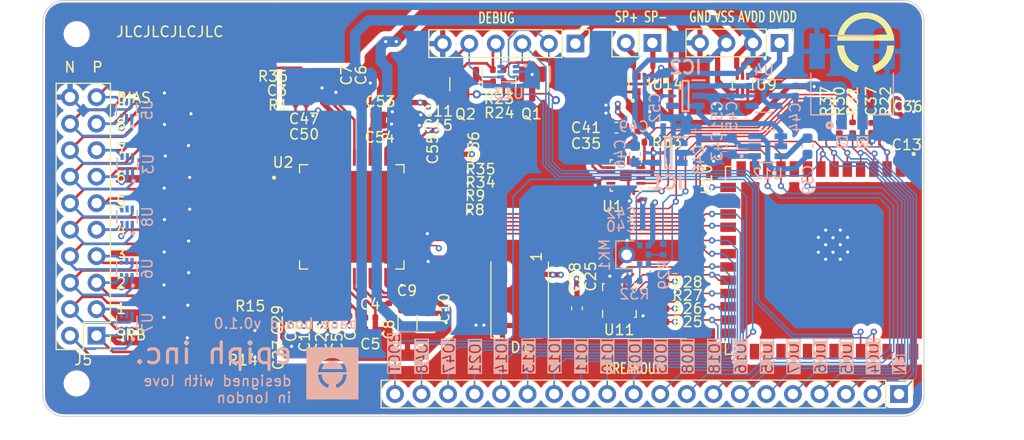
<source format=kicad_pcb>
(kicad_pcb (version 20240108) (generator "pcbnew") (generator_version "8.0")
  (layers (0 "F.Cu" signal) (1 "In1.Cu" power) (2 "In2.Cu" power) (31 "B.Cu" signal) (34 "B.Paste" user) (35 "F.Paste" user) (36 "B.SilkS" user "B.Silkscreen") (37 "F.SilkS" user "F.Silkscreen") (38 "B.Mask" user) (39 "F.Mask" user) (44 "Edge.Cuts" user))
  (net 0 "")
  (net 1 "-2V5")
  (net 2 "+2V5")
  (net 3 "/analog/BIAS_DRV")
  (net 4 "/analog/BIASINV")
  (net 5 "Net-(U2-VREFP)")
  (net 6 "Net-(U2-VCAP3)")
  (net 7 "Net-(U2-VCAP4)")
  (net 8 "Net-(U2-VCAP1)")
  (net 9 "Net-(U2-VCAP2)")
  (net 10 "+3V3")
  (net 11 "/analog/IN7N")
  (net 12 "/analog/IN7P")
  (net 13 "/analog/IN8N")
  (net 14 "/analog/IN8P")
  (net 15 "/analog/_SRB1")
  (net 16 "/analog/IN3N")
  (net 17 "/analog/_SRB2")
  (net 18 "/analog/IN3P")
  (net 19 "/analog/IN4N")
  (net 20 "/analog/IN4P")
  (net 21 "/analog/IN1N")
  (net 22 "/analog/IN5N")
  (net 23 "/analog/IN1P")
  (net 24 "/analog/IN5P")
  (net 25 "/analog/IN2N")
  (net 26 "/analog/IN6N")
  (net 27 "/analog/IN2P")
  (net 28 "/analog/IN6P")
  (net 29 "/mcu/EN")
  (net 30 "Net-(U12-CAP+)")
  (net 31 "Net-(U12-CAP-)")
  (net 32 "Net-(IC1-EN)")
  (net 33 "+BATT")
  (net 34 "Net-(IC1-NR{slash}FB)")
  (net 36 "/mcu/RGB_LED")
  (net 38 "/mcu/U0_TXD")
  (net 39 "/mcu/U0_RXD")
  (net 40 "/mcu/DTR")
  (net 41 "/mcu/RTS")
  (net 42 "/mcu/SPK_CTRL")
  (net 43 "ADC_DRDY")
  (net 44 "ADC_RESET")
  (net 45 "/mcu/!IO19")
  (net 46 "/mcu/!IO20")
  (net 47 "/mcu/IO35")
  (net 48 "/mcu/IO36")
  (net 49 "/mcu/IO37")
  (net 50 "/mcu/IO38")
  (net 51 "/mcu/JTAG_TCK")
  (net 52 "/mcu/JTAG_TDO")
  (net 53 "/mcu/JTAG_TDI")
  (net 54 "/mcu/JTAG_TMS")
  (net 55 "/mcu/!IO45")
  (net 56 "/mcu/!IO46")
  (net 57 "/mcu/BOOT")
  (net 58 "/mcu/IMU_INT1")
  (net 59 "/mcu/IMU_INT2")
  (net 60 "/mcu/JTAG_SS")
  (net 61 "/mcu/I2S0_BCLK")
  (net 62 "/mcu/I2S0_WS")
  (net 63 "/mcu/I2S0_DIN")
  (net 64 "/mcu/I2S0_DOUT")
  (net 65 "/mcu/I2C0_SCL")
  (net 66 "/mcu/I2C0_SDA")
  (net 67 "ADC_CS")
  (net 68 "ADC_MOSI")
  (net 69 "ADC_SCLK")
  (net 70 "ADC_MISO")
  (net 71 "Net-(MK1-SELECT)")
  (net 72 "Net-(MK1-DATA_OUT)")
  (net 73 "Net-(Q1-B)")
  (net 74 "Net-(Q2-B)")
  (net 75 "/analog/7N")
  (net 76 "/analog/7P")
  (net 77 "/analog/8N")
  (net 78 "/analog/8P")
  (net 79 "/analog/SRB1")
  (net 80 "/analog/SRB2")
  (net 81 "/analog/GPIO1")
  (net 82 "/analog/GPIO2")
  (net 83 "/analog/3N")
  (net 84 "/analog/3P")
  (net 85 "/analog/4N")
  (net 86 "/analog/4P")
  (net 87 "/analog/1N")
  (net 88 "/analog/1P")
  (net 89 "/analog/2N")
  (net 90 "/analog/2P")
  (net 91 "/analog/5N")
  (net 92 "/analog/5P")
  (net 93 "/analog/6N")
  (net 94 "/analog/6P")
  (net 95 "/mcu/IMU_SD0")
  (net 96 "/mcu/IMU_CS")
  (net 97 "/analog/GPIO3")
  (net 98 "/analog/GPIO4")
  (net 99 "/analog/BIAS")
  (net 101 "/mcu/SPK_OUT-")
  (net 102 "/mcu/SPK_OUT+")
  (net 103 "/analog/CLK")
  (net 111 "GND")
  (net 112 "/mcu/IO16")
  (net 113 "/mcu/IO17")
  (net 114 "/mcu/IO2")
  (net 115 "/mcu/IO1")
  (net 116 "/mcu/_I2S0_WS")
  (net 117 "/mcu/_I2S0_BCLK")
  (net 118 "/mcu/_I2S0_DOUT")
  (footprint "Capacitor_SMD:C_0402_1005Metric" (layer "F.Cu") (at 42.8646 37.9328 -90)
    (property "Reference" "C24" (hide yes))
    (property "Value" "1nF")
  )
  (footprint "Resistor_SMD:R_0402_1005Metric" (layer "F.Cu") (at 41.3406 40.5744)
    (property "Reference" "R10" (hide yes))
    (property "Value" "2.2k")
  )
  (footprint "Capacitor_SMD:C_0402_1005Metric" (layer "F.Cu") (at 109.504 26.556 -90)
    (property "Reference" "C37")
    (property "Value" "1uF")
  )
  (footprint "Resistor_SMD:R_0402_1005Metric" (layer "F.Cu") (at 41.2644 37.4502)
    (property "Reference" "R12" (hide yes))
    (property "Value" "2.2k")
  )
  (footprint "Capacitor_SMD:C_0402_1005Metric" (layer "F.Cu") (at 59.488 44.104 -90)
    (property "Reference" "C1")
    (property "Value" "1uF")
  )
  (footprint "Misc[Personal]:MAX98357AETE+T" (layer "F.Cu") (at 85.981 31.115 180)
    (property "Reference" "U1")
    (property "Value" "MAX98357AETE+T")
  )
  (footprint "Misc[Personal]:ESP32-S3-WROOM-1" (layer "F.Cu") (at 108.278 39.256 -90)
    (property "Reference" "U10")
    (property "Value" "ESP32-S3-WROOM-1")
  )
  (footprint "Capacitor_SMD:C_1206_3216Metric" (layer "F.Cu") (at 65.076 45.247 -90)
    (property "Reference" "C9")
    (property "Value" "100uF")
  )
  (footprint "Capacitor_SMD:C_0402_1005Metric" (layer "F.Cu") (at 53.9 44.132 -90)
    (property "Reference" "C2")
    (property "Value" "0.1uF")
  )
  (footprint "Capacitor_SMD:C_0402_1005Metric" (layer "F.Cu") (at 62.282 25.308)
    (property "Reference" "C53")
    (property "Value" "1uF")
  )
  (footprint "Misc[Personal]:TPD4E1B06DRLR" (layer "F.Cu") (at 97.155 22.352 -90)
    (property "Reference" "U9")
    (property "Value" "TPD4E1B06DRLR")
  )
  (footprint "Capacitor_SMD:C_0402_1005Metric" (layer "F.Cu") (at 51.4604 47.8764 -90)
    (property "Reference" "C27")
    (property "Value" "1nF")
  )
  (footprint "Resistor_SMD:R_0402_1005Metric" (layer "F.Cu") (at 41.3914 31.278)
    (property "Reference" "R20" (hide yes))
    (property "Value" "2.2k")
  )
  (footprint "Resistor_SMD:R_0402_1005Metric" (layer "F.Cu") (at 69.394 34.579 180)
    (property "Reference" "R8")
    (property "Value" "10k")
  )
  (footprint "Capacitor_SMD:C_0402_1005Metric" (layer "F.Cu") (at 45.1866 33.8328 -90)
    (property "Reference" "C34" (hide yes))
    (property "Value" "1nF")
  )
  (footprint "Capacitor_SMD:C_0402_1005Metric" (layer "F.Cu") (at 84.711 27.94)
    (property "Reference" "C35")
    (property "Value" "0.1uF")
  )
  (footprint "Capacitor_SMD:C_0402_1005Metric" (layer "F.Cu") (at 112.923 25.921)
    (property "Reference" "C36")
    (property "Value" "1uF")
  )
  (footprint "Resistor_SMD:R_0402_1005Metric" (layer "F.Cu") (at 73.789 22.1234)
    (property "Reference" "R24")
    (property "Value" "10k")
  )
  (footprint "Resistor_SMD:R_0402_1005Metric" (layer "F.Cu") (at 43.4086 33.3248)
    (property "Reference" "R21" (hide yes))
    (property "Value" "2.2k")
  )
  (footprint "Resistor_SMD:R_0402_1005Metric" (layer "F.Cu") (at 73.7636 20.9804 180)
    (property "Reference" "R23")
    (property "Value" "10k")
  )
  (footprint "Capacitor_SMD:C_0402_1005Metric" (layer "F.Cu") (at 57.71 26.705 180)
    (property "Reference" "C50")
    (property "Value" "1uF")
  )
  (footprint "Capacitor_SMD:C_0402_1005Metric" (layer "F.Cu") (at 45.1612 40.005 -90)
    (property "Reference" "C26" (hide yes))
    (property "Value" "1nF")
  )
  (footprint "Capacitor_SMD:C_0402_1005Metric" (layer "F.Cu") (at 45.1104 36.9316 -90)
    (property "Reference" "C30" (hide yes))
    (property "Value" "1nF")
  )
  (footprint "Capacitor_SMD:C_0402_1005Metric" (layer "F.Cu") (at 60.504 23.558 -90)
    (property "Reference" "C6")
    (property "Value" "0.1uF")
  )
  (footprint "Resistor_SMD:R_0402_1005Metric" (layer "F.Cu") (at 89.3465 43.8785)
    (property "Reference" "R26")
    (property "Value" "10k")
  )
  (footprint "Package_LGA:LGA-16_3x3mm_P0.5mm_LayoutBorder3x5y" (layer "F.Cu") (at 85.3665 43.1085 90)
    (property "Reference" "U11")
    (property "Value" "LIS3DH")
  )
  (footprint "Resistor_SMD:R_0402_1005Metric" (layer "F.Cu") (at 43.4594 24.1808)
    (property "Reference" "R7" (hide yes))
    (property "Value" "2.2k")
  )
  (footprint "Package_TO_SOT_SMD:SOT-23" (layer "F.Cu") (at 77.0148 22.352 -90)
    (property "Reference" "Q1")
    (property "Value" "BC817")
  )
  (footprint "Capacitor_SMD:C_0402_1005Metric" (layer "F.Cu") (at 45.2374 24.638 -90)
    (property "Reference" "C21" (hide yes))
    (property "Value" "1nF")
  )
  (footprint "Resistor_SMD:R_0402_1005Metric" (layer "F.Cu") (at 49.9364 47.4472)
    (property "Reference" "R14")
    (property "Value" "2.2k")
  )
  (footprint "Resistor_SMD:R_0402_1005Metric" (layer "F.Cu") (at 69.394 30.769 180)
    (property "Reference" "R35")
    (property "Value" "10k")
  )
  (footprint "Capacitor_SMD:C_0402_1005Metric" (layer "F.Cu") (at 45.2374 27.7088 -90)
    (property "Reference" "C18" (hide yes))
    (property "Value" "1nF")
  )
  (footprint "Resistor_SMD:R_0402_1005Metric" (layer "F.Cu") (at 54.866 24.257 180)
    (property "Reference" "R1")
    (property "Value" "1M")
  )
  (footprint "Capacitor_SMD:C_0402_1005Metric" (layer "F.Cu") (at 51.4604 45.3136 -90)
    (property "Reference" "C29")
    (property "Value" "1nF")
  )
  (footprint "Capacitor_SMD:C_0402_1005Metric" (layer "F.Cu") (at 56.694 44.132 -90)
    (property "Reference" "C23")
    (property "Value" "1uF")
  )
  (footprint "Connector_PinHeader_2.54mm:PinHeader_1x06_P2.54mm_Vertical" (layer "F.Cu") (at 81.151 18.481 -90)
    (property "Reference" "J1" (hide yes))
    (property "Value" "DEBUG")
  )
  (footprint "Capacitor_SMD:C_0402_1005Metric" (layer "F.Cu") (at 45.1866 30.7848 -90)
    (property "Reference" "C16" (hide yes))
    (property "Value" "1nF")
  )
  (footprint "Capacitor_SMD:C_0402_1005Metric" (layer "F.Cu") (at 42.8498 44.224 -90)
    (property "Reference" "C31" (hide yes))
    (property "Value" "1nF")
  )
  (footprint "Misc[Personal]:ADS1299IPAG" (layer "F.Cu") (at 59.742 35.087)
    (property "Reference" "U2")
    (property "Value" "ADS1299IPAG/R")
  )
  (footprint "Capacitor_SMD:C_0402_1005Metric" (layer "F.Cu") (at 45.1358 43.1064 -90)
    (property "Reference" "C22" (hide yes))
    (property "Value" "1nF")
  )
  (footprint "Misc[Personal]:epiph_logo_10x10mm" (layer "F.Cu") (at 108.940183 18.447493)
    (property "Reference" "G***" (hide yes))
    (property "Value" "LOGO" (hide yes))
  )
  (footprint "LED_SMD:LED_WS2812B_PLCC4_5.0x5.0mm_P3.2mm" (layer "F.Cu") (at 75.819 43.053 -90)
    (property "Reference" "D1")
    (property "Value" "WS2812B")
  )
  (footprint "Capacitor_SMD:C_0402_1005Metric" (layer "F.Cu") (at 42.9408 34.8594 -90)
    (property "Reference" "C28" (hide yes))
    (property "Value" "1nF")
  )
  (footprint "Connector_PinHeader_2.54mm:PinHeader_1x04_P2.54mm_Vertical" (layer "F.Cu") (at 100.701 18.415 -90)
    (property "Reference" "J4" (hide yes))
    (property "Value" "Power")
  )
  (footprint "Resistor_SMD:R_0402_1005Metric" (layer "F.Cu") (at 43.3324 42.6492)
    (property "Reference" "R11" (hide yes))
    (property "Value" "2.2k")
  )
  (footprint "Capacitor_SMD:C_0402_1005Metric" (layer "F.Cu") (at 66.981 43.85 -90)
    (property "Reference" "C10")
    (property "Value" "1uF")
  )
  (footprint "Capacitor_SMD:C_0402_1005Metric" (layer "F.Cu") (at 63.298 43.85 90)
    (property "Reference" "C8")
    (property "Value" "1uF")
  )
  (footprint "Capacitor_SMD:C_0402_1005Metric" (layer "F.Cu") (at 42.9662 28.7354 -90)
    (property "Reference" "C14" (hide yes))
    (property "Value" "1nF")
  )
  (footprint "Capacitor_SMD:C_0402_1005Metric" (layer "F.Cu") (at 54.892 23.114)
    (property "Reference" "C3")
    (property "Value" "1nF")
  )
  (footprint "Package_TO_SOT_SMD:SOT-23" (layer "F.Cu") (at 70.6902 22.3751 -90)
    (property "Reference" "Q2")
    (property "Value" "BC817")
  )
  (footprint "Capacitor_SMD:C_0402_1005Metric" (layer "F.Cu") (at 61.52 44.739 180)
    (property "Reference" "C4")
    (property "Value" "0.1uF")
  )
  (footprint "Resistor_SMD:R_0402_1005Metric" (layer "F.Cu") (at 43.4086 30.2768)
    (property "Reference" "R3" (hide yes))
    (property "Value" "2.2k")
  )
  (footprint "Capacitor_SMD:C_0402_1005Metric" (layer "F.Cu") (at 112.903 27.051 180)
    (property "Reference" "C13")
    (property "Value" "0.1uF")
  )
  (footprint "Capacitor_SMD:C_0402_1005Metric" (layer "F.Cu") (at 59.361 23.53 -90)
    (property "Reference" "C7")
    (property "Value" "1uF")
  )
  (footprint "Capacitor_SMD:C_0402_1005Metric" (layer "F.Cu") (at 58.091 44.104 -90)
    (property "Reference" "C57")
    (property "Value" "1uF")
  )
  (footprint "Resistor_SMD:R_0402_1005Metric" (layer "F.Cu") (at 89.3465 41.3385)
    (property "Reference" "R28")
    (property "Value" "10k")
  )
  (footprint "Resistor_SMD:R_0402_1005Metric" (layer "F.Cu") (at 41.4274 22.225)
    (property "Reference" "R6" (hide yes))
    (property "Value" "2.2k")
  )
  (footprint "Capacitor_SMD:C_0402_1005Metric" (layer "F.Cu") (at 57.71 25.689 180)
    (property "Reference" "C47")
    (property "Value" "0.1uF")
  )
  (footprint "Resistor_SMD:R_0402_1005Metric" (layer "F.Cu") (at 111.028 26.556 -90)
    (property "Reference" "R22")
    (property "Value" "10k")
  )
  (footprint "Misc[Personal]:TPD4E1B06DRLR" (layer "F.Cu") (at 87.249 22.352 90)
    (property "Reference" "U14")
    (property "Value" "TPD4E1B06DRLR")
  )
  (footprint "Capacitor_SMD:C_0402_1005Metric" (layer "F.Cu") (at 64.977 25.308)
    (property "Reference" "C11")
    (property "Value" "0.1uF")
  )
  (footprint "Resistor_SMD:R_0402_1005Metric" (layer "F.Cu") (at 69.394 32.928 180)
    (property "Reference" "R9")
    (property "Value" "10k")
  )
  (footprint "Capacitor_SMD:C_0402_1005Metric" (layer "F.Cu") (at 42.9408 31.786 -90)
    (property "Reference" "C32" (hide yes))
    (property "Value" "1nF")
  )
  (footprint "Capacitor_SMD:C_0402_1005Metric" (layer "F.Cu") (at 55.17 44.132 -90)
    (property "Reference" "C12")
    (property "Value" "1uF")
  )
  (footprint "Capacitor_SMD:C_0402_1005Metric" (layer "F.Cu") (at 45.2268 46.2534 -90)
    (property "Reference" "C33" (hide yes))
    (property "Value" "1nF")
  )
  (footprint "Resistor_SMD:R_0402_1005Metric" (layer "F.Cu") (at 41.366 28.2528)
    (property "Reference" "R2" (hide yes))
    (property "Value" "2.2k")
  )
  (footprint "Capacitor_SMD:C_0402_1005Metric" (layer "F.Cu") (at 62.282 26.324)
    (property "Reference" "C54")
    (property "Value" "1uF")
  )
  (footprint "MountingHole:MountingHole_2mm" (layer "F.Cu") (at 33.401 17.5768)
    (property "Reference" "REF**" (hide yes))
    (property "Value" "MountingHole_2mm")
  )
  (footprint "Resistor_SMD:R_0402_1005Metric" (layer "F.Cu") (at 87.251 27.94 180)
    (property "Reference" "R33")
    (property "Value" "680k")
  )
  (footprint "Connector_PinHeader_2.54mm:PinHeader_1x02_P2.54mm_Vertical" (layer "F.Cu") (at 88.524 18.415 -90)
    (property "Reference" "J2" (hide yes))
    (property "Value" "Speaker")
  )
  (footprint "Resistor_SMD:R_0402_1005Metric" (layer "F.Cu") (at 43.4594 27.2008)
    (property "Reference" "R5" (hide yes))
    (property "Value" "2.2k")
  )
  (footprint "Capacitor_SMD:C_0402_1005Metric" (layer "F.Cu") (at 64.977 26.324)
    (property "Reference" "C15")
    (property "Value" "1uF")
  )
  (footprint "Resistor_SMD:R_0402_1005Metric" (layer "F.Cu") (at 106.426 26.543 90)
    (property "Reference" "R30")
    (property "Value" "51R")
  )
  (footprint "Capacitor_SMD:C_0402_1005Metric" (layer "F.Cu") (at 82.6175 43.3425 90)
    (property "Reference" "C25")
    (property "Value" "0.1uF")
  )
  (footprint "Resistor_SMD:R_0402_1005Metric" (layer "F.Cu") (at 54.8894 21.9456)
    (property "Reference" "R36")
    (property "Value" "2.2k")
  )
  (footprint "Resistor_SMD:R_0402_1005Metric" (layer "F.Cu") (at 43.4086 45.8216)
    (property "Reference" "R17" (hide yes))
    (property "Value" "2.2k")
  )
  (footprint "Resistor_SMD:R_0402_1005Metric" (layer "F.Cu") (at 41.3152 34.4276)
    (property "Reference" "R18" (hide yes))
    (property "Value" "2.2k")
  )
  (footprint "Capacitor_SMD:C_0603_1608Metric" (layer "F.Cu") (at 85.088 26.544 180)
    (property "Reference" "C41")
    (property "Value" "10uF")
  )
  (footprint "Resistor_SMD:R_0402_1005Metric" (layer "F.Cu") (at 105.156 26.543 90)
    (property "Reference" "R37")
    (property "Value" "51R")
  )
  (footprint "Resistor_SMD:R_0402_1005Metric" (layer "F.Cu") (at 43.3324 36.4236)
    (property "Reference" "R19" (hide yes))
    (property "Value" "2.2k")
  )
  (footprint "Capacitor_SMD:C_0402_1005Metric" (layer "F.Cu") (at 43.0022 22.6568 -90)
    (property "Reference" "C19" (hide yes))
    (property "Value" "1nF")
  )
  (footprint "Resistor_SMD:R_0402_1005Metric" (layer "F.Cu") (at 89.3465 42.6085 180)
    (property "Reference" "R27")
    (property "Value" "10k")
  )
  (footprint "Capacitor_SMD:C_0402_1005Metric" (layer "F.Cu") (at 43.0022 25.6794 -90)
    (property "Reference" "C17" (hide yes))
    (property "Value" "1nF")
  )
  (footprint "Resistor_SMD:R_0402_1005Metric" (layer "F.Cu") (at 43.3832 39.497)
    (property "Reference" "R13" (hide yes))
    (property "Value" "2.2k")
  )
  (footprint "Resistor_SMD:R_0402_1005Metric" (layer "F.Cu") (at 49.911 44.8564)
    (property "Reference" "R15")
    (property "Value" "2.2k")
  )
  (footprint "Resistor_SMD:R_0402_1005Metric" (layer "F.Cu") (at 41.3512 25.2222)
    (property "Reference" "R4" (hide yes))
    (property "Value" "2.2k")
  )
  (footprint "Connector_PinHeader_2.54mm:PinHeader_2x10_P2.54mm_Vertical" (layer "F.Cu") (at 35.306 46.4754 180)
    (property "Reference" "J5")
    (property "Value" "ELECTRODES")
  )
  (footprint "Capacitor_SMD:C_0402_1005Metric" (layer "F.Cu") (at 61.52 45.882 180)
    (property "Reference" "C5")
    (property "Value" "10uF")
  )
  (footprint "Capacitor_SMD:C_0402_1005Metric" (layer "F.Cu") (at 70.029 28.61 90)
    (property "Reference" "C56")
    (property "Value" "1uF")
  )
  (footprint "Resistor_SMD:R_0402_1005Metric" (layer "F.Cu") (at 69.394 31.912 180)
    (property "Reference" "R34")
    (property "Value" "10k")
  )
  (footprint "Resistor_SMD:R_0402_1005Metric" (layer "F.Cu") (at 107.696 26.543 90)
    (property "Reference" "R31")
    (property "Value" "51R")
  )
  (footprint "Capacitor_SMD:C_0402_1005Metric" (layer "F.Cu") (at 42.9408 41.057 -90)
    (property "Reference" "C20" (hide yes))
    (property "Value" "1nF")
  )
  (footprint "Connector_PinHeader_2.54mm:PinHeader_1x20_P2.54mm_Vertical" (layer "F.Cu") (at 112.141 52.07 -90)
    (property "Reference" "J6" (hide yes))
    (property "Value" "BREAKOUT1")
  )
  (footprint "Capacitor_SMD:C_0402_1005Metric" (layer "F.Cu") (at 68.759 28.61 90)
    (property "Reference" "C55")
    (property "Value" "0.1uF")
  )
  (footprint "Capacitor_SMD:C_0603_1608Metric" (layer "F.Cu") (at 81.3045 43.8505 -90)
    (property "Reference" "C38")
    (property "Value" "10uF")
  )
  (footprint "Resistor_SMD:R_0402_1005Metric" (layer "F.Cu") (at 89.3465 45.1485)
    (property "Reference" "R25")
    (property "Value" "10k")
  )
  (footprint "MountingHole:MountingHole_2mm" (layer "F.Cu") (at 33.401 51.054)
    (property "Reference" "REF**" (hide yes))
    (property "Value" "MountingHole_2mm")
  )
  (footprint "Resistor_SMD:R_0402_1005Metric" (layer "F.Cu") (at 41.2242 43.8176)
    (property "Reference" "R16" (hide yes))
    (property "Value" "2.2k")
  )
  (footprint "Capacitor_SMD:C_0402_1005Metric" (layer "B.Cu") (at 96.139 22.987 -90)
    (property "Reference" "C45")
    (property "Value" "1uF")
  )
  (footprint "Capacitor_SMD:C_0402_1005Metric" (layer "B.Cu") (at 88.074 34.744 180)
    (property "Reference" "C42")
    (property "Value" "1uF")
  )
  (footprint "Capacitor_SMD:C_0402_1005Metric" (layer "B.Cu") (at 88.074 36.014 180)
    (property "Reference" "C40")
    (property "Value" "220pF")
  )
  (footprint "Capacitor_SMD:C_0402_1005Metric" (layer "B.Cu") (at 88.773 22.126 90)
    (property "Reference" "C52")
    (property "Value" "1uF")
  )
  (footprint "Misc[Personal]:MIC_SPH0645LM4H-B" (layer "B.Cu") (at 86.064 38.724 90)
    (property "Reference" "MK1")
    (property "Value" "SPH0645LM4H-B")
  )
  (footprint "Misc[Personal]:LM2664M6" (layer "B.Cu") (at 99.568 28.321)
    (property "Reference" "U12")
    (property "Value" "LM2664M6")
  )
  (footprint "Misc[Personal]:TPD4E1B06DRLR" (layer "B.Cu") (at 74.7522 21.1836 180)
    (property "Reference" "U13")
    (property "Value" "TPD4E1B06DRLR")
  )
  (footprint "Capacitor_SMD:C_0402_1005Metric" (layer "B.Cu") (at 102.235 22.987 -90)
    (property "Reference" "C44")
    (property "Value" "1uF")
  )
  (footprint "Capacitor_SMD:C_0603_1608Metric" (layer "B.Cu") (at 103.378 28.321 -90)
    (property "Reference" "C39")
    (property "Value" "10uF")
  )
  (footprint "Capacitor_SMD:C_0402_1005Metric" (layer "B.Cu") (at 92.964 26.924 -90)
    (property "Reference" "C48")
    (property "Value" "2.2uF")
  )
  (footprint "Capacitor_SMD:C_0603_1608Metric" (layer "B.Cu") (at 86.868 29.083 -90)
    (property "Reference" "C46")
    (property "Value" "10uF")
  )
  (footprint "Misc[Personal]:TPD4E1B06DRLR" (layer "B.Cu") (at 38.2016 45.2054 90)
    (property "Reference" "U7")
    (property "Value" "TPD4E1B06DRLR")
  )
  (footprint "Misc[Personal]:TLV73325PQDBVRQ1" (layer "B.Cu") (at 91.694 23.495 180)
    (property "Reference" "IC2")
    (property "Value" "TLV73325PQDBVRQ1" (hide yes))
  )
  (footprint "Misc[Personal]:TPD4E1B06DRLR" (layer "B.Cu") (at 38.2016 40.0746 90)
    (property "Reference" "U6")
    (property "Value" "TPD4E1B06DRLR")
  )
  (footprint "Resistor_SMD:R_0402_1005Metric" (layer "B.Cu") (at 86.804 41.221)
    (property "Reference" "R32")
    (property "Value" "10k")
  )
  (footprint "Misc[Personal]:epiph_logo" (layer "B.Cu") (at 57.8866 50.0888 180)
    (property "Reference" "G***" (hide yes))
    (property "Value" "LOGO" (hide yes))
  )
  (footprint "Capacitor_SMD:C_0402_1005Metric" (layer "B.Cu") (at 90.043 26.416 180)
    (property "Reference" "C49")
    (property "Value" "2.2uF")
  )
  (footprint "Capacitor_SMD:C_0603_1608Metric" (layer "B.Cu") (at 96.139 28.321 -90)
    (property "Reference" "C43")
    (property "Value" "10uF")
  )
  (footprint "Package_TO_SOT_SMD:SOT-23-5" (layer "B.Cu") (at 99.184 23.495 180)
    (property "Reference" "U4")
    (property "Value" "XC6210B332MR")
  )
  (footprint "Capacitor_SMD:C_0402_1005Metric" (layer "B.Cu") (at 94.742 22.987 -90)
    (property "Reference" "C51")
    (property "Value" "1uF")
  )
  (footprint "Misc[Personal]:TPD4E1B06DRLR" (layer "B.Cu") (at 38.1762 24.8092 90)
    (property "Reference" "U5")
    (property "Value" "TPD4E1B06DRLR")
  )
  (footprint "Resistor_SMD:R_0402_1005Metric" (layer "B.Cu") (at 89.5565 38.217 -90)
    (property "Reference" "R29")
    (property "Value" "51R")
  )
  (footprint "Misc[Personal]:TPD4E1B06DRLR" (layer "B.Cu") (at 38.2524 30.0416 90)
    (property "Reference" "U3")
    (property "Value" "TPD4E1B06DRLR")
  )
  (footprint "Misc[Personal]:JST_S2B-PH-SM4-TB_LF__SN_" (layer "B.Cu") (at 107.6452 24.9682)
    (property "Reference" "J3" (hide yes))
    (property "Value" "BATT CONN")
  )
  (footprint "Misc[Personal]:TPS72325DBVRG4" (layer "B.Cu") (at 90.043 28.956 180)
    (property "Reference" "IC1")
    (property "Value" "TPS72325DBVRG4" (hide yes))
  )
  (footprint "Misc[Personal]:TPD4E1B06DRLR" (layer "B.Cu") (at 38.227 35.0708 90)
    (property "Reference" "U8")
    (property "Value" "TPD4E1B06DRLR")
  )
  (gr_line (start 112.5286 54.2036) (end 32.1752 54.2036) (stroke (width 0.1)) (layer "Edge.Cuts"))
  (gr_arc (start 30.1752 16.351) (mid 30.760986 14.936786) (end 32.1752 14.351) (stroke (width 0.1)) (layer "Edge.Cuts"))
  (gr_line (start 32.1752 14.351) (end 112.5286 14.351) (stroke (width 0.1)) (layer "Edge.Cuts"))
  (gr_line (start 30.1752 52.2036) (end 30.1752 16.351) (stroke (width 0.1)) (layer "Edge.Cuts"))
  (gr_line (start 114.5286 16.351) (end 114.5286 52.2036) (stroke (width 0.1)) (layer "Edge.Cuts"))
  (gr_arc (start 32.1752 54.2036) (mid 30.760986 53.617814) (end 30.1752 52.2036) (stroke (width 0.1)) (layer "Edge.Cuts"))
  (gr_arc (start 114.5286 52.2036) (mid 113.942814 53.617814) (end 112.5286 54.2036) (stroke (width 0.1)) (layer "Edge.Cuts"))
  (gr_arc (start 112.5286 14.351) (mid 113.942814 14.936786) (end 114.5286 16.351) (stroke (width 0.1)) (layer "Edge.Cuts"))
  (gr_text "⊖" (at 108.6358 27.8384 0) (layer "B.SilkS" knockout) (effects (font (size 1 1)) (justify mirror)))
  (gr_text "IO13" (at 77.2922 46.5836 90) (layer "B.SilkS" knockout) (effects (font (size 1 1)) (justify left bottom mirror)))
  (gr_text "designed with love\nin london" (at 54.0766 53.0098 0) (layer "B.SilkS") (effects (font (size 1 1)) (justify left bottom mirror)))
  (gr_text "IO15" (at 100.1268 46.609 90) (layer "B.SilkS" knockout) (effects (font (size 1 1)) (justify left bottom mirror)))
  (gr_text "IO48" (at 67.0814 46.609 90) (layer "B.SilkS" knockout) (effects (font (size 1 1)) (justify left bottom mirror)))
  (gr_text "IO08" (at 92.5068 46.609 90) (layer "B.SilkS" knockout) (effects (font (size 1 1)) (justify left bottom mirror)))
  (gr_text "IO18" (at 95.0722 46.609 90) (layer "B.SilkS" knockout) (effects (font (size 1 1)) (justify left bottom mirror)))
  (gr_text "IO04" (at 110.3122 46.609 90) (layer "B.SilkS" knockout) (effects (font (size 1 1)) (justify left bottom mirror)))
  (gr_text "⊕" (at 107.3912 28.4226 0) (layer "B.SilkS" knockout) (effects (font (size 1 1)) (justify left bottom mirror)))
  (gr_text "IO03" (at 89.9668 46.609 90) (layer "B.SilkS" knockout) (effects (font (size 1 1)) (justify left bottom mirror)))
  (gr_text "IO11" (at 82.3468 46.5836 90) (layer "B.SilkS" knockout) (effects (font (size 1 1)) (justify left bottom mirror)))
  (gr_text "IO21" (at 72.1614 46.6344 90) (layer "B.SilkS" knockout) (effects (font (size 1 1)) (justify left bottom mirror)))
  (gr_text "IO07" (at 102.6668 46.609 90) (layer "B.SilkS" knockout) (effects (font (size 1 1)) (justify left bottom mirror)))
  (gr_text "epiph inc." (at 54.2036 49.3268 0) (layer "B.SilkS") (effects (font (size 2 2) (thickness 0.3)) (justify left bottom mirror)))
  (gr_text "IO05" (at 107.7468 46.6344 90) (layer "B.SilkS" knockout) (effects (font (size 1 1)) (justify left bottom mirror)))
  (gr_text "IO14" (at 74.676 46.5836 90) (layer "B.SilkS" knockout) (effects (font (size 1 1)) (justify left bottom mirror)))
  (gr_text "IO09" (at 87.4776 46.609 90) (layer "B.SilkS" knockout) (effects (font (size 1 1)) (justify left bottom mirror)))
  (gr_text "EN" (at 112.776 48.133 90) (layer "B.SilkS" knockout) (effects (font (size 1 1)) (justify left bottom mirror)))
  (gr_text "IO06" (at 105.2322 46.5836 90) (layer "B.SilkS" knockout) (effects (font (size 1 1)) (justify left bottom mirror)))
  (gr_text "IO10" (at 84.836 46.5836 90) (layer "B.SilkS" knockout) (effects (font (size 1 1)) (justify left bottom mirror)))
  (gr_text "BOOT" (at 64.4398 46.101 90) (layer "B.SilkS" knockout) (effects (font (size 1 1)) (justify left bottom mirror)))
  (gr_text "IO16" (at 97.5868 46.609 90) (layer "B.SilkS" knockout) (effects (font (size 1 1)) (justify left bottom mirror)))
  (gr_text "IO47" (at 69.6468 46.5836 90) (layer "B.SilkS" knockout) (effects (font (size 1 1)) (justify left bottom mirror)))
  (gr_text "base board v0.1.0" (at 60.4266 45.8978 0) (layer "B.SilkS") (effects (font (size 1 1)) (justify left bottom mirror)))
  (gr_text "IO12" (at 79.7814 46.5836 90) (layer "B.SilkS" knockout) (effects (font (size 1 1)) (justify left bottom mirror)))
  (gr_text "2" (at 37.084 42.0304 0) (layer "F.SilkS") (effects (font (size 1 1)) (justify left bottom)))
  (gr_text "5" (at 37.084 34.2834 0) (layer "F.SilkS") (effects (font (size 1 1)) (justify left bottom)))
  (gr_text "GND" (at 91.948 16.51 0) (layer "F.SilkS") (effects (font (size 1 0.7) (thickness 0.15) (bold yes)) (justify left bottom)))
  (gr_text "DEBUG" (at 71.755 16.6116 0) (layer "F.SilkS") (effects (font (size 1 0.7) (thickness 0.15) (bold yes)) (justify left bottom)))
  (gr_text "8" (at 37.084 26.7904 0) (layer "F.SilkS") (effects (font (size 1 1)) (justify left bottom)))
  (gr_text "SRB" (at 37.0078 46.99 0) (layer "F.SilkS") (effects (font (size 1 1)) (justify left bottom)))
  (gr_text "BREAKOUT" (at 83.9216 50.2158 0) (layer "F.SilkS") (effects (font (size 1 0.7) (thickness 0.15) (bold yes)) (justify left bottom)))
  (gr_text "DVDD" (at 99.568 16.51 0) (layer "F.SilkS") (effects (font (size 1 0.7) (thickness 0.15) (bold yes)) (justify left bottom)))
  (gr_text "JLCJLCJLCJLC" (at 37.084 17.9324 0) (layer "F.SilkS") (effects (font (size 1 1)) (justify left bottom)))
  (gr_text "3" (at 37.084 39.3634 0) (layer "F.SilkS") (effects (font (size 1 1)) (justify left bottom)))
  (gr_text "BIAS" (at 37.1348 24.257 0) (layer "F.SilkS") (effects (font (size 1 1)) (justify left bottom)))
  (gr_text "VSS" (at 94.361 16.51 0) (layer "F.SilkS") (effects (font (size 1 0.7) (thickness 0.15) (bold yes)) (justify left bottom)))
  (gr_text "SP-" (at 87.63 16.51 0) (layer "F.SilkS") (effects (font (size 1 0.7) (thickness 0.15) (bold yes)) (justify left bottom)))
  (gr_text "P" (at 34.798 21.3294 0) (layer "F.SilkS") (effects (font (size 1 1)) (justify left bottom)))
  (gr_text "N" (at 32.131 21.3294 0) (layer "F.SilkS") (effects (font (size 1 1)) (justify left bottom)))
  (gr_text "7" (at 37.084 29.2034 0) (layer "F.SilkS") (effects (font (size 1 1)) (justify left bottom)))
  (gr_text "AVDD" (at 96.647 16.51 0) (layer "F.SilkS") (effects (font (size 1 0.7) (thickness 0.15) (bold yes)) (justify left bottom)))
  (gr_text "4" (at 37.084 36.9504 0) (layer "F.SilkS") (effects (font (size 1 1)) (justify left bottom)))
  (gr_text "SP+" (at 84.836 16.51 0) (layer "F.SilkS") (effects (font (size 1 0.7) (thickness 0.15) (bold yes)) (justify left bottom)))
  (gr_text "6" (at 37.084 31.8704 0) (layer "F.SilkS") (effects (font (size 1 1)) (justify left bottom)))
  (gr_text "1" (at 37.084 44.4754 0) (layer "F.SilkS") (effects (font (size 1 1)) (justify left bottom)))
  (segment (start 58.345 21.157) (end 60.504 21.157) (width 0.25) (layer "F.Cu") (net 1))
  (segment (start 67.945 46.6598) (end 67.945 46.736) (width 1) (layer "F.Cu") (net 1))
  (segment (start 95.8072 23.087) (end 95.758 23.0378) (width 0.25) (layer "F.Cu") (net 1))
  (segment (start 68.446 44.33) (end 68.7705 44.0055) (width 0.5) (layer "F.Cu") (net 1))
  (segment (start 61.492 29.407) (end 61.492 26.634) (width 0.25) (layer "F.Cu") (net 1))
  (segment (start 59.992 41.941) (end 62 43.949) (width 0.25) (layer "F.Cu") (net 1))
  (segment (start 95.621 17.897) (end 95.621 18.415) (width 1) (layer "F.Cu") (net 1))
  (segment (start 62 47.395) (end 62.992 48.387) (width 0.5) (layer "F.Cu") (net 1))
  (segment (start 55.88 47.625) (end 56.642 48.387) (width 0.25) (layer "F.Cu") (net 1))
  (segment (start 68.7705 45.2247) (end 68.7705 45.8343) (width 1) (layer "F.Cu") (net 1))
  (segment (start 61.802 24.812) (end 62.7888 23.8252) (width 0.5) (layer "F.Cu") (net 1))
  (segment (start 61.802 25.308) (end 61.802 24.812) (width 0.5) (layer "F.Cu") (net 1))
  (segment (start 66.294 48.387) (end 62.992 48.387) (width 1) (layer "F.Cu") (net 1))
  (segment (start 63.492 40.767) (end 65.532 40.767) (width 0.25) (layer "F.Cu") (net 1))
  (segment (start 62.992 18.288) (end 61.468 19.812) (width 1) (layer "F.Cu") (net 1))
  (segment (start 60.504 21.157) (end 60.504 23.078) (width 0.5) (layer "F.Cu") (net 1))
  (segment (start 94.771 19.265) (end 95.621 18.415) (width 0.5) (layer "F.Cu") (net 1))
  (segment (start 93.345 15.621) (end 95.621 17.897) (width 1) (layer "F.Cu") (net 1))
  (segment (start 61.802 25.308) (end 61.802 26.324) (width 0.5) (layer "F.Cu") (net 1))
  (segment (start 57.583 23.911) (end 57.583 21.919) (width 0.25) (layer "F.Cu") (net 1))
  (segment (start 59.488 43.624) (end 59.797999 43.624) (width 0.25) (layer "F.Cu") (net 1))
  (segment (start 58.992 40.767) (end 58.992 42.211) (width 0.25) (layer "F.Cu") (net 1))
  (segment (start 56.821 43.652) (end 56.511001 43.652) (width 0.25) (layer "F.Cu") (net 1))
  (segment (start 55.88 44.156001) (end 55.88 47.625) (width 0.25) (layer "F.Cu") (net 1))
  (segment (start 65.1025 46.736) (end 65.076 46.7095) (width 1) (layer "F.Cu") (net 1))
  (segment (start 63.298 44.33) (end 63.298 46.28) (width 0.5) (layer "F.Cu") (net 1))
  (segment (start 63.7275 46.7095) (end 65.076 46.7095) (width 0.5) (layer "F.Cu") (net 1))
  (segment (start 61.087 48.387) (end 61.595 48.387) (width 0.25) (layer "F.Cu") (net 1))
  (segment (start 62.7888 23.8252) (end 62.7888 21.1582) (width 0.5) (layer "F.Cu") (net 1))
  (segment (start 62.7888 21.1582) (end 61.8236 20.193) (width 0.5) (layer "F.Cu") (net 1))
  (segment (start 61.8236 20.193) (end 61.468 20.193) (width 0.5) (layer "F.Cu") (net 1))
  (segment (start 60.198 44.024001) (end 60.198 47.498) (width 0.25) (layer "F.Cu") (net 1))
  (segment (start 56.384001 43.652) (end 55.88 44.156001) (width 0.25) (layer "F.Cu") (net 1))
  (segment (start 68.7705 45.8343) (end 67.945 46.6598) (width 1) (layer "F.Cu") (net 1))
  (segment (start 56.694 43.652) (end 56.694 42.981) (width 0.25) (layer "F.Cu") (net 1))
  (segment (start 59.488 42.707) (end 59.488 43.624) (width 0.25) (layer "F.Cu") (net 1))
  (segment (start 58.992 42.211) (end 59.488 42.707) (width 0.25) (layer "F.Cu") (net 1))
  (segment (start 67.945 46.736) (end 65.1025 46.736) (width 1) (layer "F.Cu") (net 1))
  (segment (start 58.992 25.32) (end 57.583 23.911) (width 0.25) (layer "F.Cu") (net 1))
  (segment (start 56.694 42.981) (end 57.492 42.183) (width 0.25) (layer "F.Cu") (net 1))
  (segment (start 57.583 21.919) (end 58.345 21.157) (width 0.25) (layer "F.Cu") (net 1))
  (segment (start 61.468 19.812) (end 61.468 20.193) (width 1) (layer "F.Cu") (net 1))
  (segment (start 58.992 29.407) (end 58.992 25.32) (width 0.25) (layer "F.Cu") (net 1))
  (segment (start 59.797999 43.624) (end 60.198 44.024001) (width 0.25) (layer "F.Cu") (net 1))
  (segment (start 68.7705 44.0055) (end 68.7705 45.2247) (width 1) (layer "F.Cu") (net 1))
  (segment (start 94.771 22.0508) (end 94.771 19.265) (width 0.5) (layer "F.Cu") (net 1))
  (segment (start 58.992 29.407) (end 59.492 29.407) (width 0.25) (layer "F.Cu") (net 1))
  (segment (start 61.595 48.387) (end 60.452 48.387) (width 1) (layer "F.Cu") (net 1))
  (segment (start 63.881 18.288) (end 66.548 15.621) (width 1) (layer "F.Cu") (net 1))
  (segment (start 59.992 40.767) (end 59.992 41.941) (width 0.25) (layer "F.Cu") (net 1))
  (segment (start 62.992 48.387) (end 61.595 48.387) (width 1) (layer "F.Cu") (net 1))
  (segment (start 56.694 43.652) (end 56.384001 43.652) (width 0.25) (layer "F.Cu") (net 1))
  (segment (start 96.655 23.087) (end 95.8072 23.087) (width 0.25) (layer "F.Cu") (net 1))
  (segment (start 63.298 46.28) (end 63.7275 46.7095) (width 0.5) (layer "F.Cu") (net 1))
  (segment (start 60.452 48.387) (end 56.007 48.387) (width 1) (layer "F.Cu") (net 1))
  (segment (start 59.182 23.054) (end 59.234 23.106) (width 0.25) (layer "F.Cu") (net 1))
  (segment (start 62.992 18.288) (end 63.881 18.288) (width 1) (layer "F.Cu") (net 1))
  (segment (start 60.476 23.05) (end 60.504 23.078) (width 0.5) (layer "F.Cu") (net 1))
  (segment (start 65.532 40.767) (end 68.7705 44.0055) (width 0.5) (layer "F.Cu") (net 1))
  (segment (start 57.492 42.183) (end 57.492 40.767) (width 0.25) (layer "F.Cu") (net 1))
  (segment (start 62 45.882) (end 62 47.395) (width 0.5) (layer "F.Cu") (net 1))
  (segment (start 62 45.882) (end 62 44.739) (width 0.5) (layer "F.Cu") (net 1))
  (segment (start 66.548 15.621) (end 93.345 15.621) (width 1) (layer "F.Cu") (net 1))
  (segment (start 59.361 23.05) (end 60.476 23.05) (width 0.5) (layer "F.Cu") (net 1))
  (segment (start 66.981 44.33) (end 68.446 44.33) (width 0.5) (layer "F.Cu") (net 1))
  (segment (start 61.468 20.193) (end 60.504 21.157) (width 0.5) (layer "F.Cu") (net 1))
  (segment (start 60.198 47.498) (end 61.087 48.387) (width 0.25) (layer "F.Cu") (net 1))
  (segment (start 61.492 26.634) (end 61.802 26.324) (width 0.25) (layer "F.Cu") (net 1))
  (segment (start 67.945 46.736) (end 66.294 48.387) (width 1) (layer "F.Cu") (net 1))
  (segment (start 62 43.949) (end 62 44.739) (width 0.25) (layer "F.Cu") (net 1))
  (segment (start 95.758 23.0378) (end 94.771 22.0508) (width 0.5) (layer "F.Cu") (net 1))
  (via (at 68.7705 44.0055) (size 0.6) (drill 0.3) (layers "F.Cu" "B.Cu") (net 1))
  (via (at 62.992 18.288) (size 0.6) (drill 0.3) (layers "F.Cu" "B.Cu") (net 1))
  (via (at 68.7705 45.2247) (size 0.6) (drill 0.3) (layers "F.Cu" "B.Cu") (net 1))
  (via (at 64.008 18.288) (size 0.6) (drill 0.3) (layers "F.Cu" "B.Cu") (net 1))
  (segment (start 62.1284 24.2316) (end 63.1444 23.2156) (width 1) (layer "B.Cu") (net 1))
  (segment (start 88.138 20.066) (end 93.98 20.066) (width 0.5) (layer "B.Cu") (net 1))
  (segment (start 86.868 21.336) (end 88.138 20.066) (width 0.5) (layer "B.Cu") (net 1))
  (segment (start 88.793 28.006) (end 86.868 26.081) (width 0.5) (layer "B.Cu") (net 1))
  (segment (start 63.1444 20.8026) (end 62.5094 20.1676) (width 1) (layer "B.Cu") (net 1))
  (segment (start 86.868 26.081) (end 86.868 21.336) (width 0.5) (layer "B.Cu") (net 1))
  (segment (start 63.1444 23.2156) (end 63.1444 20.8026) (width 1) (layer "B.Cu") (net 1))
  (segment (start 68.7705 45.2247) (end 68.4022 45.593) (width 1) (layer "B.Cu") (net 1))
  (segment (start 62.1284 43.307) (end 62.1284 24.2316) (width 1) (layer "B.Cu") (net 1))
  (segment (start 93.98 20.066) (end 95.621 18.425) (width 0.5) (layer "B.Cu") (net 1))
  (segment (start 64.4144 45.593) (end 62.1284 43.307) (width 1) (layer "B.Cu") (net 1))
  (segment (start 68.7705 45.2247) (end 68.7705 44.0055) (width 1) (layer "B.Cu") (net 1))
  (segment (start 68.4022 45.593) (end 64.4144 45.593) (width 1) (layer "B.Cu") (net 1))
  (segment (start 62.5094 18.7706) (end 62.992 18.288) (width 1) (layer "B.Cu") (net 1))
  (segment (start 89.563 27.236) (end 88.793 28.006) (width 0.5) (layer "B.Cu") (net 1))
  (segment (start 89.563 26.416) (end 89.563 27.236) (width 0.5) (layer "B.Cu") (net 1))
  (segment (start 64.008 18.288) (end 62.992 18.288) (width 1) (layer "B.Cu") (net 1))
  (segment (start 62.5094 20.1676) (end 62.5094 18.7706) (width 1) (layer "B.Cu") (net 1))
  (segment (start 95.621 18.425) (end 95.621 18.415) (width 0.5) (layer "B.Cu") (net 1))
  (segment (start 57.456 46.303) (end 57.404 46.355) (width 0.25) (layer "F.Cu") (net 2))
  (segment (start 60.992 24.693) (end 61.52 24.165) (width 0.25) (layer "F.Cu") (net 2))
  (segment (start 97.8154 18.415) (end 98.161 18.415) (width 0.5) (layer "F.Cu") (net 2))
  (segment (start 55.142 43.624) (end 55.17 43.652) (width 0.25) (layer "F.Cu") (net 2))
  (segment (start 58.19 25.689) (end 58.19 25.379001) (width 0.5) (layer "F.Cu") (net 2))
  (segment (start 53.138 46.661) (end 53.975 47.498) (width 0.5) (layer "F.Cu") (net 2))
  (segment (start 58.19 25.689) (end 58.19 26.705) (width 0.5) (layer "F.Cu") (net 2))
  (segment (start 58.492 29.407) (end 58.492 27.007) (width 0.25) (layer "F.Cu") (net 2))
  (segment (start 56.992 42.028) (end 55.368 43.652) (width 0.25) (layer "F.Cu") (net 2))
  (segment (start 55.368 43.652) (end 55.17 43.652) (width 0.25) (layer "F.Cu") (net 2))
  (segment (start 53.138 44.104001) (end 53.138 46.263) (width 0.5) (layer "F.Cu") (net 2))
  (segment (start 58.19 25.379001) (end 56.948 24.137001) (width 0.5) (layer "F.Cu") (net 2))
  (segment (start 59.992 25.786842) (end 58.218 24.012842) (width 0.25) (layer "F.Cu") (net 2))
  (segment (start 56.948 24.137001) (end 56.948 22.768) (width 0.5) (layer "F.Cu") (net 2))
  (segment (start 58.218 24.012842) (end 58.218 23.149) (width 0.25) (layer "F.Cu") (net 2))
  (segment (start 58.492 27.007) (end 58.19 26.705) (width 0.25) (layer "F.Cu") (net 2))
  (segment (start 56.948 22.768) (end 56.931 22.768) (width 0.5) (layer "F.Cu") (net 2))
  (segment (start 96.5962 20.701) (end 96.5962 19.6342) (width 0.5) (layer "F.Cu") (net 2))
  (segment (start 61.503 22.26) (end 61.468 22.225) (width 0.25) (layer "F.Cu") (net 2))
  (segment (start 53.9 43.652) (end 53.590001 43.652) (width 0.5) (layer "F.Cu") (net 2))
  (segment (start 56.992 40.767) (end 56.992 42.028) (width 0.25) (layer "F.Cu") (net 2))
  (segment (start 96.655 20.7598) (end 96.5962 20.701) (width 0.25) (layer "F.Cu") (net 2))
  (segment (start 59.992 29.407) (end 59.992 25.786842) (width 0.25) (layer "F.Cu") (net 2))
  (segment (start 58.091 43.624) (end 58.091 40.866) (width 0.25) (layer "F.Cu") (net 2))
  (segment (start 58.345 23.022) (end 58.218 23.149) (width 0.25) (layer "F.Cu") (net 2))
  (segment (start 60.992 29.407) (end 60.992 24.693) (width 0.25) (layer "F.Cu") (net 2))
  (segment (start 61.503 22.26) (end 61.52 22.26) (width 0.25) (layer "F.Cu") (net 2))
  (segment (start 57.456 43.949001) (end 57.456 46.009) (width 0.25) (layer "F.Cu") (net 2))
  (segment (start 53.9 43.652) (end 55.17 43.652) (width 0.5) (layer "F.Cu") (net 2))
  (segment (start 57.456 46.009) (end 57.456 46.303) (width 0.25) (layer "F.Cu") (net 2))
  (segment (start 56.931 22.768) (end 56.896 22.733) (width 0.5) (layer "F.Cu") (net 2))
  (segment (start 53.590001 43.652) (end 53.138 44.104001) (width 0.5) (layer "F.Cu") (net 2))
  (segment (start 61.52 24.165) (end 61.52 22.26) (width 0.25) (layer "F.Cu") (net 2))
  (segment (start 58.091 43.624) (end 57.781001 43.624) (width 0.25) (layer "F.Cu") (net 2))
  (segment (start 53.138 46.263) (end 53.138 46.661) (width 0.5) (layer "F.Cu") (net 2))
  (segment (start 57.992 40.767) (end 58.492 40.767) (width 0.25) (layer "F.Cu") (net 2))
  (segment (start 58.091 40.866) (end 57.992 40.767) (width 0.25) (layer "F.Cu") (net 2))
  (segment (start 96.655 21.617) (end 96.655 20.7598) (width 0.25) (layer "F.Cu") (net 2))
  (segment (start 57.781001 43.624) (end 57.456 43.949001) (width 0.25) (layer "F.Cu") (net 2))
  (segment (start 96.5962 19.6342) (end 97.8154 18.415) (width 0.5) (layer "F.Cu") (net 2))
  (segment (start 54.281 43.624) (end 55.142 43.624) (width 0.25) (layer "F.Cu") (net 2))
  (via (at 58.218 23.149) (size 0.6) (drill 0.3) (layers "F.Cu" "B.Cu") (net 2))
  (via (at 57.404 46.355) (size 0.6) (drill 0.3) (layers "F.Cu" "B.Cu") (net 2))
  (via (at 53.975 47.498) (size 0.6) (drill 0.3) (layers "F.Cu" "B.Cu") (net 2))
  (via (at 56.896 22.733) (size 0.6) (drill 0.3) (layers "F.Cu" "B.Cu") (net 2))
  (via (at 61.52 22.26) (size 0.6) (drill 0.3) (layers "F.Cu" "B.Cu") (net 2))
  (segment (start 88.834 22.545) (end 88.773 22.606) (width 0.5) (layer "B.Cu") (net 2))
  (segment (start 59.817 47.498) (end 53.975 47.498) (width 1) (layer "B.Cu") (net 2))
  (segment (start 58.218 23.149) (end 58.31 23.241) (width 0.25) (layer "B.Cu") (net 2))
  (segment (start 53.975 47.498) (end 56.261 47.498) (width 0.5) (layer "B.Cu") (net 2))
  (segment (start 60.071 20.811) (end 61.032 21.772) (width 1) (layer "B.Cu") (net 2))
  (segment (start 60.687 46.628) (end 59.817 47.498) (width 1) (layer "B.Cu") (net 2))
  (segment (start 98.161 17.897) (end 96.52 16.256) (width 1) (layer "B.Cu") (net 2))
  (segment (start 58.31 23.241) (end 60.579 23.241) (width 0.25) (layer "B.Cu") (net 2))
  (segment (start 60.579 23.241) (end 61.52 22.3) (width 0.25) (layer "B.Cu") (net 2))
  (segment (start 90.444 22.545) (end 88.834 22.545) (width 0.5) (layer "B.Cu") (net 2))
  (segment (start 61.032 21.772) (end 60.687 22.117) (width 1) (layer "B.Cu") (net 2))
  (segment (start 56.261 47.498) (end 57.404 46.355) (width 0.5) (layer "B.Cu") (net 2))
  (segment (start 61.032 21.772) (end 61.52 22.26) (width 1) (layer "B.Cu") (net 2))
  (segment (start 56.896 22.733) (end 57.802 22.733) (width 0.5) (layer "B.Cu") (net 2))
  (segment (start 60.687 22.117) (end 60.687 46.628) (width 1) (layer "B.Cu") (net 2))
  (segment (start 96.52 16.256) (end 61.341 16.256) (width 1) (layer "B.Cu") (net 2))
  (segment (start 90.444 22.545) (end 91.653 21.336) (width 0.5) (layer "B.Cu") (net 2))
  (segment (start 98.161 19.822) (end 98.161 18.415) (width 0.5) (layer "B.Cu") (net 2))
  (segment (start 96.647 21.336) (end 98.161 19.822) (width 0.5) (layer "B.Cu") (net 2))
  (segment (start 91.653 21.336) (end 96.647 21.336) (width 0.5) (layer "B.Cu") (net 2))
  (segment (start 61.341 16.256) (end 60.071 17.526) (width 1) (layer "B.Cu") (net 2))
  (segment (start 60.071 17.526) (end 60.071 20.811) (width 1) (layer "B.Cu") (net 2))
  (segment (start 98.161 18.415) (end 98.161 17.897) (width 1) (layer "B.Cu") (net 2))
  (segment (start 57.802 22.733) (end 58.218 23.149) (width 0.5) (layer "B.Cu") (net 2))
  (segment (start 61.52 22.3) (end 61.52 22.26) (width 0.25) (layer "B.Cu") (net 2))
  (segment (start 54.356 24.257) (end 54.356 23.17) (width 0.25) (layer "F.Cu") (net 3))
  (segment (start 56.492 28.171) (end 54.356 26.035) (width 0.25) (layer "F.Cu") (net 3))
  (segment (start 56.492 29.407) (end 56.492 28.171) (width 0.25) (layer "F.Cu") (net 3))
  (segment (start 54.3794 21.9456) (end 54.3794 23.0814) (width 0.25) (layer "F.Cu") (net 3))
  (segment (start 56.992 29.407) (end 56.492 29.407) (width 0.25) (layer "F.Cu") (net 3))
  (segment (start 54.356 23.17) (end 54.412 23.114) (width 0.25) (layer "F.Cu") (net 3))
  (segment (start 54.356 26.035) (end 54.356 24.257) (width 0.25) (layer "F.Cu") (net 3))
  (segment (start 54.3794 23.0814) (end 54.412 23.114) (width 0.25) (layer "F.Cu") (net 3))
  (segment (start 55.376 24.257) (end 55.376 23.118) (width 0.25) (layer "F.Cu") (net 4))
  (segment (start 57.492 28.155) (end 55.376 26.039) (width 0.25) (layer "F.Cu") (net 4))
  (segment (start 57.492 29.407) (end 57.492 28.155) (width 0.25) (layer "F.Cu") (net 4))
  (segment (start 55.376 23.118) (end 55.372 23.114) (width 0.25) (layer "F.Cu") (net 4))
  (segment (start 55.376 26.039) (end 55.376 24.257) (width 0.25) (layer "F.Cu") (net 4))
  (segment (start 59.492 42.177842) (end 61.04 43.725842) (width 0.25) (layer "F.Cu") (net 5))
  (segment (start 59.492 40.767) (end 59.492 42.177842) (width 0.25) (layer "F.Cu") (net 5))
  (segment (start 61.04 43.725842) (end 61.04 44.739) (width 0.25) (layer "F.Cu") (net 5))
  (segment (start 61.04 45.882) (end 61.04 44.739) (width 0.25) (layer "F.Cu") (net 5))
  (segment (start 59.361 24.01) (end 60.476 24.01) (width 0.5) (layer "F.Cu") (net 6))
  (segment (start 60.492 24.078) (end 60.504 24.066) (width 0.25) (layer "F.Cu") (net 6))
  (segment (start 60.492 29.407) (end 60.492 24.05) (width 0.25) (layer "F.Cu") (net 6))
  (segment (start 60.492 24.05) (end 60.504 24.038) (width 0.25) (layer "F.Cu") (net 6))
  (segment (start 60.476 24.01) (end 60.504 24.038) (width 0.5) (layer "F.Cu") (net 6))
  (segment (start 60.504 29.395) (end 60.492 29.407) (width 0.25) (layer "F.Cu") (net 6))
  (segment (start 60.492 40.767) (end 60.492 41.640368) (width 0.25) (layer "F.Cu") (net 7))
  (segment (start 60.492 41.640368) (end 62.221632 43.37) (width 0.25) (layer "F.Cu") (net 7))
  (segment (start 62.221632 43.37) (end 63.298 43.37) (width 0.25) (layer "F.Cu") (net 7))
  (segment (start 61.492 41.807) (end 62.45 42.765) (width 0.25) (layer "F.Cu") (net 8))
  (segment (start 62.45 42.765) (end 64.0565 42.765) (width 0.25) (layer "F.Cu") (net 8))
  (segment (start 61.492 40.767) (end 61.492 41.807) (width 0.25) (layer "F.Cu") (net 8))
  (segment (start 64.0565 42.765) (end 65.076 43.7845) (width 0.25) (layer "F.Cu") (net 8))
  (segment (start 65.999 42.388) (end 66.981 43.37) (width 0.25) (layer "F.Cu") (net 9))
  (segment (start 62.492 40.767) (end 62.492 42.045) (width 0.25) (layer "F.Cu") (net 9))
  (segment (start 62.492 42.045) (end 62.835 42.388) (width 0.25) (layer "F.Cu") (net 9))
  (segment (start 62.835 42.388) (end 65.999 42.388) (width 0.25) (layer "F.Cu") (net 9))
  (segment (start 98.5726 21.5646) (end 99.3394 21.5646) (width 0.5) (layer "F.Cu") (net 10))
  (segment (start 64.497 25.308) (end 64.497 24.657) (width 0.5) (layer "F.Cu") (net 10))
  (segment (start 63.808632 27.717) (end 66.136 27.717) (width 0.25) (layer "F.Cu") (net 10))
  (segment (start 81.3045 43.0755) (end 81.3045 41.9345) (width 0.5) (layer "F.Cu") (net 10))
  (segment (start 112.268 27.206) (end 112.423 27.051) (width 0.5) (layer "F.Cu") (net 10))
  (segment (start 70.732 29.09) (end 71.24 29.09) (width 0.5) (layer "F.Cu") (net 10))
  (segment (start 71.24 29.09) (end 71.247 29.083) (width 0.25) (layer "F.Cu") (net 10))
  (segment (start 81.28 41.91) (end 81.28 41.021) (width 0.5) (layer "F.Cu") (net 10))
  (segment (start 62.663 26.959) (end 63.862 26.959) (width 0.25) (layer "F.Cu") (net 10))
  (segment (start 66.294 24.13) (end 66.675 24.13) (width 0.5) (layer "F.Cu") (net 10))
  (segment (start 81.3045 41.9345) (end 81.28 41.91) (width 0.5) (layer "F.Cu") (net 10))
  (segment (start 112.443 25.448) (end 112.443 25.921) (width 0.5) (layer "F.Cu") (net 10))
  (segment (start 85.731 28.571) (end 85.731 29.68) (width 0.25) (layer "F.Cu") (net 10))
  (segment (start 85.863 26.544) (end 85.863 25.665) (width 0.5) (layer "F.Cu") (net 10))
  (segment (start 68.759 29.09) (end 70.029 29.09) (width 0.5) (layer "F.Cu") (net 10))
  (segment (start 86.741 27.94) (end 86.362 27.94) (width 0.25) (layer "F.Cu") (net 10))
  (segment (start 67.056 26.797) (end 67.818 26.797) (width 0.5) (layer "F.Cu") (net 10))
  (segment (start 85.863 26.544) (end 85.191 27.216) (width 0.5) (layer "F.Cu") (net 10))
  (segment (start 63.862 26.959) (end 64.497 26.324) (width 0.25) (layer "F.Cu") (net 10))
  (segment (start 61.992 27.63) (end 62.663 26.959) (width 0.25) (layer "F.Cu") (net 10))
  (segment (start 90.678 43.8785) (end 89.8565 43.8785) (width 0.15) (layer "F.Cu") (net 10))
  (segment (start 64.497 24.657) (end 65.024 24.13) (width 0.5) (layer "F.Cu") (net 10))
  (segment (start 66.136 27.717) (end 67.056 26.797) (width 0.25) (layer "F.Cu") (net 10))
  (segment (start 68.7 29.09) (end 68.759 29.09) (width 0.25) (layer "F.Cu") (net 10))
  (segment (start 89.8565 41.3385) (end 90.6145 41.3385) (width 0.15) (layer "F.Cu") (net 10))
  (segment (start 97.655 21.617) (end 98.5202 21.617) (width 0.25) (layer "F.Cu") (net 10))
  (segment (start 90.678 45.1485) (end 89.8565 45.1485) (width 0.15) (layer "F.Cu") (net 10))
  (segment (start 65.024 24.13) (end 66.294 24.13) (width 0.5) (layer "F.Cu") (net 10))
  (segment (start 78.957 40.603) (end 78.994 40.64) (width 0.5) (layer "F.Cu") (net 10))
  (segment (start 84.1415 42.6085) (end 82.8715 42.6085) (width 0.25) (layer "F.Cu") (net 10))
  (segment (start 83.780712 42.6085) (end 84.1415 42.6085) (width 0.25) (layer "F.Cu") (net 10))
  (segment (start 67.809 37.837) (end 68.072 38.1) (width 0.15) (layer "F.Cu") (net 10))
  (segment (start 112.423 27.051) (end 112.443 27.031) (width 0.5) (layer "F.Cu") (net 10))
  (segment (start 81.3045 43.0755) (end 82.4045 43.0755) (width 0.5) (layer "F.Cu") (net 10))
  (segment (start 85.731 29.68) (end 85.231 29.68) (width 0.25) (layer "F.Cu") (net 10))
  (segment (start 65.422 37.837) (end 67.809 37.837) (width 0.15) (layer "F.Cu") (net 10))
  (segment (start 84.3665 44.3335) (end 84.005712 44.3335) (width 0.25) (layer "F.Cu") (net 10))
  (segment (start 83.5415 42.847712) (end 83.780712 42.6085) (width 0.25) (layer "F.Cu") (net 10))
  (segment (start 85.231 27.98) (end 85.191 27.94) (width 0.25) (layer "F.Cu") (net 10))
  (segment (start 99.3394 21.5646) (end 100.701 20.203) (width 0.5) (layer "F.Cu") (net 10))
  (segment (start 85.217 25.019) (end 85.217 24.257) (width 0.5) (layer "F.Cu") (net 10))
  (segment (start 66.675 24.13) (end 67.056 24.511) (width 0.5) (layer "F.Cu") (net 10))
  (segment (start 62.992 28.533632) (end 63.808632 27.717) (width 0.25) (layer "F.Cu") (net 10))
  (segment (start 84.005712 44.3335) (end 83.5415 43.869288) (width 0.25) (layer "F.Cu") (net 10))
  (segment (start 100.701 20.203) (end 100.701 18.415) (width 0.5) (layer "F.Cu") (net 10))
  (segment (start 62.992 29.407) (end 62.992 28.533632) (width 0.25) (layer "F.Cu") (net 10))
  (segment (start 111.887 24.892) (end 111.887 24.003) (width 1) (layer "F.Cu") (net 10))
  (segment (start 65.422 31.337) (end 66.453 31.337) (width 0.25) (layer "F.Cu") (net 10))
  (segment (start 66.453 31.337) (end 68.7 29.09) (width 0.25) (layer "F.Cu") (net 10))
  (segment (start 83.5415 43.869288) (end 83.5415 42.847712) (width 0.25) (layer "F.Cu") (net 10))
  (segment (start 85.191 27.216) (end 85.191 27.94) (width 0.5) (layer "F.Cu") (net 10))
  (segment (start 85.231 29.68) (end 85.231 27.98) (width 0.25) (layer "F.Cu") (net 10))
  (segment (start 85.863 25.665) (end 85.217 25.019) (width 0.5) (layer "F.Cu") (net 10))
  (segment (start 112.423 27.051) (end 112.408 27.066) (width 0.5) (layer "F.Cu") (net 10))
  (segment (start 86.362 27.94) (end 85.731 28.571) (width 0.25) (layer "F.Cu") (net 10))
  (segment (start 61.992 29.407) (end 61.992 27.63) (width 0.25) (layer "F.Cu") (net 10))
  (segment (start 112.408 27.066) (end 111.028 27.066) (width 0.5) (layer "F.Cu") (net 10))
  (segment (start 77.469 40.603) (end 78.957 40.603) (width 0.5) (layer "F.Cu") (net 10))
  (segment (start 111.887 24.892) (end 112.443 25.448) (width 0.5) (layer "F.Cu") (net 10))
  (segment (start 90.6145 41.3385) (end 90.678 41.275) (width 0.15) (layer "F.Cu") (net 10))
  (segment (start 82.4045 43.0755) (end 82.6175 42.8625) (width 0.5) (layer "F.Cu") (net 10))
  (segment (start 78.994 40.64) (end 79.756 40.64) (width 0.5) (layer "F.Cu") (net 10))
  (segment (start 112.268 30.506) (end 112.268 27.206) (width 0.5) (layer "F.Cu") (net 10))
  (segment (start 64.497 25.308) (end 64.497 26.324) (width 0.5) (layer "F.Cu") (net 10))
  (segment (start 98.5202 21.617) (end 98.5726 21.5646) (width 0.25) (layer "F.Cu") (net 10))
  (segment (start 70.732 29.09) (end 70.029 29.09) (width 0.5) (layer "F.Cu") (net 10))
  (segment (start 82.8715 42.6085) (end 82.6175 42.8625) (width 0.25) (layer "F.Cu") (net 10))
  (segment (start 112.443 27.031) (end 112.443 25.921) (width 0.5) (layer "F.Cu") (net 10))
  (via (at 66.294 24.13) (size 0.6) (drill 0.3) (layers "F.Cu" "B.Cu") (net 10))
  (via (at 71.247 29.083) (size 0.6) (drill 0.3) (layers "F.Cu" "B.Cu") (net 10))
  (via (at 67.056 24.511) (size 0.6) (drill 0.3) (layers "F.Cu" "B.Cu") (net 10))
  (via (at 90.678 43.8785) (size 0.6) (drill 0.3) (layers "F.Cu" "B.Cu") (net 10))
  (via (at 81.28 41.91) (size 0.6) (drill 0.3) (layers "F.Cu" "B.Cu") (net 10))
  (via (at 90.678 41.275) (size 0.6) (drill 0.3) (layers "F.Cu" "B.Cu") (net 10))
  (via (at 88.773 33.7155) (size 0.6) (drill 0.3) (layers "F.Cu" "B.Cu") (net 10))
  (via (at 68.072 38.1) (size 0.6) (drill 0.3) (layers "F.Cu" "B.Cu") (net 10))
  (via (at 67.818 26.797) (size 0.6) (drill 0.3) (layers "F.Cu" "B.Cu") (net 10))
  (via (at 111.887 24.003) (size 0.6) (drill 0.3) (layers "F.Cu" "B.Cu") (net 10))
  (via (at 81.28 41.021) (size 0.6) (drill 0.3) (layers "F.Cu" "B.Cu") (net 10))
  (via (at 111.887 24.892) (size 0.6) (drill 0.3) (layers "F.Cu" "B.Cu") (net 10))
  (via (at 85.217 25.019) (size 0.6) (drill 0.3) (layers "F.Cu" "B.Cu") (net 10))
  (via (at 78.994 40.64) (size 0.6) (drill 0.3) (layers "F.Cu" "B.Cu") (net 10))
  (via (at 67.056 26.797) (size 0.6) (drill 0.3) (layers "F.Cu" "B.Cu") (net 10))
  (via (at 79.756 40.64) (size 0.6) (drill 0.3) (layers "F.Cu" "B.Cu") (net 10))
  (via (at 90.678 45.1485) (size 0.6) (drill 0.3) (layers "F.Cu" "B.Cu") (net 10))
  (via (at 85.217 24.257) (size 0.6) (drill 0.3) (layers "F.Cu" "B.Cu") (net 10))
  (segment (start 100.823 28.321) (end 100.823 27.371) (width 0.5) (layer "B.Cu") (net 10))
  (segment (start 91.567 22.987) (end 91.567 24.003) (width 0.5) (layer "B.Cu") (net 10))
  (segment (start 97.784 22.545) (end 96.177 22.545) (width 0.5) (layer "B.Cu") (net 10))
  (segment (start 88.554 36.014) (end 88.554 34.744) (width 0.5) (layer "B.Cu") (net 10))
  (segment (start 92.944 25.126) (end 92.944 24.445) (width 0.5) (layer "B.Cu") (net 10))
  (segment (start 91.567 24.003) (end 92.009 24.445) (width 0.5) (layer "B.Cu") (net 10))
  (segment (start 88.554 37.408) (end 88.554 36.014) (width 0.5) (layer "B.Cu") (net 10))
  (segment (start 94.742 22.507) (end 96.139 22.507) (width 0.5) (layer "B.Cu") (net 10))
  (segment (start 100.823 26.909) (end 100.076 26.162) (width 0.5) (layer "B.Cu") (net 10))
  (segment (start 100.701 20.203) (end 100.701 18.415) (width 0.5) (layer "B.Cu") (net 10))
  (segment (start 88.138 37.824) (end 88.554 37.408) (width 0.5) (layer "B.Cu") (net 10))
  (segment (start 100.076 26.162) (end 93.98 26.162) (width 0.5) (layer "B.Cu") (net 10))
  (segment (start 92.944 22.545) (end 92.009 22.545) (width 0.5) (layer "B.Cu") (net 10))
  (segment (start 100.823 27.371) (end 100.823 26.909) (width 0.5) (layer "B.Cu") (net 10))
  (segment (start 92.944 22.545) (end 94.704 22.545) (width 0.5) (layer "B.Cu") (net 10))
  (segment (start 93.98 26.162) (end 92.944 25.126) (width 0.5) (layer "B.Cu") (net 10))
  (segment (start 94.704 22.545) (end 94.742 22.507) (width 0.5) (layer "B.Cu") (net 10))
  (segment (start 92.009 24.445) (end 92.944 24.445) (width 0.5) (layer "B.Cu") (net 10))
  (segment (start 88.554 34.744) (end 88.554 33.9345) (width 0.5) (layer "B.Cu") (net 10))
  (segment (start 92.009 22.545) (end 91.567 22.987) (width 0.5) (layer "B.Cu") (net 10))
  (segment (start 98.359 22.545) (end 100.701 20.203) (width 0.5) (layer "B.Cu") (net 10))
  (segment (start 97.784 22.545) (end 98.359 22.545) (width 0.5) (layer "B.Cu") (net 10))
  (segment (start 88.554 33.9345) (end 88.773 33.7155) (width 0.5) (layer "B.Cu") (net 10))
  (segment (start 96.177 22.545) (end 96.139 22.507) (width 0.5) (layer "B.Cu") (net 10))
  (segment (start 42.8112 25.237) (end 41.7956 25.237) (width 0.25) (layer "F.Cu") (net 11))
  (segment (start 48.3675 27.213) (end 47.4435 26.289) (width 0.25) (layer "F.Cu") (net 11))
  (segment (start 44.2976 26.289) (end 43.8426 25.834) (width 0.25) (layer "F.Cu") (net 11))
  (segment (start 48.3675 28.61) (end 48.3675 27.213) (width 0.25) (layer "F.Cu") (net 11))
  (segment (start 43.8426 25.834) (end 43.834116 25.834) (width 0.25) (layer "F.Cu") (net 11))
  (segment (start 52.0945 32.337) (end 48.3675 28.61) (width 0.25) (layer "F.Cu") (net 11))
  (segment (start 43.834116 25.834) (end 43.275716 25.2756) (width 0.25) (layer "F.Cu") (net 11))
  (segment (start 42.8498 25.2756) (end 42.8112 25.237) (width 0.25) (layer "F.Cu") (net 11))
  (segment (start 47.4435 26.289) (end 44.2976 26.289) (width 0.25) (layer "F.Cu") (net 11))
  (segment (start 54.062 32.337) (end 52.0945 32.337) (width 0.25) (layer "F.Cu") (net 11))
  (segment (start 43.275716 25.2756) (end 42.8498 25.2756) (width 0.25) (layer "F.Cu") (net 11))
  (segment (start 43.881 27.297) (end 43.853 27.269) (width 0.25) (layer "F.Cu") (net 12))
  (segment (start 54.062 32.837) (end 51.4298 32.837) (width 0.25) (layer "F.Cu") (net 12))
  (segment (start 51.4298 32.837) (end 45.8898 27.297) (width 0.25) (layer "F.Cu") (net 12))
  (segment (start 45.8898 27.297) (end 43.881 27.297) (width 0.25) (layer "F.Cu") (net 12))
  (segment (start 49.6375 25.9901) (end 45.8216 22.1742) (width 0.25) (layer "F.Cu") (net 13))
  (segment (start 45.8216 22.1742) (end 41.9882 22.1742) (width 0.25) (layer "F.Cu") (net 13))
  (segment (start 49.6375 28.229) (end 49.6375 25.9901) (width 0.25) (layer "F.Cu") (net 13))
  (segment (start 54.062 31.337) (end 52.7455 31.337) (width 0.25) (layer "F.Cu") (net 13))
  (segment (start 52.7455 31.337) (end 49.6375 28.229) (width 0.25) (layer "F.Cu") (net 13))
  (segment (start 41.9882 22.1742) (end 41.9374 22.225) (width 0.25) (layer "F.Cu") (net 13))
  (segment (start 43.881 24.249) (end 43.853 24.221) (width 0.25) (layer "F.Cu") (net 14))
  (segment (start 48.9458 26.6954) (end 46.4994 24.249) (width 0.25) (layer "F.Cu") (net 14))
  (segment (start 48.9458 28.2993) (end 48.9458 26.6954) (width 0.25) (layer "F.Cu") (net 14))
  (segment (start 52.4835 31.837) (end 48.9458 28.2993) (width 0.25) (layer "F.Cu") (net 14))
  (segment (start 46.4994 24.249) (end 43.881 24.249) (width 0.25) (layer "F.Cu") (net 14))
  (segment (start 54.062 31.837) (end 52.4835 31.837) (width 0.25) (layer "F.Cu") (net 14))
  (segment (start 53.427 40.767) (end 55.992 40.767) (width 0.25) (layer "F.Cu") (net 15))
  (segment (start 51.487 42.707) (end 53.427 40.767) (width 0.25) (layer "F.Cu") (net 15))
  (segment (start 51.487 44.866) (end 51.487 42.707) (width 0.25) (layer "F.Cu") (net 15))
  (segment (start 51.36 44.894) (end 51.487 44.767) (width 0.25) (layer "F.Cu") (net 15))
  (segment (start 50.346 44.894) (end 51.36 44.894) (width 0.25) (layer "F.Cu") (net 15))
  (segment (start 43.1572 37.493) (end 42.9006 37.493) (width 0.25) (layer "F.Cu") (net 16))
  (segment (start 48.4736 36.337) (end 46.5836 38.227) (width 0.25) (layer "F.Cu") (net 16))
  (segment (start 43.8912 38.227) (end 43.1572 37.493) (width 0.25) (layer "F.Cu") (net 16))
  (segment (start 42.898 37.4904) (end 42.9006 37.493) (width 0.25) (layer "F.Cu") (net 16))
  (segment (start 46.5836 38.227) (end 43.8912 38.227) (width 0.25) (layer "F.Cu") (net 16))
  (segment (start 41.8104 37.4904) (end 42.898 37.4904) (width 0.25) (layer "F.Cu") (net 16))
  (segment (start 54.062 36.337) (end 48.4736 36.337) (width 0.25) (layer "F.Cu") (net 16))
  (segment (start 51.967 47.434) (end 52.503 46.898) (width 0.25) (layer "F.Cu") (net 17))
  (segment (start 51.487 47.434) (end 51.967 47.434) (width 0.25) (layer "F.Cu") (net 17))
  (segment (start 56.492 41.893) (end 56.492 40.767) (width 0.25) (layer "F.Cu") (net 17))
  (segment (start 52.503 43.342) (end 53.646 42.199) (width 0.25) (layer "F.Cu") (net 17))
  (segment (start 53.646 42.199) (end 56.186 42.199) (width 0.25) (layer "F.Cu") (net 17))
  (segment (start 52.503 46.898) (end 52.503 43.342) (width 0.25) (layer "F.Cu") (net 17))
  (segment (start 56.186 42.199) (end 56.492 41.893) (width 0.25) (layer "F.Cu") (net 17))
  (segment (start 50.346 47.434) (end 51.487 47.434) (width 0.25) (layer "F.Cu") (net 17))
  (segment (start 49.4115 36.837) (end 46.7743 39.4742) (width 0.25) (layer "F.Cu") (net 18))
  (segment (start 54.062 36.837) (end 49.4115 36.837) (width 0.25) (layer "F.Cu") (net 18))
  (segment (start 45.1612 39.4742) (end 45.1384 39.497) (width 0.25) (layer "F.Cu") (net 18))
  (segment (start 46.7743 39.4742) (end 45.1612 39.4742) (width 0.25) (layer "F.Cu") (net 18))
  (segment (start 45.1384 39.497) (end 43.8678 39.497) (width 0.25) (layer "F.Cu") (net 18))
  (segment (start 42.8752 34.3942) (end 41.7876 34.3942) (width 0.25) (layer "F.Cu") (net 19))
  (segment (start 54.062 35.337) (end 44.095758 35.337) (width 0.25) (layer "F.Cu") (net 19))
  (segment (start 43.152958 34.3942) (end 42.8752 34.3942) (width 0.25) (layer "F.Cu") (net 19))
  (segment (start 44.095758 35.337) (end 43.152958 34.3942) (width 0.25) (layer "F.Cu") (net 19))
  (segment (start 41.7876 34.3942) (end 41.785 34.3916) (width 0.25) (layer "F.Cu") (net 19))
  (segment (start 43.881 36.441) (end 43.853 36.413) (width 0.25) (layer "F.Cu") (net 20))
  (segment (start 45.1692 36.441) (end 43.881 36.441) (width 0.25) (layer "F.Cu") (net 20))
  (segment (start 45.7732 35.837) (end 45.1692 36.441) (width 0.25) (layer "F.Cu") (net 20))
  (segment (start 54.062 35.837) (end 45.7732 35.837) (width 0.25) (layer "F.Cu") (net 20))
  (segment (start 42.8752 43.7668) (end 42.8726 43.7642) (width 0.25) (layer "F.Cu") (net 21))
  (segment (start 52.2648 38.337) (end 46.3804 44.2214) (width 0.25) (layer "F.Cu") (net 21))
  (segment (start 42.8726 43.7642) (end 41.5818 43.7642) (width 0.25) (layer "F.Cu") (net 21))
  (segment (start 43.6626 44.2214) (end 43.208 43.7668) (width 0.25) (layer "F.Cu") (net 21))
  (segment (start 43.208 43.7668) (end 42.8752 43.7668) (width 0.25) (layer "F.Cu") (net 21))
  (segment (start 54.062 38.337) (end 52.2648 38.337) (width 0.25) (layer "F.Cu") (net 21))
  (segment (start 46.3804 44.2214) (end 43.6626 44.2214) (width 0.25) (layer "F.Cu") (net 21))
  (segment (start 44.231 32.293) (end 43.3096 31.3716) (width 0.25) (layer "F.Cu") (net 22))
  (segment (start 41.8078 31.3716) (end 41.7596 31.4198) (width 0.25) (layer "F.Cu") (net 22))
  (segment (start 48.6118 34.337) (end 46.5678 32.293) (width 0.25) (layer "F.Cu") (net 22))
  (segment (start 54.062 34.337) (end 48.6118 34.337) (width 0.25) (layer "F.Cu") (net 22))
  (segment (start 46.5678 32.293) (end 44.231 32.293) (width 0.25) (layer "F.Cu") (net 22))
  (segment (start 43.3096 31.3716) (end 41.8078 31.3716) (width 0.25) (layer "F.Cu") (net 22))
  (segment (start 54.062 38.837) (end 53.3904 38.837) (width 0.25) (layer "F.Cu") (net 23))
  (segment (start 46.4794 45.748) (end 45.1866 45.748) (width 0.25) (layer "F.Cu") (net 23))
  (segment (start 43.8424 45.8216) (end 45.113 45.8216) (width 0.2) (layer "F.Cu") (net 23))
  (segment (start 53.3904 38.837) (end 46.4794 45.748) (width 0.25) (layer "F.Cu") (net 23))
  (segment (start 45.113 45.8216) (end 45.1866 45.748) (width 0.2) (layer "F.Cu") (net 23))
  (segment (start 54.062 34.837) (end 47.5878 34.837) (width 0.25) (layer "F.Cu") (net 24))
  (segment (start 47.5878 34.837) (end 46.1438 33.393) (width 0.25) (layer "F.Cu") (net 24))
  (segment (start 46.1438 33.393) (end 43.881 33.393) (width 0.25) (layer "F.Cu") (net 24))
  (segment (start 43.881 33.393) (end 43.853 33.365) (width 0.25) (layer "F.Cu") (net 24))
  (segment (start 41.8332 40.5918) (end 41.7596 40.6654) (width 0.25) (layer "F.Cu") (net 25))
  (segment (start 50.2676 37.337) (end 46.3804 41.2242) (width 0.25) (layer "F.Cu") (net 25))
  (segment (start 43.081 40.5918) (end 41.8332 40.5918) (width 0.25) (layer "F.Cu") (net 25))
  (segment (start 43.7134 41.2242) (end 43.081 40.5918) (width 0.25) (layer "F.Cu") (net 25))
  (segment (start 54.062 37.337) (end 50.2676 37.337) (width 0.25) (layer "F.Cu") (net 25))
  (segment (start 46.3804 41.2242) (end 43.7134 41.2242) (width 0.25) (layer "F.Cu") (net 25))
  (segment (start 41.8638 28.2982) (end 41.8358 28.2702) (width 0.25) (layer "F.Cu") (net 26))
  (segment (start 50.7614 33.337) (end 46.6694 29.245) (width 0.25) (layer "F.Cu") (net 26))
  (segment (start 43.264916 28.2982) (end 41.8638 28.2982) (width 0.25) (layer "F.Cu") (net 26))
  (segment (start 44.211716 29.245) (end 43.264916 28.2982) (width 0.25) (layer "F.Cu") (net 26))
  (segment (start 46.6694 29.245) (end 44.211716 29.245) (width 0.25) (layer "F.Cu") (net 26))
  (segment (start 54.062 33.337) (end 50.7614 33.337) (width 0.25) (layer "F.Cu") (net 26))
  (segment (start 54.062 37.837) (end 51.3678 37.837) (width 0.25) (layer "F.Cu") (net 27))
  (segment (start 46.609 42.5958) (end 45.1638 42.5958) (width 0.25) (layer "F.Cu") (net 27))
  (segment (start 51.3678 37.837) (end 46.609 42.5958) (width 0.25) (layer "F.Cu") (net 27))
  (segment (start 43.8424 42.6492) (end 45.113 42.6492) (width 0.25) (layer "F.Cu") (net 27))
  (segment (start 45.1638 42.5958) (end 45.1612 42.5984) (width 0.25) (layer "F.Cu") (net 27))
  (segment (start 45.113 42.6492) (end 45.1358 42.6264) (width 0.25) (layer "F.Cu") (net 27))
  (segment (start 46.2073 30.345) (end 43.881 30.345) (width 0.25) (layer "F.Cu") (net 28))
  (segment (start 49.6993 33.837) (end 46.2073 30.345) (width 0.25) (layer "F.Cu") (net 28))
  (segment (start 54.062 33.837) (end 49.6993 33.837) (width 0.25) (layer "F.Cu") (net 28))
  (segment (start 43.881 30.345) (end 43.853 30.317) (width 0.25) (layer "F.Cu") (net 28))
  (segment (start 109.504 26.076) (end 110.998 26.076) (width 0.25) (layer "F.Cu") (net 29))
  (segment (start 110.998 28.901) (end 110.266 28.169) (width 0.25) (layer "F.Cu") (net 29))
  (segment (start 78.6736 23.2895) (end 77.0148 23.2895) (width 0.15) (layer "F.Cu") (net 29))
  (segment (start 110.998 30.506) (end 110.998 28.901) (width 0.25) (layer "F.Cu") (net 29))
  (segment (start 79.2855 23.9014) (end 78.6736 23.2895) (width 0.15) (layer "F.Cu") (net 29))
  (segment (start 110.266 26.528001) (end 109.813999 26.076) (width 0.25) (layer "F.Cu") (net 29))
  (segment (start 110.266 28.169) (end 110.266 26.528001) (width 0.25) (layer "F.Cu") (net 29))
  (segment (start 109.813999 26.076) (end 109.504 26.076) (width 0.25) (layer "F.Cu") (net 29))
  (segment (start 110.998 26.076) (end 111.028 26.046) (width 0.25) (layer "F.Cu") (net 29))
  (via (at 110.998 28.901) (size 0.6) (drill 0.3) (layers "F.Cu" "B.Cu") (net 29))
  (via (at 79.2855 23.9014) (size 0.8) (drill 0.4) (layers "F.Cu" "B.Cu") (net 29))
  (segment (start 79.2855 23.9014) (end 78.9432 24.2437) (width 0.15) (layer "B.Cu") (net 29))
  (segment (start 98.0948 31.1404) (end 103.3526 31.1404) (width 0.15) (layer "B.Cu") (net 29))
  (segment (start 104.267 30.226) (end 104.267 28.777827) (width 0.15) (layer "B.Cu") (net 29))
  (segment (start 113.792 33.02) (end 110.998 30.226) (width 0.15) (layer "B.Cu") (net 29))
  (segment (start 79.8322 30.6578) (end 97.6122 30.6578) (width 0.15) (layer "B.Cu") (net 29))
  (segment (start 78.9432 24.2437) (end 78.9432 29.7688) (width 0.15) (layer "B.Cu") (net 29))
  (segment (start 104.663827 28.381) (end 110.478 28.381) (width 0.15) (layer "B.Cu") (net 29))
  (segment (start 110.478 28.381) (end 110.998 28.901) (width 0.15) (layer "B.Cu") (net 29))
  (segment (start 103.3526 31.1404) (end 104.267 30.226) (width 0.15) (layer "B.Cu") (net 29))
  (segment (start 78.9432 29.7688) (end 79.8322 30.6578) (width 0.15) (layer "B.Cu") (net 29))
  (segment (start 104.267 28.777827) (end 104.663827 28.381) (width 0.15) (layer "B.Cu") (net 29))
  (segment (start 112.141 52.07) (end 113.792 50.419) (width 0.15) (layer "B.Cu") (net 29))
  (segment (start 97.6122 30.6578) (end 98.0948 31.1404) (width 0.15) (layer "B.Cu") (net 29))
  (segment (start 110.998 30.226) (end 110.998 28.901) (width 0.15) (layer "B.Cu") (net 29))
  (segment (start 113.792 50.419) (end 113.792 33.02) (width 0.15) (layer "B.Cu") (net 29))
  (segment (start 100.823 29.271) (end 101.38174 29.271) (width 0.5) (layer "B.Cu") (net 30))
  (segment (start 103.10674 27.546) (end 103.378 27.546) (width 0.5) (layer "B.Cu") (net 30))
  (segment (start 101.38174 29.271) (end 103.10674 27.546) (width 0.5) (layer "B.Cu") (net 30))
  (segment (start 100.076 30.48) (end 99.568 29.972) (width 0.5) (layer "B.Cu") (net 31))
  (segment (start 99.568 29.972) (end 99.568 28.021001) (width 0.5) (layer "B.Cu") (net 31))
  (segment (start 99.568 28.021001) (end 98.917999 27.371) (width 0.5) (layer "B.Cu") (net 31))
  (segment (start 103.378 29.21) (end 102.108 30.48) (width 0.5) (layer "B.Cu") (net 31))
  (segment (start 102.108 30.48) (end 100.076 30.48) (width 0.5) (layer "B.Cu") (net 31))
  (segment (start 103.378 29.096) (end 103.378 29.21) (width 0.5) (layer "B.Cu") (net 31))
  (segment (start 98.917999 27.371) (end 98.313 27.371) (width 0.5) (layer "B.Cu") (net 31))
  (segment (start 92.393 28.956) (end 91.293 28.956) (width 0.5) (layer "B.Cu") (net 32))
  (segment (start 91.293 29.906) (end 91.293 28.956) (width 0.5) (layer "B.Cu") (net 32))
  (segment (start 92.964 27.404) (end 92.964 28.385) (width 0.5) (layer "B.Cu") (net 32))
  (segment (start 98.313 28.321) (end 96.914 28.321) (width 0.5) (layer "B.Cu") (net 32))
  (segment (start 96.139 27.546) (end 93.106 27.546) (width 0.5) (layer "B.Cu") (net 32))
  (segment (start 96.914 28.321) (end 96.139 27.546) (width 0.5) (layer "B.Cu") (net 32))
  (segment (start 92.964 28.385) (end 92.393 28.956) (width 0.5) (layer "B.Cu") (net 32))
  (segment (start 93.106 27.546) (end 92.964 27.404) (width 0.5) (layer "B.Cu") (net 32))
  (segment (start 90.627 26.035) (end 88.199 23.607) (width 0.5) (layer "F.Cu") (net 33))
  (segment (start 90.297 17.399) (end 90.297 25.705) (width 0.5) (layer "F.Cu") (net 33))
  (segment (start 91.059 26.035) (end 90.627 26.035) (width 0.5) (layer "F.Cu") (net 33))
  (segment (start 81.151 18.481) (end 82.868 16.764) (width 0.5) (layer "F.Cu") (net 33))
  (segment (start 98.171 26.035) (end 91.059 26.035) (width 0.5) (layer "F.Cu") (net 33))
  (segment (start 87.749 23.157) (end 88.199 23.607) (width 0.25) (layer "F.Cu") (net 33))
  (segment (start 87.749 23.087) (end 87.749 23.157) (width 0.25) (layer "F.Cu") (net 33))
  (segment (start 101.6 22.606) (end 104.013 22.606) (width 0.5) (layer "F.Cu") (net 33))
  (segment (start 89.662 16.764) (end 90.297 17.399) (width 0.5) (layer "F.Cu") (net 33))
  (segment (start 98.171 26.035) (end 101.6 22.606) (width 0.5) (layer "F.Cu") (net 33))
  (segment (start 90.297 25.705) (end 90.627 26.035) (width 0.5) (layer "F.Cu") (net 33))
  (segment (start 82.868 16.764) (end 89.662 16.764) (width 0.5) (layer "F.Cu") (net 33))
  (via (at 104.013 22.606) (size 0.6) (drill 0.3) (layers "F.Cu" "B.Cu") (net 33))
  (segment (start 100.584 22.545) (end 102.197 22.545) (width 0.5) (layer "B.Cu") (net 33))
  (segment (start 102.235 22.507) (end 103.533 22.507) (width 0.5) (layer "B.Cu") (net 33))
  (segment (start 106.6452 24.9682) (end 106.6452 22.6982) (width 1) (layer "B.Cu") (net 33))
  (segment (start 99.187 23.876) (end 99.187 22.992) (width 0.5) (layer "B.Cu") (net 33))
  (segment (start 99.634 22.545) (end 100.584 22.545) (width 0.5) (layer "B.Cu") (net 33))
  (segment (start 99.756 24.445) (end 99.187 23.876) (width 0.5) (layer "B.Cu") (net 33))
  (segment (start 100.584 24.445) (end 99.756 24.445) (width 0.5) (layer "B.Cu") (net 33))
  (segment (start 106.6452 22.6982) (end 106.553 22.606) (width 1) (layer "B.Cu") (net 33))
  (segment (start 106.553 22.606) (end 103.632 22.606) (width 1) (layer "B.Cu") (net 33))
  (segment (start 99.187 22.992) (end 99.634 22.545) (width 0.5) (layer "B.Cu") (net 33))
  (segment (start 102.197 22.545) (end 102.235 22.507) (width 0.5) (layer "B.Cu") (net 33))
  (segment (start 103.533 22.507) (end 103.632 22.606) (width 0.5) (layer "B.Cu") (net 33))
  (segment (start 88.745 29.858) (end 88.793 29.906) (width 0.5) (layer "B.Cu") (net 34))
  (segment (start 86.868 29.858) (end 88.745 29.858) (width 0.5) (layer "B.Cu") (net 34))
  (segment (start 77.469 45.503) (end 78.142 45.503) (width 0.15) (layer "F.Cu") (net 36))
  (segment (start 92.85 44.971) (end 95.778 44.971) (width 0.15) (layer "F.Cu") (net 36))
  (segment (start 91.567 46.228) (end 92.837 44.958) (width 0.15) (layer "F.Cu") (net 36))
  (segment (start 78.867 46.228) (end 91.567 46.228) (width 0.15) (layer "F.Cu") (net 36))
  (segment (start 92.837 44.958) (end 92.85 44.971) (width 0.15) (layer "F.Cu") (net 36))
  (segment (start 78.142 45.503) (end 78.867 46.228) (width 0.15) (layer "F.Cu") (net 36))
  (via (at 94.234 44.971) (size 0.6) (drill 0.3) (layers "F.Cu" "B.Cu") (net 36))
  (segment (start 66.421 48.133) (end 66.421 52.07) (width 0.15) (layer "B.Cu") (net 36))
  (segment (start 94.2124 47.291) (end 67.263 47.291) (width 0.15) (layer "B.Cu") (net 36))
  (segment (start 94.7928 46.7106) (end 94.2124 47.291) (width 0.15) (layer "B.Cu") (net 36))
  (segment (start 67.263 47.291) (end 66.421 48.133) (width 0.15) (layer "B.Cu") (net 36))
  (segment (start 94.7928 45.5298) (end 94.7928 46.7106) (width 0.15) (layer "B.Cu") (net 36))
  (segment (start 94.234 44.971) (end 94.7928 45.5298) (width 0.15) (layer "B.Cu") (net 36))
  (segment (start 108.458 46.101) (end 108.458 48.006) (width 0.15) (layer "F.Cu") (net 38))
  (via (at 108.458 46.101) (size 0.6) (drill 0.3) (layers "F.Cu" "B.Cu") (net 38))
  (segment (start 101.981 46.355) (end 108.204 46.355) (width 0.15) (layer "B.Cu") (net 38))
  (segment (start 108.204 46.355) (end 108.458 46.101) (width 0.15) (layer "B.Cu") (net 38))
  (segment (start 75.6412 17.1958) (end 74.7522 18.0848) (width 0.15) (layer "B.Cu") (net 38))
  (segment (start 98.679 43.053) (end 101.981 46.355) (width 0.15) (layer "B.Cu") (net 38))
  (segment (start 78.611 29.843) (end 79.71 30.942) (width 0.15) (layer "B.Cu") (net 38))
  (segment (start 79.71 30.942) (end 97.489998 30.942) (width 0.15) (layer "B.Cu") (net 38))
  (segment (start 74.7522 18.0848) (end 74.7522 21.4836) (width 0.15) (layer "B.Cu") (net 38))
  (segment (start 74.7522 21.4836) (end 74.9522 21.6836) (width 0.15) (layer "B.Cu") (net 38))
  (segment (start 74.9522 21.6836) (end 75.4872 21.6836) (width 0.15) (layer "B.Cu") (net 38))
  (segment (start 77.3258 17.1958) (end 75.6412 17.1958) (width 0.15) (layer "B.Cu") (net 38))
  (segment (start 97.489998 30.942) (end 98.679 32.131) (width 0.15) (layer "B.Cu") (net 38))
  (segment (start 78.611 18.481) (end 77.3258 17.1958) (width 0.15) (layer "B.Cu") (net 38))
  (segment (start 78.611 18.481) (end 78.611 29.843) (width 0.15) (layer "B.Cu") (net 38))
  (segment (start 98.679 32.131) (end 98.679 43.053) (width 0.15) (layer "B.Cu") (net 38))
  (segment (start 76.454 18.864) (end 76.071 18.481) (width 0.25) (layer "F.Cu") (net 39))
  (segment (start 109.728 46.101) (end 109.728 48.006) (width 0.15) (layer "F.Cu") (net 39))
  (via (at 109.728 46.101) (size 0.6) (drill 0.3) (layers "F.Cu" "B.Cu") (net 39))
  (segment (start 109.728 46.101) (end 109.153 46.676) (width 0.15) (layer "B.Cu") (net 39))
  (segment (start 79.595263 31.219) (end 78.334 29.957737) (width 0.15) (layer "B.Cu") (net 39))
  (segment (start 78.334 20.744) (end 76.071 18.481) (width 0.15) (layer "B.Cu") (net 39))
  (segment (start 76.071 20.0998) (end 75.4872 20.6836) (width 0.15) (layer "B.Cu") (net 39))
  (segment (start 78.334 29.957737) (end 78.334 20.744) (width 0.15) (layer "B.Cu") (net 39))
  (segment (start 98.402 32.245738) (end 97.375261 31.219) (width 0.15) (layer "B.Cu") (net 39))
  (segment (start 98.402 43.167738) (end 98.402 32.245738) (width 0.15) (layer "B.Cu") (net 39))
  (segment (start 109.153 46.676) (end 101.910262 46.676) (width 0.15) (layer "B.Cu") (net 39))
  (segment (start 76.071 18.481) (end 76.071 20.0998) (width 0.15) (layer "B.Cu") (net 39))
  (segment (start 97.375261 31.219) (end 79.595263 31.219) (width 0.15) (layer "B.Cu") (net 39))
  (segment (start 101.910262 46.676) (end 98.402 43.167738) (width 0.15) (layer "B.Cu") (net 39))
  (segment (start 73.2536 20.9804) (end 73.2536 18.7584) (width 0.25) (layer "F.Cu") (net 40))
  (segment (start 73.853 18.803) (end 73.531 18.481) (width 0.25) (layer "F.Cu") (net 40))
  (segment (start 73.2536 20.9804) (end 72.6483 20.3751) (width 0.25) (layer "F.Cu") (net 40))
  (segment (start 70.8027 20.3751) (end 69.7402 21.4376) (width 0.25) (layer "F.Cu") (net 40))
  (segment (start 72.6483 20.3751) (end 70.8027 20.3751) (width 0.25) (layer "F.Cu") (net 40))
  (segment (start 73.2536 18.7584) (end 73.531 18.481) (width 0.25) (layer "F.Cu") (net 40))
  (segment (start 74.0172 18.9672) (end 73.531 18.481) (width 0.15) (layer "B.Cu") (net 40))
  (segment (start 74.0172 20.6836) (end 74.0172 18.9672) (width 0.15) (layer "B.Cu") (net 40))
  (segment (start 74.299 22.1234) (end 75.3559 22.1234) (width 0.25) (layer "F.Cu") (net 41))
  (segment (start 73.025 24.7142) (end 74.299 23.4402) (width 0.25) (layer "F.Cu") (net 41))
  (segment (start 69.8246 24.7142) (end 73.025 24.7142) (width 0.25) (layer "F.Cu") (net 41))
  (segment (start 68.7324 20.7396) (end 68.7324 23.622) (width 0.25) (layer "F.Cu") (net 41))
  (segment (start 74.299 23.4402) (end 74.299 22.1234) (width 0.25) (layer "F.Cu") (net 41))
  (segment (start 70.991 18.481) (end 68.7324 20.7396) (width 0.25) (layer "F.Cu") (net 41))
  (segment (start 68.7324 23.622) (end 69.8246 24.7142) (width 0.25) (layer "F.Cu") (net 41))
  (segment (start 75.3559 22.1234) (end 76.0648 21.4145) (width 0.25) (layer "F.Cu") (net 41))
  (segment (start 70.991 20.5974) (end 70.991 18.481) (width 0.15) (layer "B.Cu") (net 41))
  (segment (start 72.0772 21.6836) (end 70.991 20.5974) (width 0.15) (layer "B.Cu") (net 41))
  (segment (start 74.0172 21.6836) (end 72.0772 21.6836) (width 0.15) (layer "B.Cu") (net 41))
  (segment (start 88.9 26.543) (end 87.761 27.682) (width 0.15) (layer "F.Cu") (net 42))
  (segment (start 107.315 23.368) (end 101.854 23.368) (width 0.15) (layer "F.Cu") (net 42))
  (segment (start 98.679 26.543) (end 88.9 26.543) (width 0.15) (layer "F.Cu") (net 42))
  (segment (start 109.410853 29.019853) (end 108.458 28.067) (width 0.15) (layer "F.Cu") (net 42))
  (segment (start 101.854 23.368) (end 98.679 26.543) (width 0.15) (layer "F.Cu") (net 42))
  (segment (start 109.728 30.506) (end 109.728 29.082999) (width 0.15) (layer "F.Cu") (net 42))
  (segment (start 108.458 28.067) (end 108.458 24.511) (width 0.15) (layer "F.Cu") (net 42))
  (segment (start 108.458 24.511) (end 107.315 23.368) (width 0.15) (layer "F.Cu") (net 42))
  (segment (start 87.761 27.94) (end 87.761 30.02) (width 0.25) (layer "F.Cu") (net 42))
  (segment (start 109.791146 29.019853) (end 109.410853 29.019853) (width 0.15) (layer "F.Cu") (net 42))
  (segment (start 87.761 30.02) (end 87.416 30.365) (width 0.25) (layer "F.Cu") (net 42))
  (segment (start 109.728 29.082999) (end 109.791146 29.019853) (width 0.15) (layer "F.Cu") (net 42))
  (via (at 109.791146 29.019853) (size 0.6) (drill 0.3) (layers "F.Cu" "B.Cu") (net 42))
  (segment (start 113.515 33.134738) (end 113.515 50.061) (width 0.15) (layer "B.Cu") (net 42))
  (segment (start 113.515 50.061) (end 112.776 50.8) (width 0.15) (layer "B.Cu") (net 42))
  (segment (start 112.776 50.8) (end 110.871 50.8) (width 0.15) (layer "B.Cu") (net 42))
  (segment (start 109.791146 29.410884) (end 113.515 33.134738) (width 0.15) (layer "B.Cu") (net 42))
  (segment (start 110.871 50.8) (end 109.601 52.07) (width 0.15) (layer "B.Cu") (net 42))
  (segment (start 109.791146 29.019853) (end 109.791146 29.410884) (width 0.15) (layer "B.Cu") (net 42))
  (segment (start 71.12 29.845) (end 68.707 29.845) (width 0.15) (layer "F.Cu") (net 43))
  (segment (start 100.838 29.083) (end 100.076 28.321) (width 0.15) (layer "F.Cu") (net 43))
  (segment (start 68.707 29.845) (end 66.715 31.837) (width 0.15) (layer "F.Cu") (net 43))
  (segment (start 71.755 33.02) (end 71.755 30.48) (width 0.15) (layer "F.Cu") (net 43))
  (segment (start 91.567 34.811) (end 73.546 34.811) (width 0.15) (layer "F.Cu") (net 43))
  (segment (start 66.715 31.837) (end 65.422 31.837) (width 0.15) (layer "F.Cu") (net 43))
  (segment (start 100.076 28.321) (end 93.6244 28.321) (width 0.15) (layer "F.Cu") (net 43))
  (segment (start 93.6244 28.321) (end 92.71 29.2354) (width 0.15) (layer "F.Cu") (net 43))
  (segment (start 100.838 30.506) (end 100.838 29.083) (width 0.15) (layer "F.Cu") (net 43))
  (segment (start 92.71 33.668) (end 91.567 34.811) (width 0.15) (layer "F.Cu") (net 43))
  (segment (start 73.546 34.811) (end 71.755 33.02) (width 0.15) (layer "F.Cu") (net 43))
  (segment (start 100.838 30.506) (end 100.838 32.131) (width 0.15) (layer "F.Cu") (net 43))
  (segment (start 71.755 30.48) (end 71.12 29.845) (width 0.15) (layer "F.Cu") (net 43))
  (segment (start 92.71 29.2354) (end 92.71 33.668) (width 0.15) (layer "F.Cu") (net 43))
  (via (at 100.838 32.131) (size 0.6) (drill 0.3) (layers "F.Cu" "B.Cu") (net 43))
  (segment (start 110.43 32.833) (end 111.633 34.036) (width 0.15) (layer "B.Cu") (net 43))
  (segment (start 101.54 32.833) (end 110.43 32.833) (width 0.15) (layer "B.Cu") (net 43))
  (segment (start 111.633 48.006) (end 110.582 49.057) (width 0.15) (layer "B.Cu") (net 43))
  (segment (start 97.779262 50.8) (end 95.504 50.8) (width 0.15) (layer "B.Cu") (net 43))
  (segment (start 111.633 34.036) (end 111.633 48.006) (width 0.15) (layer "B.Cu") (net 43))
  (segment (start 99.522262 49.057) (end 97.779262 50.8) (width 0.15) (layer "B.Cu") (net 43))
  (segment (start 110.582 49.057) (end 99.522262 49.057) (width 0.15) (layer "B.Cu") (net 43))
  (segment (start 95.504 50.8) (end 94.361 51.943) (width 0.15) (layer "B.Cu") (net 43))
  (segment (start 100.838 32.131) (end 101.54 32.833) (width 0.15) (layer "B.Cu") (net 43))
  (segment (start 94.361 51.943) (end 94.361 52.07) (width 0.15) (layer "B.Cu") (net 43))
  (segment (start 70.358 37.337) (end 70.359 37.337) (width 0.15) (layer "F.Cu") (net 44))
  (segment (start 71.374 36.322) (end 92.456 36.322) (width 0.15) (layer "F.Cu") (net 44))
  (segment (start 93.485 37.351) (end 95.778 37.351) (width 0.15) (layer "F.Cu") (net 44))
  (segment (start 70.359 37.337) (end 71.374 36.322) (width 0.15) (layer "F.Cu") (net 44))
  (segment (start 92.456 36.322) (end 93.485 37.351) (width 0.15) (layer "F.Cu") (net 44))
  (segment (start 65.422 37.337) (end 70.358 37.337) (width 0.15) (layer "F.Cu") (net 44))
  (via (at 94.234 37.351) (size 0.6) (drill 0.3) (layers "F.Cu" "B.Cu") (net 44))
  (segment (start 94.234 37.351) (end 95.771 37.351) (width 0.15) (layer "B.Cu") (net 44))
  (segment (start 95.771 37.351) (end 96.67 38.25) (width 0.15) (layer "B.Cu") (net 44))
  (segment (start 96.67 38.25) (end 96.67 48.364) (width 0.15) (layer "B.Cu") (net 44))
  (segment (start 81.661 49.657) (end 81.661 52.07) (width 0.15) (layer "B.Cu") (net 44))
  (segment (start 96.081 48.953) (end 82.365 48.953) (width 0.15) (layer "B.Cu") (net 44))
  (segment (start 82.365 48.953) (end 81.661 49.657) (width 0.15) (layer "B.Cu") (net 44))
  (segment (start 96.67 48.364) (end 96.081 48.953) (width 0.15) (layer "B.Cu") (net 44))
  (segment (start 98.171 46.101) (end 97.028 47.244) (width 0.15) (layer "F.Cu") (net 57))
  (segment (start 97.028 47.244) (end 97.028 48.006) (width 0.15) (layer "F.Cu") (net 57))
  (segment (start 71.7042 23.3426) (end 70.7202 23.3426) (width 0.15) (layer "F.Cu") (net 57))
  (segment (start 70.7202 23.3426) (end 70.6902 23.3126) (width 0.15) (layer "F.Cu") (net 57))
  (via (at 98.171 46.101) (size 0.6) (drill 0.3) (layers "F.Cu" "B.Cu") (net 57))
  (via (at 71.7042 23.3426) (size 0.8) (drill 0.4) (layers "F.Cu" "B.Cu") (net 57))
  (segment (start 63.881 47.752) (end 63.881 52.07) (width 0.15) (layer "B.Cu") (net 57))
  (segment (start 79.5528 31.496) (end 76.835 31.496) (width 0.15) (layer "B.Cu") (net 57))
  (segment (start 98.125 46.055) (end 98.125 32.360476) (width 0.15) (layer "B.Cu") (net 57))
  (segment (start 75.184 33.147) (end 75.184 46.482) (width 0.15) (layer "B.Cu") (net 57))
  (segment (start 64.643 46.99) (end 63.881 47.752) (width 0.15) (layer "B.Cu") (net 57))
  (segment (start 78.057 30.1018) (end 79.4512 31.496) (width 0.15) (layer "B.Cu") (net 57))
  (segment (start 98.171 46.101) (end 98.125 46.055) (width 0.15) (layer "B.Cu") (net 57))
  (segment (start 98.125 32.360476) (end 97.260524 31.496) (width 0.15) (layer "B.Cu") (net 57))
  (segment (start 77.1906 23.3426) (end 78.057 24.209) (width 0.15) (layer "B.Cu") (net 57))
  (segment (start 97.260524 31.496) (end 79.5528 31.496) (width 0.15) (layer "B.Cu") (net 57))
  (segment (start 75.184 46.482) (end 74.676 46.99) (width 0.15) (layer "B.Cu") (net 57))
  (segment (start 76.835 31.496) (end 75.184 33.147) (width 0.15) (layer "B.Cu") (net 57))
  (segment (start 78.057 24.209) (end 78.057 30.1018) (width 0.15) (layer "B.Cu") (net 57))
  (segment (start 79.4512 31.496) (end 79.5528 31.496) (width 0.15) (layer "B.Cu") (net 57))
  (segment (start 71.7042 23.3426) (end 77.1906 23.3426) (width 0.15) (layer "B.Cu") (net 57))
  (segment (start 74.676 46.99) (end 64.643 46.99) (width 0.15) (layer "B.Cu") (net 57))
  (segment (start 86.168827 39.891) (end 94.234 39.891) (width 0.15) (layer "F.Cu") (net 58))
  (segment (start 94.234 39.891) (end 95.778 39.891) (width 0.15) (layer "F.Cu") (net 58))
  (segment (start 85.3665 41.8835) (end 85.3665 40.693327) (width 0.15) (layer "F.Cu") (net 58))
  (segment (start 94.234 39.846599) (end 94.24998 39.830619) (width 0.15) (layer "F.Cu") (net 58))
  (segment (start 94.234 39.891) (end 94.234 39.846599) (width 0.15) (layer "F.Cu") (net 58))
  (segment (start 85.3665 40.693327) (end 86.168827 39.891) (width 0.15) (layer "F.Cu") (net 58))
  (via (at 94.24998 39.830619) (size 0.6) (drill 0.3) (layers "F.Cu" "B.Cu") (net 58))
  (segment (start 94.24998 39.830619) (end 95.075619 39.830619) (width 0.15) (layer "B.Cu") (net 58))
  (segment (start 96.116 40.871) (end 96.116 47.902) (width 0.15) (layer "B.Cu") (net 58))
  (segment (start 96.116 47.902) (end 95.619 48.399) (width 0.15) (layer "B.Cu") (net 58))
  (segment (start 95.619 48.399) (end 77.585 48.399) (width 0.15) (layer "B.Cu") (net 58))
  (segment (start 95.075619 39.830619) (end 96.116 40.871) (width 0.15) (layer "B.Cu") (net 58))
  (segment (start 77.585 48.399) (end 76.581 49.403) (width 0.15) (layer "B.Cu") (net 58))
  (segment (start 76.581 49.403) (end 76.581 52.07) (width 0.15) (layer "B.Cu") (net 58))
  (segment (start 94.357 40.64) (end 94.878 41.161) (width 0.15) (layer "F.Cu") (net 59))
  (segment (start 87.61 40.64) (end 94.357 40.64) (width 0.15) (layer "F.Cu") (net 59))
  (segment (start 94.878 41.161) (end 95.778 41.161) (width 0.15) (layer "F.Cu") (net 59))
  (segment (start 86.3665 41.8835) (end 87.61 40.64) (width 0.15) (layer "F.Cu") (net 59))
  (via (at 94.234 40.64) (size 0.6) (drill 0.3) (layers "F.Cu" "B.Cu") (net 59))
  (segment (start 95.377262 48.122) (end 75.195 48.122) (width 0.15) (layer "B.Cu") (net 59))
  (segment (start 95.839 41.61) (end 95.839 47.660262) (width 0.15) (layer "B.Cu") (net 59))
  (segment (start 94.869 40.64) (end 95.839 41.61) (width 0.15) (layer "B.Cu") (net 59))
  (segment (start 74.041 49.276) (end 74.041 52.07) (width 0.15) (layer "B.Cu") (net 59))
  (segment (start 94.234 40.64) (end 94.869 40.64) (width 0.15) (layer "B.Cu") (net 59))
  (segment (start 95.839 47.660262) (end 95.377262 48.122) (width 0.15) (layer "B.Cu") (net 59))
  (segment (start 75.195 48.122) (end 74.041 49.276) (width 0.15) (layer "B.Cu") (net 59))
  (segment (start 94.247 32.271) (end 94.234 32.258) (width 0.15) (layer "F.Cu") (net 60))
  (segment (start 95.778 32.271) (end 94.247 32.271) (width 0.15) (layer "F.Cu") (net 60))
  (via (at 94.234 32.258) (size 0.6) (drill 0.3) (layers "F.Cu" "B.Cu") (net 60))
  (segment (start 97.536 33.147) (end 96.647 32.258) (width 0.15) (layer "B.Cu") (net 60))
  (segment (start 91.567 49.784) (end 96.774 49.784) (width 0.15) (layer "B.Cu") (net 60))
  (segment (start 96.774 49.784) (end 97.536 49.022) (width 0.15) (layer "B.Cu") (net 60))
  (segment (start 96.647 32.258) (end 94.234 32.258) (width 0.15) (layer "B.Cu") (net 60))
  (segment (start 97.536 49.022) (end 97.536 33.147) (width 0.15) (layer "B.Cu") (net 60))
  (segment (start 89.281 52.07) (end 91.567 49.784) (width 0.15) (layer "B.Cu") (net 60))
  (segment (start 89.408 32.639) (end 86.82 32.639) (width 0.15) (layer "F.Cu") (net 61))
  (segment (start 99.141 27.097) (end 102.108 24.13) (width 0.15) (layer "F.Cu") (net 61))
  (segment (start 90.043 28.194) (end 91.14 27.097) (width 0.15) (layer "F.Cu") (net 61))
  (segment (start 90.043 32.004) (end 90.043 28.194) (width 0.15) (layer "F.Cu") (net 61))
  (segment (start 89.408 32.639) (end 90.043 32.004) (width 0.15) (layer "F.Cu") (net 61))
  (segment (start 105.664 24.13) (end 106.426 24.892) (width 0.15) (layer "F.Cu") (net 61))
  (segment (start 86.82 32.639) (end 86.731 32.55) (width 0.15) (layer "F.Cu") (net 61))
  (segment (start 91.14 27.097) (end 99.141 27.097) (width 0.15) (layer "F.Cu") (net 61))
  (segment (start 106.426 24.892) (end 106.426 26.033) (width 0.15) (layer "F.Cu") (net 61))
  (segment (start 102.108 24.13) (end 105.664 24.13) (width 0.15) (layer "F.Cu") (net 61))
  (via (at 89.408 32.639) (size 0.6) (drill 0.3) (layers "F.Cu" "B.Cu") (net 61))
  (segment (start 87.503 32.639) (end 86.995 33.147) (width 0.15) (layer "B.Cu") (net 61))
  (segment (start 89.408 32.639) (end 87.503 32.639) (width 0.15) (layer "B.Cu") (net 61))
  (segment (start 86.995 37.503) (end 87.316 37.824) (width 0.15) (layer "B.Cu") (net 61))
  (segment (start 86.995 33.147) (end 86.995 37.503) (width 0.15) (layer "B.Cu") (net 61))
  (segment (start 90.77475 33.62475) (end 90.805 33.5945) (width 0.15) (layer "F.Cu") (net 62))
  (segment (start 101.991738 24.638) (end 104.648 24.638) (width 0.15) (layer "F.Cu") (net 62))
  (segment (start 90.805 28.702) (end 92.133 27.374) (width 0.15) (layer "F.Cu") (net 62))
  (segment (start 104.648 24.638) (end 105.156 25.146) (width 0.15) (layer "F.Cu") (net 62))
  (segment (start 90.77475 33.62475) (end 90.1095 34.29) (width 0.15) (layer "F.Cu") (net 62))
  (segment (start 105.156 25.146) (end 105.156 26.033) (width 0.15) (layer "F.Cu") (net 62))
  (segment (start 99.255737 27.374) (end 101.991738 24.638) (width 0.15) (layer "F.Cu") (net 62))
  (segment (start 85.731 33.788) (end 85.731 32.55) (width 0.15) (layer "F.Cu") (net 62))
  (segment (start 90.1095 34.29) (end 86.233 34.29) (width 0.15) (layer "F.Cu") (net 62))
  (segment (start 86.233 34.29) (end 85.731 33.788) (width 0.15) (layer "F.Cu") (net 62))
  (segment (start 90.805 33.5945) (end 90.805 28.702) (width 0.15) (layer "F.Cu") (net 62))
  (segment (start 92.133 27.374) (end 99.255737 27.374) (width 0.15) (layer "F.Cu") (net 62))
  (via (at 90.77475 33.62475) (size 0.6) (drill 0.3) (layers "F.Cu" "B.Cu") (net 62))
  (segment (start 90.424 33.9755) (end 90.424 39.116) (width 0.15) (layer "B.Cu") (net 62))
  (segment (start 90.77475 33.62475) (end 90.424 33.9755) (width 0.15) (layer "B.Cu") (net 62))
  (segment (start 90.424 39.116) (end 89.916 39.624) (width 0.15) (layer "B.Cu") (net 62))
  (segment (start 89.916 39.624) (end 88.138 39.624) (width 0.15) (layer "B.Cu") (net 62))
  (segment (start 92.7862 27.8638) (end 104.0892 27.8638) (width 0.15) (layer "F.Cu") (net 63))
  (segment (start 104.648 29.464) (end 104.648 30.506) (width 0.15) (layer "F.Cu") (net 63))
  (segment (start 104.8415 29.0703) (end 104.8415 29.2705) (width 0.15) (layer "F.Cu") (net 63))
  (segment (start 104.8512 28.6258) (end 104.8512 29.2608) (width 0.15) (layer "F.Cu") (net 63))
  (segment (start 91.694 32.639) (end 91.694 28.956) (width 0.15) (layer "F.Cu") (net 63))
  (segment (start 91.694 28.956) (end 92.7862 27.8638) (width 0.15) (layer "F.Cu") (net 63))
  (segment (start 104.8415 29.2705) (end 104.648 29.464) (width 0.15) (layer "F.Cu") (net 63))
  (segment (start 104.0892 27.8638) (end 104.8512 28.6258) (width 0.15) (layer "F.Cu") (net 63))
  (segment (start 104.8512 29.2608) (end 104.648 29.464) (width 0.15) (layer "F.Cu") (net 63))
  (via (at 91.694 32.639) (size 0.6) (drill 0.3) (layers "F.Cu" "B.Cu") (net 63))
  (via (at 104.8415 29.0703) (size 0.6) (drill 0.3) (layers "F.Cu" "B.Cu") (net 63))
  (segment (start 91.313 33.02) (end 90.259086 33.02) (width 0.15) (layer "B.Cu") (net 63))
  (segment (start 111.425 49.611) (end 102.027 49.611) (width 0.15) (layer "B.Cu") (net 63))
  (segment (start 112.395 33.611387) (end 112.395 48.641) (width 0.15) (layer "B.Cu") (net 63))
  (segment (start 104.8415 29.0703) (end 105.9972 30.226) (width 0.15) (layer "B.Cu") (net 63))
  (segment (start 99.568 52.07) (end 99.441 52.07) (width 0.15) (layer "B.Cu") (net 63))
  (segment (start 109.009613 30.226) (end 112.395 33.611387) (width 0.15) (layer "B.Cu") (net 63))
  (segment (start 90.259086 33.02) (end 89.535 33.744086) (width 0.15) (layer "B.Cu") (net 63))
  (segment (start 102.027 49.611) (end 99.568 52.07) (width 0.15) (layer "B.Cu") (net 63))
  (segment (start 89.535 37.6855) (end 89.5565 37.707) (width 0.15) (layer "B.Cu") (net 63))
  (segment (start 91.694 32.639) (end 91.313 33.02) (width 0.15) (layer "B.Cu") (net 63))
  (segment (start 105.9972 30.226) (end 109.009613 30.226) (width 0.15) (layer "B.Cu") (net 63))
  (segment (start 112.395 48.641) (end 111.425 49.611) (width 0.15) (layer "B.Cu") (net 63))
  (segment (start 89.535 33.744086) (end 89.535 37.6855) (width 0.15) (layer "B.Cu") (net 63))
  (segment (start 87.416 31.865) (end 89.039 31.865) (width 0.15) (layer "F.Cu") (net 64))
  (segment (start 89.281 27.94) (end 90.401 26.82) (width 0.15) (layer "F.Cu") (net 64))
  (segment (start 89.039 31.865) (end 89.281 31.623) (width 0.15) (layer "F.Cu") (net 64))
  (segment (start 98.91 26.82) (end 101.981 23.749) (width 0.15) (layer "F.Cu") (net 64))
  (segment (start 101.981 23.749) (end 106.426 23.749) (width 0.15) (layer "F.Cu") (net 64))
  (segment (start 89.281 31.623) (end 89.281 27.94) (width 0.15) (layer "F.Cu") (net 64))
  (segment (start 107.696 25.019) (end 107.696 26.033) (width 0.15) (layer "F.Cu") (net 64))
  (segment (start 90.401 26.82) (end 98.91 26.82) (width 0.15) (layer "F.Cu") (net 64))
  (segment (start 106.426 23.749) (end 107.696 25.019) (width 0.15) (layer "F.Cu") (net 64))
  (segment (start 86.1735 45.1485) (end 88.8365 45.1485) (width 0.15) (layer "F.Cu") (net 65))
  (segment (start 85.8665 44.3335) (end 85.8665 44.8415) (width 0.15) (layer "F.Cu") (net 65))
  (segment (start 89.4715 44.5135) (end 91.3765 44.5135) (width 0.15) (layer "F.Cu") (net 65))
  (segment (start 91.3765 44.5135) (end 92.189 43.701) (width 0.15) (layer "F.Cu") (net 65))
  (segment (start 88.8365 45.1485) (end 89.4715 44.5135) (width 0.15) (layer "F.Cu") (net 65))
  (segment (start 85.8665 44.8415) (end 86.1735 45.1485) (width 0.15) (layer "F.Cu") (net 65))
  (segment (start 92.189 43.701) (end 95.778 43.701) (width 0.15) (layer "F.Cu") (net 65))
  (via (at 94.234 43.701) (size 0.6) (drill 0.3) (layers "F.Cu" "B.Cu") (net 65))
  (segment (start 95.123 44.069) (end 95.123 46.99) (width 0.15) (layer "B.Cu") (net 65))
  (segment (start 94.755 43.701) (end 95.123 44.069) (width 0.15) (layer "B.Cu") (net 65))
  (segment (start 95.123 46.99) (end 94.545 47.568) (width 0.15) (layer "B.Cu") (net 65))
  (segment (start 94.545 47.568) (end 69.907 47.568) (width 0.15) (layer "B.Cu") (net 65))
  (segment (start 69.907 47.568) (end 68.961 48.514) (width 0.15) (layer "B.Cu") (net 65))
  (segment (start 68.961 48.514) (end 68.961 52.07) (width 0.15) (layer "B.Cu") (net 65))
  (segment (start 94.234 43.701) (end 94.755 43.701) (width 0.15) (layer "B.Cu") (net 65))
  (segment (start 86.9195 43.6085) (end 87.1895 43.8785) (width 0.15) (layer "F.Cu") (net 66))
  (segment (start 87.1895 43.8785) (end 88.8365 43.8785) (width 0.15) (layer "F.Cu") (net 66))
  (segment (start 86.5915 43.6085) (end 86.9195 43.6085) (width 0.15) (layer "F.Cu") (net 66))
  (segment (start 89.4715 43.2435) (end 90.6165 43.2435) (width 0.15) (layer "F.Cu") (net 66))
  (segment (start 88.8365 43.8785) (end 89.4715 43.2435) (width 0.15) (layer "F.Cu") (net 66))
  (segment (start 91.442 42.418) (end 92.202 42.418) (width 0.15) (layer "F.Cu") (net 66))
  (segment (start 90.6165 43.2435) (end 91.442 42.418) (width 0.15) (layer "F.Cu") (net 66))
  (segment (start 92.202 42.418) (end 92.215 42.431) (width 0.15) (layer "F.Cu") (net 66))
  (segment (start 92.215 42.431) (end 95.778 42.431) (width 0.15) (layer "F.Cu") (net 66))
  (via (at 94.234 42.431) (size 0.6) (drill 0.3) (layers "F.Cu" "B.Cu") (net 66))
  (segment (start 95.009 42.431) (end 95.504 42.926) (width 0.15) (layer "B.Cu") (net 66))
  (segment (start 95.504 47.371) (end 95.03 47.845) (width 0.15) (layer "B.Cu") (net 66))
  (segment (start 95.03 47.845) (end 72.424 47.845) (width 0.15) (layer "B.Cu") (net 66))
  (segment (start 71.501 48.768) (end 71.501 52.07) (width 0.15) (layer "B.Cu") (net 66))
  (segment (start 94.234 42.431) (end 95.009 42.431) (width 0.15) (layer "B.Cu") (net 66))
  (segment (start 72.424 47.845) (end 71.501 48.768) (width 0.15) (layer "B.Cu") (net 66))
  (segment (start 95.504 42.926) (end 95.504 47.371) (width 0.15) (layer "B.Cu") (net 66))
  (segment (start 67.079 35.837) (end 67.183 35.941) (width 0.15) (layer "F.Cu") (net 67))
  (segment (start 65.422 35.837) (end 67.079 35.837) (width 0.15) (layer "F.Cu") (net 67))
  (segment (start 67.183 35.941) (end 95.638 35.941) (width 0.15) (layer "F.Cu") (net 67))
  (segment (start 95.638 35.941) (end 95.778 36.081) (width 0.15) (layer "F.Cu") (net 67))
  (via (at 94.234 35.941) (size 0.6) (drill 0.3) (layers "F.Cu" "B.Cu") (net 67))
  (segment (start 96.266 35.941) (end 96.947 36.622) (width 0.15) (layer "B.Cu") (net 67))
  (segment (start 96.312 49.23) (end 84.755 49.23) (width 0.15) (layer "B.Cu") (net 67))
  (segment (start 96.947 48.595) (end 96.312 49.23) (width 0.15) (layer "B.Cu") (net 67))
  (segment (start 84.755 49.23) (end 84.201 49.784) (width 0.15) (layer "B.Cu") (net 67))
  (segment (start 94.234 35.941) (end 96.266 35.941) (width 0.15) (layer "B.Cu") (net 67))
  (segment (start 84.201 49.784) (end 84.201 52.07) (width 0.15) (layer "B.Cu") (net 67))
  (segment (start 96.947 36.622) (end 96.947 48.595) (width 0.15) (layer "B.Cu") (net 67))
  (segment (start 65.422 38.337) (end 66.836173 38.337) (width 0.15) (layer "F.Cu") (net 68))
  (segment (start 71.501 36.703) (end 91.948 36.703) (width 0.15) (layer "F.Cu") (net 68))
  (segment (start 91.948 36.703) (end 93.866 38.621) (width 0.15) (layer "F.Cu") (net 68))
  (segment (start 93.866 38.621) (end 95.778 38.621) (width 0.15) (layer "F.Cu") (net 68))
  (segment (start 66.836173 38.337) (end 67.361173 38.862) (width 0.15) (layer "F.Cu") (net 68))
  (segment (start 67.361173 38.862) (end 69.342 38.862) (width 0.15) (layer "F.Cu") (net 68))
  (segment (start 69.342 38.862) (end 71.501 36.703) (width 0.15) (layer "F.Cu") (net 68))
  (via (at 94.234 38.621) (size 0.6) (drill 0.3) (layers "F.Cu" "B.Cu") (net 68))
  (segment (start 79.121 49.784) (end 79.121 52.07) (width 0.15) (layer "B.Cu") (net 68))
  (segment (start 96.393 39.624) (end 96.393 48.122262) (width 0.15) (layer "B.Cu") (net 68))
  (segment (start 95.39 38.621) (end 96.393 39.624) (width 0.15) (layer "B.Cu") (net 68))
  (segment (start 80.229 48.676) (end 79.121 49.784) (width 0.15) (layer "B.Cu") (net 68))
  (segment (start 96.393 48.122262) (end 95.839262 48.676) (width 0.15) (layer "B.Cu") (net 68))
  (segment (start 95.839262 48.676) (end 80.229 48.676) (width 0.15) (layer "B.Cu") (net 68))
  (segment (start 94.234 38.621) (end 95.39 38.621) (width 0.15) (layer "B.Cu") (net 68))
  (segment (start 95.778 34.811) (end 94.234 34.811) (width 0.15) (layer "F.Cu") (net 69))
  (segment (start 65.422 35.337) (end 67.036829 35.337) (width 0.15) (layer "F.Cu") (net 69))
  (segment (start 93.586 34.811) (end 94.234 34.811) (width 0.15) (layer "F.Cu") (net 69))
  (segment (start 67.036829 35.337) (end 67.259829 35.56) (width 0.15) (layer "F.Cu") (net 69))
  (segment (start 67.259829 35.56) (end 92.837 35.56) (width 0.15) (layer "F.Cu") (net 69))
  (segment (start 92.837 35.56) (end 93.586 34.811) (width 0.15) (layer "F.Cu") (net 69))
  (via (at 94.234 34.811) (size 0.6) (drill 0.3) (layers "F.Cu" "B.Cu") (net 69))
  (segment (start 94.234 34.811) (end 96.533 34.811) (width 0.15) (layer "B.Cu") (net 69))
  (segment (start 97.224 48.826) (end 96.543 49.507) (width 0.15) (layer "B.Cu") (net 69))
  (segment (start 86.741 50.546) (end 86.741 52.07) (width 0.15) (layer "B.Cu") (net 69))
  (segment (start 96.543 49.507) (end 87.78 49.507) (width 0.15) (layer "B.Cu") (net 69))
  (segment (start 97.224 35.502) (end 97.224 48.826) (width 0.15) (layer "B.Cu") (net 69))
  (segment (start 96.533 34.811) (end 97.224 35.502) (width 0.15) (layer "B.Cu") (net 69))
  (segment (start 87.78 49.507) (end 86.741 50.546) (width 0.15) (layer "B.Cu") (net 69))
  (segment (start 72.064 33.837) (end 65.422 33.837) (width 0.15) (layer "F.Cu") (net 70))
  (segment (start 99.568 30.506) (end 99.568 32.131) (width 0.15) (layer "F.Cu") (net 70))
  (segment (start 99.568 30.506) (end 99.568 29.337) (width 0.15) (layer "F.Cu") (net 70))
  (segment (start 98.933 28.702) (end 94.371738 28.702) (width 0.15) (layer "F.Cu") (net 70))
  (segment (start 93.091 33.782) (end 91.694 35.179) (width 0.15) (layer "F.Cu") (net 70))
  (segment (start 91.694 35.179) (end 73.406 35.179) (width 0.15) (layer "F.Cu") (net 70))
  (segment (start 94.371738 28.702) (end 93.091 29.982738) (width 0.15) (layer "F.Cu") (net 70))
  (segment (start 93.091 29.982738) (end 93.091 33.782) (width 0.15) (layer "F.Cu") (net 70))
  (segment (start 99.568 29.337) (end 98.933 28.702) (width 0.15) (layer "F.Cu") (net 70))
  (segment (start 73.406 35.179) (end 72.064 33.837) (width 0.15) (layer "F.Cu") (net 70))
  (via (at 99.568 32.131) (size 0.6) (drill 0.3) (layers "F.Cu" "B.Cu") (net 70))
  (segment (start 93.726 50.165) (end 91.821 52.07) (width 0.15) (layer "B.Cu") (net 70))
  (segment (start 111.252 34.29) (end 111.252 47.625) (width 0.15) (layer "B.Cu") (net 70))
  (segment (start 99.568 32.131) (end 100.711 33.274) (width 0.15) (layer "B.Cu") (net 70))
  (segment (start 111.252 47.625) (end 110.236 48.641) (width 0.15) (layer "B.Cu") (net 70))
  (segment (start 110.236 48.641) (end 99.291 48.641) (width 0.15) (layer "B.Cu") (net 70))
  (segment (start 97.767 50.165) (end 93.726 50.165) (width 0.15) (layer "B.Cu") (net 70))
  (segment (start 100.711 33.274) (end 110.236 33.274) (width 0.15) (layer "B.Cu") (net 70))
  (segment (start 110.236 33.274) (end 111.252 34.29) (width 0.15) (layer "B.Cu") (net 70))
  (segment (start 99.291 48.641) (end 97.767 50.165) (width 0.15) (layer "B.Cu") (net 70))
  (segment (start 87.316 39.624) (end 87.316 41.219) (width 0.15) (layer "B.Cu") (net 71))
  (segment (start 87.316 41.219) (end 87.314 41.221) (width 0.15) (layer "B.Cu") (net 71))
  (segment (start 88.138 38.724) (end 89.5535 38.724) (width 0.15) (layer "B.Cu") (net 72))
  (segment (start 89.5535 38.724) (end 89.5565 38.727) (width 0.15) (layer "B.Cu") (net 72))
  (segment (start 74.9594 20.2946) (end 77.089 20.2946) (width 0.25) (layer "F.Cu") (net 73))
  (segment (start 74.2736 20.9804) (end 74.9594 20.2946) (width 0.25) (layer "F.Cu") (net 73))
  (segment (start 77.089 20.2946) (end 77.9648 21.1704) (width 0.25) (layer "F.Cu") (net 73))
  (segment (start 77.9648 21.1704) (end 77.9648 21.4145) (width 0.25) (layer "F.Cu") (net 73))
  (segment (start 72.326 22.1234) (end 73.279 22.1234) (width 0.25) (layer "F.Cu") (net 74))
  (segment (start 71.6402 21.4376) (end 72.326 22.1234) (width 0.25) (layer "F.Cu") (net 74))
  (segment (start 34.0548 27.4066) (end 37.8714 27.4066) (width 0.25) (layer "F.Cu") (net 75))
  (segment (start 32.766 28.6954) (end 34.0548 27.4066) (width 0.25) (layer "F.Cu") (net 75))
  (segment (start 37.8714 27.4066) (end 40.0558 25.2222) (width 0.25) (layer "F.Cu") (net 75))
  (segment (start 40.0558 25.2222) (end 40.8412 25.2222) (width 0.25) (layer "F.Cu") (net 75))
  (segment (start 34.0614 29.9908) (end 38.5572 29.9908) (width 0.25) (layer "B.Cu") (net 75))
  (segment (start 32.766 28.6954) (end 34.0614 29.9908) (width 0.25) (layer "B.Cu") (net 75))
  (segment (start 38.5572 29.9908) (end 38.7524 29.7956) (width 0.25) (layer "B.Cu") (net 75))
  (segment (start 38.7524 29.7956) (end 38.7524 29.3066) (width 0.25) (layer "B.Cu") (net 75))
  (segment (start 39.0652 27.5082) (end 42.642 27.5082) (width 0.25) (layer "F.Cu") (net 76))
  (segment (start 42.642 27.5082) (end 42.9494 27.2008) (width 0.25) (layer "F.Cu") (net 76))
  (segment (start 35.306 28.6954) (end 37.878 28.6954) (width 0.25) (layer "F.Cu") (net 76))
  (segment (start 37.878 28.6954) (end 39.0652 27.5082) (width 0.25) (layer "F.Cu") (net 76))
  (segment (start 35.306 28.6954) (end 37.1412 28.6954) (width 0.25) (layer "B.Cu") (net 76))
  (segment (start 37.1412 28.6954) (end 37.7524 29.3066) (width 0.25) (layer "B.Cu") (net 76))
  (segment (start 32.766 26.1554) (end 34.0802 24.8412) (width 0.25) (layer "F.Cu") (net 77))
  (segment (start 36.6268 24.8412) (end 39.243 22.225) (width 0.25) (layer "F.Cu") (net 77))
  (segment (start 39.243 22.225) (end 40.9174 22.225) (width 0.25) (layer "F.Cu") (net 77))
  (segment (start 34.0802 24.8412) (end 36.6268 24.8412) (width 0.25) (layer "F.Cu") (net 77))
  (segment (start 32.766 26.1554) (end 33.941 27.3304) (width 0.25) (layer "B.Cu") (net 77))
  (segment (start 38.6762 26.7288) (end 38.6762 25.5442) (width 0.25) (layer "B.Cu") (net 77))
  (segment (start 33.941 27.3304) (end 38.0746 27.3304) (width 0.25) (layer "B.Cu") (net 77))
  (segment (start 38.0746 27.3304) (end 38.6762 26.7288) (width 0.25) (layer "B.Cu") (net 77))
  (segment (start 35.306 26.1554) (end 36.9382 26.1554) (width 0.25) (layer "F.Cu") (net 78))
  (segment (start 36.9382 26.1554) (end 38.8726 24.221) (width 0.25) (layer "F.Cu") (net 78))
  (segment (start 38.8726 24.221) (end 42.833 24.221) (width 0.25) (layer "F.Cu") (net 78))
  (segment (start 37.065 26.1554) (end 37.6762 25.5442) (width 0.25) (layer "B.Cu") (net 78))
  (segment (start 35.306 26.1554) (end 37.065 26.1554) (width 0.25) (layer "B.Cu") (net 78))
  (segment (start 47.788842 48.031) (end 48.312 47.507842) (width 0.25) (layer "F.Cu") (net 79))
  (segment (start 35.306 46.4754) (end 36.8616 48.031) (width 0.25) (layer "F.Cu") (net 79))
  (segment (start 48.312 47.507842) (end 48.312 45.374) (width 0.25) (layer "F.Cu") (net 79))
  (segment (start 48.792 44.894) (end 49.326 44.894) (width 0.25) (layer "F.Cu") (net 79))
  (segment (start 36.8616 48.031) (end 47.788842 48.031) (width 0.25) (layer "F.Cu") (net 79))
  (segment (start 48.312 45.374) (end 48.792 44.894) (width 0.25) (layer "F.Cu") (net 79))
  (segment (start 37.1666 46.4754) (end 37.7016 45.9404) (width 0.25) (layer "B.Cu") (net 79))
  (segment (start 35.306 46.4754) (end 37.1666 46.4754) (width 0.25) (layer "B.Cu") (net 79))
  (segment (start 49.0098 47.434) (end 49.326 47.434) (width 0.25) (layer "F.Cu") (net 80))
  (segment (start 32.766 46.4754) (end 34.8046 48.514) (width 0.25) (layer "F.Cu") (net 80))
  (segment (start 48.9458 47.498) (end 49.0098 47.434) (width 0.25) (layer "F.Cu") (net 80))
  (segment (start 47.942238 48.514) (end 48.9458 47.510438) (width 0.25) (layer "F.Cu") (net 80))
  (segment (start 34.8046 48.514) (end 47.942238 48.514) (width 0.25) (layer "F.Cu") (net 80))
  (segment (start 48.9458 47.510438) (end 48.9458 47.498) (width 0.25) (layer "F.Cu") (net 80))
  (segment (start 38.0812 47.72) (end 38.7016 47.0996) (width 0.25) (layer "B.Cu") (net 80))
  (segment (start 34.0106 47.72) (end 38.0812 47.72) (width 0.25) (layer "B.Cu") (net 80))
  (segment (start 32.766 46.4754) (end 34.0106 47.72) (width 0.25) (layer "B.Cu") (net 80))
  (segment (start 38.7016 47.0996) (end 38.7016 45.9404) (width 0.25) (layer "B.Cu") (net 80))
  (segment (start 65.422 34.337) (end 68.642 34.337) (width 0.15) (layer "F.Cu") (net 81))
  (segment (start 68.642 34.337) (end 68.884 34.579) (width 0.15) (layer "F.Cu") (net 81))
  (segment (start 68.475 33.337) (end 68.884 32.928) (width 0.15) (layer "F.Cu") (net 82))
  (segment (start 65.422 33.337) (end 68.475 33.337) (width 0.15) (layer "F.Cu") (net 82))
  (segment (start 32.766 38.8554) (end 33.941 37.6804) (width 0.25) (layer "F.Cu") (net 83))
  (segment (start 33.941 37.6804) (end 40.5242 37.6804) (width 0.25) (layer "F.Cu") (net 83))
  (segment (start 40.5242 37.6804) (end 40.7544 37.4502) (width 0.25) (layer "F.Cu") (net 83))
  (segment (start 33.3502 40.1508) (end 33.3756 40.1254) (width 0.25) (layer "B.Cu") (net 83))
  (segment (start 32.766 38.8554) (end 32.766 39.5666) (width 0.25) (layer "B.Cu") (net 83))
  (segment (start 38.4556 40.1254) (end 38.7016 39.8794) (width 0.25) (layer "B.Cu") (net 83))
  (segment (start 38.7016 39.8794) (end 38.7016 39.3396) (width 0.25) (layer "B.Cu") (net 83))
  (segment (start 32.766 39.5666) (end 33.3502 40.1508) (width 0.25) (layer "B.Cu") (net 83))
  (segment (start 33.3756 40.1254) (end 38.4556 40.1254) (width 0.25) (layer "B.Cu") (net 83))
  (segment (start 35.306 38.8554) (end 35.9476 39.497) (width 0.25) (layer "F.Cu") (net 84))
  (segment (start 35.9476 39.497) (end 42.8732 39.497) (width 0.25) (layer "F.Cu") (net 84))
  (segment (start 37.2174 38.8554) (end 37.7016 39.3396) (width 0.25) (layer "B.Cu") (net 84))
  (segment (start 35.306 38.8554) (end 37.2174 38.8554) (width 0.25) (layer "B.Cu") (net 84))
  (segment (start 32.766 36.3154) (end 33.941 35.1404) (width 0.25) (layer "F.Cu") (net 85))
  (segment (start 40.0924 35.1404) (end 40.8052 34.4276) (width 0.25) (layer "F.Cu") (net 85))
  (segment (start 33.941 35.1404) (end 40.0924 35.1404) (width 0.25) (layer "F.Cu") (net 85))
  (segment (start 34.131 37.6804) (end 37.9608 37.6804) (width 0.25) (layer "B.Cu") (net 85))
  (segment (start 32.766 36.3154) (end 34.131 37.6804) (width 0.25) (layer "B.Cu") (net 85))
  (segment (start 37.9608 37.6804) (end 38.727 36.9142) (width 0.25) (layer "B.Cu") (net 85))
  (segment (start 38.727 36.9142) (end 38.727 35.8058) (width 0.25) (layer "B.Cu") (net 85))
  (segment (start 42.7142 36.3154) (end 42.8224 36.4236) (width 0.25) (layer "F.Cu") (net 86))
  (segment (start 35.306 36.3154) (end 42.7142 36.3154) (width 0.25) (layer "F.Cu") (net 86))
  (segment (start 37.2174 36.3154) (end 37.727 35.8058) (width 0.25) (layer "B.Cu") (net 86))
  (segment (start 35.306 36.3154) (end 37.2174 36.3154) (width 0.25) (layer "B.Cu") (net 86))
  (segment (start 36.364701 43.3324) (end 40.229 43.3324) (width 0.25) (layer "F.Cu") (net 87))
  (segment (start 33.941 42.7604) (end 35.792701 42.7604) (width 0.25) (layer "F.Cu") (net 87))
  (segment (start 35.792701 42.7604) (end 36.364701 43.3324) (width 0.25) (layer "F.Cu") (net 87))
  (segment (start 32.766 43.9354) (end 33.941 42.7604) (width 0.25) (layer "F.Cu") (net 87))
  (segment (start 40.229 43.3324) (end 40.7142 43.8176) (width 0.25) (layer "F.Cu") (net 87))
  (segment (start 38.4556 45.2054) (end 38.7016 44.9594) (width 0.25) (layer "B.Cu") (net 87))
  (segment (start 32.766 43.9354) (end 34.036 45.2054) (width 0.25) (layer "B.Cu") (net 87))
  (segment (start 38.7016 44.9594) (end 38.7016 44.4704) (width 0.25) (layer "B.Cu") (net 87))
  (segment (start 34.036 45.2054) (end 38.4556 45.2054) (width 0.25) (layer "B.Cu") (net 87))
  (segment (start 35.306 43.9354) (end 37.1922 45.8216) (width 0.25) (layer "F.Cu") (net 88))
  (segment (start 37.1922 45.8216) (end 42.8986 45.8216) (width 0.25) (layer "F.Cu") (net 88))
  (segment (start 35.306 43.9354) (end 35.433 43.9354) (width 0.25) (layer "F.Cu") (net 88))
  (segment (start 35.306 43.9354) (end 37.1666 43.9354) (width 0.25) (layer "B.Cu") (net 88))
  (segment (start 37.1666 43.9354) (end 37.7016 44.4704) (width 0.25) (layer "B.Cu") (net 88))
  (segment (start 33.941 40.2204) (end 40.4766 40.2204) (width 0.25) (layer "F.Cu") (net 89))
  (segment (start 32.766 41.3954) (end 33.941 40.2204) (width 0.25) (layer "F.Cu") (net 89))
  (segment (start 40.4766 40.2204) (end 40.8306 40.5744) (width 0.25) (layer "F.Cu") (net 89))
  (segment (start 38.0492 42.5704) (end 38.7016 41.918) (width 0.25) (layer "B.Cu") (net 89))
  (segment (start 38.7016 41.918) (end 38.7016 40.8096) (width 0.25) (layer "B.Cu") (net 89))
  (segment (start 32.766 41.3954) (end 33.941 42.5704) (width 0.25) (layer "B.Cu") (net 89))
  (segment (start 33.941 42.5704) (end 38.0492 42.5704) (width 0.25) (layer "B.Cu") (net 89))
  (segment (start 35.306 41.3954) (end 36.5598 42.6492) (width 0.25) (layer "F.Cu") (net 90))
  (segment (start 36.5598 42.6492) (end 42.8224 42.6492) (width 0.25) (layer "F.Cu") (net 90))
  (segment (start 37.1158 41.3954) (end 37.7016 40.8096) (width 0.25) (layer "B.Cu") (net 90))
  (segment (start 35.306 41.3954) (end 37.1158 41.3954) (width 0.25) (layer "B.Cu") (net 90))
  (segment (start 39.7236 32.4358) (end 40.8814 31.278) (width 0.25) (layer "F.Cu") (net 91))
  (segment (start 34.1056 32.4358) (end 39.7236 32.4358) (width 0.25) (layer "F.Cu") (net 91))
  (segment (start 32.766 33.7754) (end 34.1056 32.4358) (width 0.25) (layer "F.Cu") (net 91))
  (segment (start 34.0614 35.0708) (end 38.481 35.0708) (width 0.25) (layer "B.Cu") (net 91))
  (segment (start 38.727 34.8248) (end 38.727 34.3358) (width 0.25) (layer "B.Cu") (net 91))
  (segment (start 38.481 35.0708) (end 38.727 34.8248) (width 0.25) (layer "B.Cu") (net 91))
  (segment (start 32.766 33.7754) (end 34.0614 35.0708) (width 0.25) (layer "B.Cu") (net 91))
  (segment (start 36.1 33.7754) (end 36.5506 33.3248) (width 0.25) (layer "F.Cu") (net 92))
  (segment (start 36.5506 33.3248) (end 42.8986 33.3248) (width 0.25) (layer "F.Cu") (net 92))
  (segment (start 35.306 33.7754) (end 36.1 33.7754) (width 0.25) (layer "F.Cu") (net 92))
  (segment (start 35.306 33.7754) (end 37.1666 33.7754) (width 0.25) (layer "B.Cu") (net 92))
  (segment (start 37.1666 33.7754) (end 37.727 34.3358) (width 0.25) (layer "B.Cu") (net 92))
  (segment (start 39.7176 28.2528) (end 40.856 28.2528) (width 0.25) (layer "F.Cu") (net 93))
  (segment (start 34.0548 29.9466) (end 38.0238 29.9466) (width 0.25) (layer "F.Cu") (net 93))
  (segment (start 38.0238 29.9466) (end 39.7176 28.2528) (width 0.25) (layer "F.Cu") (net 93))
  (segment (start 32.766 31.2354) (end 34.0548 29.9466) (width 0.25) (layer "F.Cu") (net 93))
  (segment (start 38.7524 31.8342) (end 38.7524 30.7766) (width 0.25) (layer "B.Cu") (net 93))
  (segment (start 33.941 32.4104) (end 38.1762 32.4104) (width 0.25) (layer "B.Cu") (net 93))
  (segment (start 38.1762 32.4104) (end 38.7524 31.8342) (width 0.25) (layer "B.Cu") (net 93))
  (segment (start 32.766 31.2354) (end 33.941 32.4104) (width 0.25) (layer "B.Cu") (net 93))
  (segment (start 35.306 31.2354) (end 35.56 31.4894) (width 0.25) (layer "F.Cu") (net 94))
  (segment (start 36.6588 31.2354) (end 37.4396 30.4546) (width 0.25) (layer "F.Cu") (net 94))
  (segment (start 35.306 31.2354) (end 36.6588 31.2354) (width 0.25) (layer "F.Cu") (net 94))
  (segment (start 42.7208 30.4546) (end 42.8986 30.2768) (width 0.25) (layer "F.Cu") (net 94))
  (segment (start 37.4396 30.4546) (end 42.7208 30.4546) (width 0.25) (layer "F.Cu") (net 94))
  (segment (start 35.306 31.2354) (end 37.2936 31.2354) (width 0.25) (layer "B.Cu") (net 94))
  (segment (start 37.2936 31.2354) (end 37.7524 30.7766) (width 0.25) (layer "B.Cu") (net 94))
  (segment (start 86.5915 43.1085) (end 86.9435 43.1085) (width 0.15) (layer "F.Cu") (net 95))
  (segment (start 87.4435 42.6085) (end 88.8365 42.6085) (width 0.15) (layer "F.Cu") (net 95))
  (segment (start 86.9435 43.1085) (end 87.4435 42.6085) (width 0.15) (layer "F.Cu") (net 95))
  (segment (start 86.5915 42.6085) (end 87.8615 41.3385) (width 0.15) (layer "F.Cu") (net 96))
  (segment (start 87.8615 41.3385) (end 88.8365 41.3385) (width 0.15) (layer "F.Cu") (net 96))
  (segment (start 67.326 32.837) (end 68.251 31.912) (width 0.15) (layer "F.Cu") (net 97))
  (segment (start 68.251 31.912) (end 68.884 31.912) (width 0.15) (layer "F.Cu") (net 97))
  (segment (start 65.422 32.837) (end 67.326 32.837) (width 0.15) (layer "F.Cu") (net 97))
  (segment (start 66.81 32.337) (end 68.378 30.769) (width 0.15) (layer "F.Cu") (net 98))
  (segment (start 68.378 30.769) (end 68.884 30.769) (width 0.15) (layer "F.Cu") (net 98))
  (segment (start 65.422 32.337) (end 66.81 32.337) (width 0.15) (layer "F.Cu") (net 98))
  (segment (start 54.8894 20.8026) (end 55.3994 21.3126) (width 0.25) (layer "F.Cu") (net 99))
  (segment (start 55.3994 21.3126) (end 55.3994 21.9456) (width 0.25) (layer "F.Cu") (net 99))
  (segment (start 35.306 23.6154) (end 38.1188 20.8026) (width 0.25) (layer "F.Cu") (net 99))
  (segment (start 38.1188 20.8026) (end 54.8894 20.8026) (width 0.25) (layer "F.Cu") (net 99))
  (segment (start 35.306 23.6154) (end 37.2174 23.6154) (width 0.25) (layer "B.Cu") (net 99))
  (segment (start 37.2174 23.6154) (end 37.6762 24.0742) (width 0.25) (layer "B.Cu") (net 99))
  (segment (start 83.705 30.365) (end 84.546 30.365) (width 0.25) (layer "F.Cu") (net 101))
  (segment (start 88.5698 18.4608) (end 88.524 18.415) (width 0.5) (layer "F.Cu") (net 101))
  (segment (start 88.5698 20.7262) (end 88.5698 21.1836) (width 0.25) (layer "F.Cu") (net 101))
  (segment (start 87.749 21.617) (end 88.1364 21.617) (width 0.25) (layer "F.Cu") (net 101))
  (segment (start 84.328 22.352) (end 83.312 23.368) (width 0.25) (layer "F.Cu") (net 101))
  (segment (start 88.5698 21.1836) (end 88.5698 21.8694) (width 0.25) (layer "F.Cu") (net 101))
  (segment (start 83.312 29.972) (end 83.705 30.365) (width 0.25) (layer "F.Cu") (net 101))
  (segment (start 88.1364 21.617) (end 88.5698 21.1836) (width 0.25) (layer "F.Cu") (net 101))
  (segment (start 88.0872 22.352) (end 84.328 22.352) (width 0.25) (layer "F.Cu") (net 101))
  (segment (start 83.312 23.368) (end 83.312 29.972) (width 0.25) (layer "F.Cu") (net 101))
  (segment (start 88.5698 20.7262) (end 88.5698 18.4608) (width 0.5) (layer "F.Cu") (net 101))
  (segment (start 88.5698 21.8694) (end 88.0872 22.352) (width 0.25) (layer "F.Cu") (net 101))
  (segment (start 86.7156 19.558) (end 85.984 18.8264) (width 0.5) (layer "F.Cu") (net 102))
  (segment (start 86.7156 20.6804) (end 85.2376 20.6804) (width 0.25) (layer "F.Cu") (net 102))
  (segment (start 83.443 30.865) (end 84.546 30.865) (width 0.25) (layer "F.Cu") (net 102))
  (segment (start 86.7156 20.6804) (end 86.7156 19.558) (width 0.5) (layer "F.Cu") (net 102))
  (segment (start 86.749 21.617) (end 86.749 20.7138) (width 0.25) (layer "F.Cu") (net 102))
  (segment (start 86.749 20.7138) (end 86.7156 20.6804) (width 0.25) (layer "F.Cu") (net 102))
  (segment (start 82.804 23.114) (end 82.804 30.226) (width 0.25) (layer "F.Cu") (net 102))
  (segment (start 85.984 18.8264) (end 85.984 18.415) (width 0.5) (layer "F.Cu") (net 102))
  (segment (start 82.804 30.226) (end 83.443 30.865) (width 0.25) (layer "F.Cu") (net 102))
  (segment (start 85.2376 20.6804) (end 82.804 23.114) (width 0.25) (layer "F.Cu") (net 102))
  (segment (start 56.017549 25.389451) (end 56.515 24.892) (width 0.5) (layer "F.Cu") (net 111))
  (segment (start 62.917 27.34) (end 64.441 27.34) (width 0.25) (layer "F.Cu") (net 111))
  (segment (start 56.931 25.689) (end 56.515 25.273) (width 0.5) (layer "F.Cu") (net 111))
  (segment (start 63.492 29.407) (end 64.769 28.13) (width 0.25) (layer "F.Cu") (net 111))
  (segment (start 87.416 30.865) (end 88.388 30.865) (width 0.25) (layer "F.Cu") (net 111))
  (segment (start 84.455 40.767) (end 84.8665 41.1785) (width 0.25) (layer "F.Cu") (net 111))
  (segment (start 66.981 36.703) (end 66.615 36.337) (width 0.15) (layer "F.Cu") (net 111))
  (segment (start 65.422 34.837) (end 68.001 34.837) (width 0.15) (layer "F.Cu") (net 111))
  (segment (start 113.403 25.921) (end 113.403 25.154) (width 0.5) (layer "F.Cu") (net 111))
  (segment (start 86.36 40.513) (end 85.8665 41.0065) (width 0.25) (layer "F.Cu") (net 111))
  (segment (start 41.8153 41.5518) (end 42.8752 41.5518) (width 0.25) (layer "F.Cu") (net 111))
  (segment (start 105.818 37.756) (end 105.118 37.756) (width 0.5) (layer "F.Cu") (net 111))
  (segment (start 107.218 37.756) (end 106.518 37.756) (width 0.5) (layer "F.Cu") (net 111))
  (segment (start 65.102 26.69049) (end 65.102 26.679) (width 0.25) (layer "F.Cu") (net 111))
  (segment (start 85.731 31.365) (end 85.981 31.115) (width 0.25) (layer "F.Cu") (net 111))
  (segment (start 105.818 39.156) (end 105.118 39.156) (width 0.5) (layer "F.Cu") (net 111))
  (segment (start 109.601 27.8065) (end 109.504 27.7095) (width 0.5) (layer "F.Cu") (net 111))
  (segment (start 104.418 37.756) (end 104.418 37.056) (width 0.5) (layer "F.Cu") (net 111))
  (segment (start 62.492 27.765) (end 62.917 27.34) (width 0.25) (layer "F.Cu") (net 111))
  (segment (start 105.818 36.356) (end 105.118 36.356) (width 0.5) (layer "F.Cu") (net 111))
  (segment (start 68.338 35.174) (end 69.309 35.174) (width 0.15) (layer "F.Cu") (net 111))
  (segment (start 84.074 25.146) (end 84.074 24.384) (width 0.5) (layer "F.Cu") (net 111))
  (segment (start 53.9 45.529) (end 53.9 44.612) (width 0.25) (layer "F.Cu") (net 111))
  (segment (start 64.262 41.91) (end 64.516 41.656) (width 0.25) (layer "F.Cu") (net 111))
  (segment (start 65.457 25.308) (end 66.346 25.308) (width 0.5) (layer "F.Cu") (net 111))
  (segment (start 70.831 31.912) (end 70.866 31.877) (width 0.15) (layer "F.Cu") (net 111))
  (segment (start 62.762 26.324) (end 62.762 25.308) (width 0.5) (layer "F.Cu") (net 111))
  (segment (start 57.23 25.689) (end 57.23 26.705) (width 0.5) (layer "F.Cu") (net 111))
  (segment (start 82.6175 43.8225) (end 82.6175 44.3865) (width 0.5) (layer "F.Cu") (net 111))
  (segment (start 63.338 25.308) (end 63.627 25.019) (width 0.5) (layer "F.Cu") (net 111))
  (segment (start 84.8665 41.1785) (end 84.8665 41.8835) (width 0.25) (layer "F.Cu") (net 111))
  (segment (start 69.904 30.769) (end 70.831 30.769) (width 0.15) (layer "F.Cu") (net 111))
  (segment (start 104.418 36.356) (end 105.118 36.356) (width 0.5) (layer "F.Cu") (net 111))
  (segment (start 97.6884 24.911099) (end 97.453499 25.146) (width 0.5) (layer "F.Cu") (net 111))
  (segment (start 44.3484 25.209) (end 45.121 25.209) (width 0.25) (layer "F.Cu") (net 111))
  (segment (start 105.818 36.356) (end 106.518 36.356) (width 0.5) (layer "F.Cu") (net 111))
  (segment (start 86.231 31.365) (end 85.981 31.115) (width 0.25) (layer "F.Cu") (net 111))
  (segment (start 43.0022 23.1368) (end 41.8872 23.1368) (width 0.25) (layer "F.Cu") (net 111))
  (segment (start 69.904 34.579) (end 70.918 34.579) (width 0.15) (layer "F.Cu") (net 111))
  (segment (start 84.546 31.365) (end 85.731 31.365) (width 0.25) (layer "F.Cu") (net 111))
  (segment (start 107.218 39.156) (end 106.518 39.156) (width 0.5) (layer "F.Cu") (net 111))
  (segment (start 104.418 36.356) (end 104.418 37.056) (width 0.5) (layer "F.Cu") (net 111))
  (segment (start 104.418 39.156) (end 105.118 39.156) (width 0.5) (layer "F.Cu") (net 111))
  (segment (start 90.3605 42.6085) (end 89.8565 42.6085) (width 0.15) (layer "F.Cu") (net 111))
  (segment (start 105.818 37.756) (end 105.818 36.356) (width 0.5) (layer "F.Cu") (net 111))
  (segment (start 64.769 28.13) (end 68.759 28.13) (width 0.25) (layer "F.Cu") (net 111))
  (segment (start 45.1586 40.4368) (end 45.1612 40.4342) (width 0.25) (layer "F.Cu") (net 111))
  (segment (start 41.8872 23.1368) (end 41.8084 23.2156) (width 0.25) (layer "F.Cu") (net 111))
  (segment (start 62.992 41.640368) (end 63.261632 41.91) (width 0.25) (layer "F.Cu") (net 111))
  (segment (start 44.1076 28.257) (end 45.121 28.257) (width 0.25) (layer "F.Cu") (net 111))
  (segment (start 86.231 33.475534) (end 86.231 32.55) (width 0.25) (layer "F.Cu") (net 111))
  (segment (start 113.538 27.206) (end 113.383 27.051) (width 0.5) (layer "F.Cu") (net 111))
  (segment (start 44.2214 34.353) (end 45.121 34.353) (width 0.25) (layer "F.Cu") (net 111))
  (segment (start 72.427 45.503) (end 72.39 45.466) (width 0.5) (layer "F.Cu") (net 111))
  (segment (start 67.056 39.37) (end 66.523 38.837) (width 0.15) (layer "F.Cu") (net 111))
  (segment (start 55.17 45.529) (end 55.17 44.612) (width 0.25) (layer "F.Cu") (net 111))
  (segment (start 97.79 19.812) (end 97.155 20.447) (width 0.25) (layer "F.Cu") (net 111))
  (segment (start 87.249 23.087) (end 86.749 23.087) (width 0.25) (layer "F.Cu") (net 111))
  (segment (start 69.904 31.912) (end 70.831 31.912) (width 0.15) (layer "F.Cu") (net 111))
  (segment (start 70.029 28.13) (end 70.93 28.13) (width 0.5) (layer "F.Cu") (net 111))
  (segment (start 107.218 37.756) (end 107.218 37.056) (width 0.5) (layer "F.Cu") (net 111))
  (segment (start 44.0156 46.708) (end 45.1866 46.708) (width 0.25) (layer "F.Cu") (net 111))
  (segment (start 107.218 36.356) (end 106.518 36.356) (width 0.5) (layer "F.Cu") (net 111))
  (segment (start 41.783 38.453) (end 42.9006 38.453) (width 0.25) (layer "F.Cu") (net 111))
  (segment (start 113.538 30.506) (end 113.538 27.206) (width 0.5) (layer "F.Cu") (net 111))
  (segment (start 97.155 21.761462) (end 97.155 21.097) (width 0.25) (layer "F.Cu") (net 111))
  (segment (start 51.487 45.826) (end 50.626 45.826) (width 0.25) (layer "F.Cu") (net 111))
  (segment (start 64.441 27.34) (end 64.822 26.959) (width 0.25) (layer "F.Cu") (net 111))
  (segment (start 88.388 30.865) (end 88.646 30.607) (width 0.25) (layer "F.Cu") (net 111))
  (segment (start 62.762 25.308) (end 63.338 25.308) (width 0.5) (layer "F.Cu") (net 111))
  (segment (start 84.313 26.544) (end 84.313 25.385) (width 0.5) (layer "F.Cu") (net 111))
  (segment (start 84.313 25.385) (end 84.074 25.146) (width 0.5) (layer "F.Cu") (net 111))
  (segment (start 57.992 29.407) (end 57.992 27.54949) (width 0.25) (layer "F.Cu") (net 111))
  (segment (start 41.811 26.2356) (end 42.8498 26.2356) (width 0.25) (layer "F.Cu") (net 111))
  (segment (start 56.694 44.612) (end 56.694 45.501) (width 0.25) (layer "F.Cu") (net 111))
  (segment (start 66.615 36.337) (end 65.422 36.337) (width 0.15) (layer "F.Cu") (net 111))
  (segment (start 63.425 26.324) (end 62.762 26.324) (width 0.5) (layer "F.Cu") (net 111))
  (segment (start 85.8665 41.0065) (end 85.8665 41.8835) (width 0.25) (layer "F.Cu") (net 111))
  (segment (start 64.83349 26.959) (end 65.102 26.69049) (width 0.25) (layer "F.Cu") (net 111))
  (segment (start 74.169 45.503) (end 72.427 45.503) (width 0.5) (layer "F.Cu") (net 111))
  (segment (start 87.3895 44.3335) (end 87.63 44.574) (width 0.25) (layer "F.Cu") (net 111))
  (segment (start 68.001 34.837) (end 68.338 35.174) (width 0.15) (layer "F.Cu") (net 111))
  (segment (start 88.646 30.607) (end 88.646 28.956) (width 0.25) (layer "F.Cu") (net 111))
  (segment (start 50.626 45.826) (end 50.471 45.981) (width 0.25) (layer "F.Cu") (net 111))
  (segment (start 84.231 26.626) (end 84.313 26.544) (width 0.5) (layer "F.Cu") (net 111))
  (segment (start 97.155 20.447) (end 97.155 21.097) (width 0.25) (layer "F.Cu") (net 111))
  (segment (start 41.8084 35.3542) (end 42.8752 35.3542) (width 0.25) (layer "F.Cu") (net 111))
  (segment (start 97.655 24.0712) (end 97.6884 24.1046) (width 0.25) (layer "F.Cu") (net 111))
  (segment (start 105.818 39.156) (end 105.818 37.756) (width 0.5) (layer "F.Cu") (net 111))
  (segment (start 82.3485 44.6255) (end 81.3045 44.6255) (width 0.5) (layer "F.Cu") (net 111))
  (segment (start 107.218 39.156) (end 107.218 38.456) (width 0.5) (layer "F.Cu") (net 111))
  (segment (start 88.056001 25.019) (end 88.265 25.019) (width 0.5) (layer "F.Cu") (net 111))
  (segment (start 109.504 27.7095) (end 109.504 27.036) (width 0.5) (layer "F.Cu") (net 111))
  (segment (start 44.1198 37.401) (end 45.121 37.401) (width 0.25) (layer "F.Cu") (net 111))
  (segment (start 65.457 25.308) (end 65.457 26.324) (width 0.5) (layer "F.Cu") (net 111))
  (segment (start 97.6884 24.1046) (end 97.6884 24.911099) (width 0.5) (layer "F.Cu") (net 111))
  (segment (start 82.3635 44.6405) (end 82.3485 44.6255) (width 0.5) (layer "F.Cu") (net 111))
  (segment (start 107.218 36.356) (end 107.218 37.056) (width 0.5) (layer "F.Cu") (net 111))
  (segment (start 104.418 37.756) (end 104.418 39.156) (width 0.5) (layer "F.Cu") (net 111))
  (segment (start 86.231 32.55) (end 86.231 31.365) (width 0.25) (layer "F.Cu") (net 111))
  (segment (start 99.314 19.939) (end 99.187 19.812) (width 0.25) (layer "F.Cu") (net 111))
  (segment (start 44.22 31.305) (end 45.121 31.305) (width 0.25) (layer "F.Cu") (net 111))
  (segment (start 44.1198 40.4368) (end 45.1586 40.4368) (width 0.25) (layer "F.Cu") (net 111))
  (segment (start 68.759 28.13) (end 70.029 28.13) (width 0.5) (layer "F.Cu") (net 111))
  (segment (start 86.231 30.865) (end 85.981 31.115) (width 0.25) (layer "F.Cu") (net 111))
  (segment (start 97.655 23.087) (end 97.655 24.0712) (width 0.25) (layer "F.Cu") (net 111))
  (segment (start 97.453499 25.146) (end 95.377 25.146) (width 0.5) (layer "F.Cu") (net 111))
  (segment (start 86.321733 33.566267) (end 86.231 33.475534) (width 0.25) (layer "F.Cu") (net 111))
  (segment (start 50.598 48.394) (end 50.471 48.521) (width 0.25) (layer "F.Cu") (net 111))
  (segment (start 83.7635 31.365) (end 83.058 32.0705) (width 0.25) (layer "F.Cu") (net 111))
  (segment (start 70.831 30.769) (end 70.866 30.734) (width 0.15) (layer "F.Cu") (net 111))
  (segment (start 59.488 45.501) (end 59.488 44.584) (width 0.25) (layer "F.Cu") (net 111))
  (segment (start 41.783 32.3316) (end 42.8752 32.3316) (width 0.25) (layer "F.Cu") (net 111))
  (segment (start 57.23 26.78749) (end 57.23 26.705) (width 0.25) (layer "F.Cu") (net 111))
  (segment (start 66.523 38.837) (end 65.422 38.837) (width 0.15) (layer "F.Cu") (net 111))
  (segment (start 104.418 37.756) (end 105.118 37.756) (width 0.5) (layer "F.Cu") (net 111))
  (segment (start 41.7576 44.7268) (end 42.8752 44.7268) (width 0.25) (layer "F.Cu") (net 111))
  (segment (start 63.552 26.197) (end 63.425 26.324) (width 0.5) (layer "F.Cu") (net 111))
  (segment (start 70.93 28.13) (end 71.12 27.94) (width 0.5) (layer "F.Cu") (net 111))
  (segment (start 69.904 32.928) (end 70.831 32.928) (width 0.15) (layer "F.Cu") (net 111))
  (segment (start 87.249 23.9776) (end 87.249 24.211999) (width 0.5) (layer "F.Cu") (net 111))
  (segment (start 58.091 44.584) (end 58.091 45.501) (width 0.25) (layer "F.Cu") (net 111))
  (segment (start 93.081 22.85) (end 93.081 18.415) (width 0.5) (layer "F.Cu") (net 111))
  (segment (start 84.546 31.365) (end 83.7635 31.365) (width 0.25) (layer "F.Cu") (net 111))
  (segment (start 87.416 30.865) (end 86.231 30.865) (width 0.25) (layer "F.Cu") (net 111))
  (segment (start 71.628 45.466) (end 72.39 45.466) (width 0.5) (layer "F.Cu") (net 111))
  (segment (start 86.3665 44.3335) (end 87.3895 44.3335) (width 0.25) (layer "F.Cu") (net 111))
  (segment (start 44.0462 43.5584) (end 45.1612 43.5584) (width 0.25) (layer "F.Cu") (net 111))
  (segment (start 84.231 27.94) (end 84.231 26.626) (width 0.5) (layer "F.Cu") (net 111))
  (segment (start 62.992 40.767) (end 62.992 41.640368) (width 0.25) (layer "F.Cu") (net 111))
  (segment (start 105.818 39.156) (end 106.518 39.156) (width 0.5) (layer "F.Cu") (net 111))
  (segment (start 62.492 29.407) (end 62.492 27.765) (width 0.25) (layer "F.Cu") (net 111))
  (segment (start 64.822 26.959) (end 64.83349 26.959) (width 0.25) (layer "F.Cu") (net 111))
  (segment (start 43.9928 46.6852) (end 44.0156 46.708) (width 0.25) (layer "F.Cu") (net 111))
  (segment (start 57.992 27.54949) (end 57.23 26.78749) (width 0.25) (layer "F.Cu") (net 111))
  (segment (start 69.309 35.174) (end 69.904 34.579) (width 0.15) (layer "F.Cu") (net 111))
  (segment (start 87.249 23.087) (end 87.249 23.9776) (width 0.25) (layer "F.Cu") (net 111))
  (segment (start 87.249 24.211999) (end 88.056001 25.019) (width 0.5) (layer "F.Cu") (net 111))
  (segment (start 99.187 19.812) (end 97.79 19.812) (width 0.25) (layer "F.Cu") (net 111))
  (segment (start 94.996 24.765) (end 93.081 22.85) (width 0.5) (layer "F.Cu") (net 111))
  (segment (start 51.487 48.394) (end 50.598 48.394) (width 0.25) (layer "F.Cu") (net 111))
  (segment (start 113.403 25.154) (end 113.538 25.019) (width 0.5) (layer "F.Cu") (net 111))
  (segment (start 41.7576 41.6095) (end 41.8153 41.5518) (width 0.25) (layer "F.Cu") (net 111))
  (segment (start 107.218 37.756) (end 107.218 38.456) (width 0.5) (layer "F.Cu") (net 111))
  (segment (start 63.261632 41.91) (end 64.262 41.91) (width 0.25) (layer "F.Cu") (net 111))
  (segment (start 70.831 32.928) (end 70.866 32.893) (width 0.15) (layer "F.Cu") (net 111))
  (segment (start 113.538 25.019) (end 113.538 24.003) (width 1) (layer "F.Cu") (net 111))
  (segment (start 56.515 25.273) (end 56.515 24.892) (width 0.5) (layer "F.Cu") (net 111))
  (segment (start 57.23 25.689) (end 56.931 25.689) (width 0.5) (layer "F.Cu") (net 111))
  (segment (start 95.377 25.146) (end 94.996 24.765) (width 0.5) (layer "F.Cu") (net 111))
  (segment (start 41.8846 29.2582) (end 42.8752 29.2582) (width 0.25) (layer "F.Cu") (net 111))
  (segment (start 82.6175 44.3865) (end 82.3635 44.6405) (width 0.5) (layer "F.Cu") (net 111))
  (segment (start 90.678 42.291) (end 90.3605 42.6085) (width 0.15) (layer "F.Cu") (net 111))
  (segment (start 105.818 37.756) (end 106.518 37.756) (width 0.5) (layer "F.Cu") (net 111))
  (segment (start 65.102 26.679) (end 65.457 26.324) (width 0.25) (layer "F.Cu") (net 111))
  (segment (start 66.219 26.324) (end 65.457 26.324) (width 0.5) (layer "F.Cu") (net 111))
  (via (at 105.818 37.084) (size 0.6) (drill 0.3) (layers "F.Cu" "B.Cu") (net 111))
  (via (at 70.918 34.579) (size 0.6) (drill 0.3) (layers "F.Cu" "B.Cu") (net 111))
  (via (at 86.321733 33.566267) (size 0.6) (drill 0.3) (layers "F.Cu" "B.Cu") (net 111))
  (via (at 106.518 37.756) (size 0.6) (drill 0.3) (layers "F.Cu" "B.Cu") (net 111))
  (via (at 41.783 38.453) (size 0.6) (drill 0.3) (layers "F.Cu" "B.Cu") (net 111))
  (via (at 94.996 24.765) (size 0.6) (drill 0.3) (layers "F.Cu" "B.Cu") (net 111))
  (via (at 84.455 40.767) (size 0.6) (drill 0.3) (layers "F.Cu" "B.Cu") (net 111))
  (via (at 53.9 45.529) (size 0.6) (drill 0.3) (layers "F.Cu" "B.Cu") (net 111))
  (via (at 41.7576 41.6095) (size 0.6) (drill 0.3) (layers "F.Cu" "B.Cu") (net 111))
  (via (at 59.488 45.501) (size 0.6) (drill 0.3) (layers "F.Cu" "B.Cu") (net 111))
  (via (at 94.377002 29.752465) (size 0.6) (drill 0.3) (layers "F.Cu" "B.Cu") (net 111))
  (via (at 105.118 36.356) (size 0.6) (drill 0.3) (layers "F.Cu" "B.Cu") (net 111))
  (via (at 44.22 31.305) (size 0.6) (drill 0.3) (layers "F.Cu" "B.Cu") (net 111))
  (via (at 84.074 25.146) (size 0.6) (drill 0.3) (layers "F.Cu" "B.Cu") (net 111))
  (via (at 107.218 38.456) (size 0.6) (drill 0.3) (layers "F.Cu" "B.Cu") (net 111))
  (via (at 66.219 26.324) (size 0.6) (drill 0.3) (layers "F.Cu" "B.Cu") (net 111))
  (via (at 66.981 36.703) (size 0.6) (drill 0.3) (layers "F.Cu" "B.Cu") (net 111))
  (via (at 63.627 25.019) (size 0.6) (drill 0.3) (layers "F.Cu" "B.Cu") (net 111))
  (via (at 55.17 45.529) (size 0.6) (drill 0.3) (layers "F.Cu" "B.Cu") (net 111))
  (via (at 63.552 26.197) (size 0.6) (drill 0.3) (layers "F.Cu" "B.Cu") (net 111))
  (via (at 50.471 45.981) (size 0.6) (drill 0.3) (layers "F.Cu" "B.Cu") (net 111))
  (via (at 88.646 28.956) (size 0.6) (drill 0.3) (layers "F.Cu" "B.Cu") (net 111))
  (via (at 41.811 26.2356) (size 0.6) (drill 0.3) (layers "F.Cu" "B.Cu") (net 111))
  (via (at 70.866 30.734) (size 0.6) (drill 0.3) (layers "F.Cu" "B.Cu") (net 111))
  (via (at 50.471 48.521) (size 0.6) (drill 0.3) (layers "F.Cu" "B.Cu") (net 111))
  (via (at 77.0128 21.4376) (size 0.6) (drill 0.3) (layers "F.Cu" "B.Cu") (net 111))
  (via (at 41.7576 44.7268) (size 0.6) (drill 0.3) (layers "F.Cu" "B.Cu") (net 111))
  (via (at 113.538 24.003) (size 0.6) (drill 0.3) (layers "F.Cu" "B.Cu") (net 111))
  (via (at 67.056 39.37) (size 0.6) (drill 0.3) (layers "F.Cu" "B.Cu") (net 111))
  (via (at 71.12 27.94) (size 0.6) (drill 0.3) (layers "F.Cu" "B.Cu") (net 111))
  (via (at 87.63 44.574) (size 0.6) (drill 0.3) (layers "F.Cu" "B.Cu") (net 111))
  (via (at 58.091 45.501) (size 0.6) (drill 0.3) (layers "F.Cu" "B.Cu") (net 111))
  (via (at 56.694 45.501) (size 0.6) (drill 0.3) (layers "F.Cu" "B.Cu") (net 111))
  (via (at 56.017549 25.389451) (size 0.6) (drill 0.3) (layers "F.Cu" "B.Cu") (net 111))
  (via (at 71.628 45.466) (size 0.6) (drill 0.3) (layers "F.Cu" "B.Cu") (net 111))
  (via (at 41.783 32.3316) (size 0.6) (drill 0.3) (layers "F.Cu" "B.Cu") (net 111))
  (via (at 43.9928 46.6852) (size 0.6) (drill 0.3) (layers "F.Cu" "B.Cu") (net 111))
  (via (at 88.265 25.019) (size 0.6) (drill 0.3) (layers "F.Cu" "B.Cu") (net 111))
  (via (at 70.866 31.877) (size 0.6) (drill 0.3) (layers "F.Cu" "B.Cu") (net 111))
  (via (at 37.8206 46.9138) (size 0.6) (drill 0.3) (layers "F.Cu" "B.Cu") (net 111))
  (via (at 44.1198 37.401) (size 0.6) (drill 0.3) (layers "F.Cu" "B.Cu") (net 111))
  (via (at 87.63 33.7155) (size 0.6) (drill 0.3) (layers "F.Cu" "B.Cu") (net 111))
  (via (at 91.694 25.273) (size 0.6) (drill 0.3) (layers "F.Cu" "B.Cu") (net 111))
  (via (at 113.538 25.019) (size 0.6) (drill 0.3) (layers "F.Cu" "B.Cu") (net 111))
  (via (at 37.719 31.75) (size 0.6) (drill 0.3) (layers "F.Cu" "B.Cu") (net 111))
  (via (at 56.515 24.892) (size 0.6) (drill 0.3) (layers "F.Cu" "B.Cu") (net 111))
  (via (at 37.719 26.543) (size 0.6) (drill 0.3) (layers "F.Cu" "B.Cu") (net 111))
  (via (at 104.418 38.481) (size 0.6) (drill 0.3) (layers "F.Cu" "B.Cu") (net 111))
  (via (at 104.418 37.056) (size 0.6) (drill 0.3) (layers "F.Cu" "B.Cu") (net 111))
  (via (at 105.818 38.481) (size 0.6) (drill 0.3) (layers "F.Cu" "B.Cu") (net 111))
  (via (at 90.678 42.291) (size 0.6) (drill 0.3) (layers "F.Cu" "B.Cu") (net 111))
  (via (at 44.0462 43.5584) (size 0.6) (drill 0.3) (layers "F.Cu" "B.Cu") (net 111))
  (via (at 106.518 36.356) (size 0.6) (drill 0.3) (layers "F.Cu" "B.Cu") (net 111))
  (via (at 72.39 45.466) (size 0.6) (drill 0.3) (layers "F.Cu" "B.Cu") (net 111))
  (via (at 86.36 40.513) (size 0.6) (drill 0.3) (layers "F.Cu" "B.Cu") (net 111))
  (via (at 94.894233 29.2765) (size 0.6) (drill 0.3) (layers "F.Cu" "B.Cu") (net 111))
  (via (at 44.1076 28.257) (size 0.6) (drill 0.3) (layers "F.Cu" "B.Cu") (net 111))
  (via (at 37.6936 41.8338) (size 0.6) (drill 0.3) (layers "F.Cu" "B.Cu") (net 111))
  (via (at 70.866 32.893) (size 0.6) (drill 0.3) (layers "F.Cu" "B.Cu") (net 111))
  (via (at 86.106 37.338) (size 0.6) (drill 0.3) (layers "F.Cu" "B.Cu") (net 111))
  (via (at 99.314 19.939) (size 0.6) (drill 0.3) (layers "F.Cu" "B.Cu") (net 111))
  (via (at 37.6682 36.9399) (size 0.6) (drill 0.3) (layers "F.Cu" "B.Cu") (net 111))
  (via (at 105.118 37.756) (size 0.6) (drill 0.3) (layers "F.Cu" "B.Cu") (net 111))
  (via (at 44.2214 34.353) (size 0.6) (drill 0.3) (layers "F.Cu" "B.Cu") (net 111))
  (via (at 41.8084 23.2156) (size 0.6) (drill 0.3) (layers "F.Cu" "B.Cu") (net 111))
  (via (at 83.058 32.0705) (size 0.6) (drill 0.3) (layers "F.Cu" "B.Cu") (net 111))
  (via (at 66.346 25.308) (size 0.6) (drill 0.3) (layers "F.Cu" "B.Cu") (net 111))
  (via (at 105.118 39.156) (size 0.6) (drill 0.3) (layers "F.Cu" "B.Cu") (net 111))
  (via (at 44.3484 25.209) (size 0.6) (drill 0.3) (layers "F.Cu" "B.Cu") (net 111))
  (via (at 41.8846 29.2582) (size 0.6) (drill 0.3) (layers "F.Cu" "B.Cu") (net 111))
  (via (at 64.516 41.656) (size 0.6) (drill 0.3) (layers "F.Cu" "B.Cu") (net 111))
  (via (at 106.518 39.156) (size 0.6) (drill 0.3) (layers "F.Cu" "B.Cu") (net 111))
  (via (at 107.218 37.056) (size 0.6) (drill 0.3) (layers "F.Cu" "B.Cu") (net 111))
  (via (at 94.488 24.257) (size 0.6) (drill 0.3) (layers "F.Cu" "B.Cu") (net 111))
  (via (at 89.3572 20.8155) (size 0.6) (drill 0.3) (layers "F.Cu" "B.Cu") (net 111))
  (via (at 41.8084 35.3542) (size 0.6) (drill 0.3) (layers "F.Cu" "B.Cu") (net 111))
  (via (at 44.1198 40.4368) (size 0.6) (drill 0.3) (layers "F.Cu" "B.Cu") (net 111))
  (via (at 109.601 27.8065) (size 0.6) (drill 0.3) (layers "F.Cu" "B.Cu") (net 111))
  (via (at 84.074 24.384) (size 0.6) (drill 0.3) (layers "F.Cu" "B.Cu") (net 111))
  (segment (start 38.2016 45.9404) (end 38.2016 46.5328) (width 0.25) (layer "B.Cu") (net 111))
  (segment (start 94.377002 29.752464) (end 94.377002 29.752465) (width 1) (layer "B.Cu") (net 111))
  (segment (start 88.9 25.654) (end 88.265 25.019) (width 0.5) (layer "B.Cu") (net 111))
  (segment (start 102.207 23.495) (end 102.235 23.467) (width 0.5) (layer "B.Cu") (net 111))
  (segment (start 90.523 26.416) (end 92.936 26.416) (width 0.5) (layer "B.Cu") (net 111))
  (segment (start 87.594 33.7515) (end 87.63 33.7155) (width 0.5) (layer "B.Cu") (net 111))
  (segment (start 38.2524 31.4116) (end 37.914 31.75) (width 0.25) (layer "B.Cu") (net 111))
  (segment (start 38.1762 25.5442) (end 38.1762 26.0858) (width 0.25) (layer "B.Cu") (net 111))
  (segment (start 95.074733 29.096) (end 94.894233 29.2765) (width 0.5) (layer "B.Cu") (net 111))
  (segment (start 90.523 26.416) (end 90.523 27.236) (width 0.5) (layer "B.Cu") (net 111))
  (segment (start 87.594 34.744) (end 87.594 33.7515) (width 0.5) (layer "B.Cu") (net 111))
  (segment (start 38.2016 41.3258) (end 37.6936 41.8338) (width 0.25) (layer "B.Cu") (net 111))
  (segment (start 38.2016 40.8096) (end 38.2016 41.3258) (width 0.25) (layer "B.Cu") (net 111))
  (segment (start 89.3572 20.8155) (end 89.3572 21.0618) (width 0.5) (layer "B.Cu") (net 111))
  (segment (start 96.111 23.495) (end 96.139 23.467) (width 0.5) (layer "B.Cu") (net 111))
  (segment (start 96.314 29.271) (end 98.313 29.271) (width 0.5) (layer "B.Cu") (net 111))
  (segment (start 38.227 36.3811) (end 37.6682 36.9399) (width 0.25) (layer "B.Cu") (net 111))
  (segment (start 90.17 25.654) (end 88.9 25.654) (width 0.5) (layer "B.Cu") (net 111))
  (segment (start 75.4872 21.1836) (end 76.7588 21.1836) (width 0.25) (layer "B.Cu") (net 111))
  (segment (start 90.523 26.416) (end 90.523 26.007) (width 0.5) (layer "B.Cu") (net 111))
  (segment (start 33.941 24.7904) (end 38.4236 24.7904) (width 0.25) (layer "B.Cu") (net 111))
  (segment (start 92.944 23.495) (end 96.111 23.495) (width 0.5) (layer "B.Cu") (net 111))
  (segment (start 86.084 37.36) (end 86.106 37.338) (width 0.25) (layer "B.Cu") (net 111))
  (segment (start 91.313 25.654) (end 91.694 25.273) (width 0.5) (layer "B.Cu") (net 111))
  (segment (start 86.294 41.221) (end 86.294 40.579) (width 0.5) (layer "B.Cu") (net 111))
  (segment (start 38.227 35.8058) (end 38.227 36.3811) (width 0.25) (layer "B.Cu") (net 111))
  (segment (start 38.2016 46.5328) (end 37.8206 46.9138) (width 0.25) (layer "B.Cu") (net 111))
  (segment (start 89.3572 21.0618) (end 88.773 21.646) (width 0.5) (layer "B.Cu") (net 111))
  (segment (start 86.084 38.074) (end 86.084 37.36) (width 0.25) (layer "B.Cu") (net 111))
  (segment (start 94.852966 29.2765) (end 94.377002 29.752464) (width 1) (layer "B.Cu") (net 111))
  (segment (start 90.17 25.654) (end 91.313 25.654) (width 0.5) (layer "B.Cu") (net 111))
  (segment (start 96.139 29.096) (end 96.314 29.271) (width 0.5) (layer "B.Cu") (net 111))
  (segment (start 94.894233 29.2765) (end 94.852966 29.2765) (width 0.5) (layer "B.Cu") (net 111))
  (segment (start 90.523 27.236) (end 91.293 28.006) (width 0.5) (layer "B.Cu") (net 111))
  (segment (start 96.139 29.096) (end 95.074733 29.096) (width 0.5) (layer "B.Cu") (net 111))
  (segment (start 32.766 23.6154) (end 33.941 24.7904) (width 0.25) (layer "B.Cu") (net 111))
  (segment (start 86.294 40.579) (end 86.36 40.513) (width 0.5) (layer "B.Cu") (net 111))
  (segment (start 87.594 36.014) (end 87.594 36.113) (width 0.5) (layer "B.Cu") (net 111))
  (segment (start 92.936 26.416) (end 92.964 26.444) (width 0.5) (layer "B.Cu") (net 111))
  (segment (start 37.914 31.75) (end 37.719 31.75) (width 0.25) (layer "B.Cu") (net 111))
  (segment (start 38.1762 26.0858) (end 37.719 26.543) (width 0.25) (layer "B.Cu") (net 111))
  (segment (start 38.2524 30.7766) (end 38.2524 31.4116) (width 0.25) (layer "B.Cu") (net 111))
  (segment (start 76.7588 21.1836) (end 77.0128 21.4376) (width 0.25) (layer "B.Cu") (net 111))
  (segment (start 94.488 24.257) (end 94.996 24.765) (width 0.5) (layer "B.Cu") (net 111))
  (segment (start 93.726 23.495) (end 94.488 24.257) (width 0.5) (layer "B.Cu") (net 111))
  (segment (start 87.594 34.744) (end 87.594 36.014) (width 0.5) (layer "B.Cu") (net 111))
  (segment (start 90.523 26.007) (end 90.17 25.654) (width 0.5) (layer "B.Cu") (net 111))
  (segment (start 100.584 23.495) (end 102.207 23.495) (width 0.5) (layer "B.Cu") (net 111))
  (segment (start 38.4236 24.7904) (end 38.6762 24.5378) (width 0.25) (layer "B.Cu") (net 111))
  (segment (start 38.6762 24.5378) (end 38.6762 24.0742) (width 0.25) (layer "B.Cu") (net 111))
  (segment (start 92.944 23.495) (end 93.726 23.495) (width 0.5) (layer "B.Cu") (net 111))
  (segment (start 103.378 30.506) (end 103.378 32.131) (width 0.15) (layer "F.Cu") (net 112))
  (via (at 103.378 32.131) (size 0.6) (drill 0.3) (layers "F.Cu" "B.Cu") (net 112))
  (segment (start 100.018 49.334) (end 97.282 52.07) (width 0.15) (layer "B.Cu") (net 112))
  (segment (start 103.505 32.258) (end 110.49 32.258) (width 0.15) (layer "B.Cu") (net 112))
  (segment (start 103.378 32.131) (end 103.505 32.258) (width 0.15) (layer "B.Cu") (net 112))
  (segment (start 110.49 32.258) (end 112.014 33.782) (width 0.15) (layer "B.Cu") (net 112))
  (segment (start 111.067 49.334) (end 100.018 49.334) (width 0.15) (layer "B.Cu") (net 112))
  (segment (start 112.014 33.782) (end 112.014 48.387) (width 0.15) (layer "B.Cu") (net 112))
  (segment (start 112.014 48.387) (end 111.067 49.334) (width 0.15) (layer "B.Cu") (net 112))
  (segment (start 97.282 52.07) (end 96.901 52.07) (width 0.15) (layer "B.Cu") (net 112))
  (segment (start 105.156 28.194) (end 105.156 27.053) (width 0.15) (layer "F.Cu") (net 116))
  (segment (start 105.918 28.956) (end 105.156 28.194) (width 0.15) (layer "F.Cu") (net 116))
  (segment (start 105.918 30.506) (end 105.918 28.956) (width 0.15) (layer "F.Cu") (net 116))
  (via (at 105.918 28.956) (size 0.6) (drill 0.3) (layers "F.Cu" "B.Cu") (net 116))
  (segment (start 104.163 49.888) (end 101.981 52.07) (width 0.15) (layer "B.Cu") (net 116))
  (segment (start 112.684 48.987) (end 111.783 49.888) (width 0.15) (layer "B.Cu") (net 116))
  (segment (start 109.020351 29.845) (end 112.684 33.508649) (width 0.15) (layer "B.Cu") (net 116))
  (segment (start 106.807 29.845) (end 109.020351 29.845) (width 0.15) (layer "B.Cu") (net 116))
  (segment (start 105.918 28.956) (end 106.807 29.845) (width 0.15) (layer "B.Cu") (net 116))
  (segment (start 112.684 33.508649) (end 112.684 48.987) (width 0.15) (layer "B.Cu") (net 116))
  (segment (start 111.783 49.888) (end 104.163 49.888) (width 0.15) (layer "B.Cu") (net 116))
  (segment (start 107.188 30.506) (end 107.188 28.956) (width 0.15) (layer "F.Cu") (net 117))
  (segment (start 106.426 28.194) (end 106.426 27.053) (width 0.15) (layer "F.Cu") (net 117))
  (segment (start 107.188 28.956) (end 106.426 28.194) (width 0.15) (layer "F.Cu") (net 117))
  (via (at 107.188 28.956) (size 0.6) (drill 0.3) (layers "F.Cu" "B.Cu") (net 117))
  (segment (start 107.188 29.21) (end 107.509 29.531) (width 0.15) (layer "B.Cu") (net 117))
  (segment (start 112.961 49.345) (end 112.141 50.165) (width 0.15) (layer "B.Cu") (net 117))
  (segment (start 107.509 29.531) (end 109.098089 29.531) (width 0.15) (layer "B.Cu") (net 117))
  (segment (start 112.141 50.165) (end 106.426 50.165) (width 0.15) (layer "B.Cu") (net 117))
  (segment (start 106.426 50.165) (end 104.521 52.07) (width 0.15) (layer "B.Cu") (net 117))
  (segment (start 112.961 33.393911) (end 112.961 49.345) (width 0.15) (layer "B.Cu") (net 117))
  (segment (start 109.098089 29.531) (end 112.961 33.393911) (width 0.15) (layer "B.Cu") (net 117))
  (segment (start 107.188 28.956) (end 107.188 29.21) (width 0.15) (layer "B.Cu") (net 117))
  (segment (start 107.696 28.448) (end 107.696 27.053) (width 0.15) (layer "F.Cu") (net 118))
  (segment (start 108.458 28.956) (end 108.458 30.506) (width 0.15) (layer "F.Cu") (net 118))
  (segment (start 108.204 28.956) (end 107.696 28.448) (width 0.15) (layer "F.Cu") (net 118))
  (segment (start 108.458 28.956) (end 108.204 28.956) (width 0.15) (layer "F.Cu") (net 118))
  (via (at 108.458 28.956) (size 0.6) (drill 0.3) (layers "F.Cu" "B.Cu") (net 118))
  (segment (start 113.238 33.279173) (end 113.238 49.703) (width 0.15) (layer "B.Cu") (net 118))
  (segment (start 112.418 50.523) (end 108.608 50.523) (width 0.15) (layer "B.Cu") (net 118))
  (segment (start 113.238 49.703) (end 112.418 50.523) (width 0.15) (layer "B.Cu") (net 118))
  (segment (start 108.608 50.523) (end 107.061 52.07) (width 0.15) (layer "B.Cu") (net 118))
  (segment (start 108.458 28.956) (end 108.914827 28.956) (width 0.15) (layer "B.Cu") (net 118))
  (segment (start 108.914827 28.956) (end 113.238 33.279173) (width 0.15) (layer "B.Cu") (net 118))
  (zone (net 1) (net_name "-2V5") (layer "F.Cu") (connect_pads (clearance 0.5)) (min_thickness 0.25) (fill yes (thermal_gap 0.5) (thermal_bridge_width 0.5))
    (polygon (pts (xy 52.578 20.32) (xy 52.578 24.892) (xy 55.88 24.892) (xy 61.341 24.892) (xy 63.119 24.892) (xy 63.119 20.32)))
  )
  (zone (net 1) (net_name "-2V5") (layer "F.Cu") (priority 1) (connect_pads (clearance 0.5)) (min_thickness 0.25) (fill yes (thermal_gap 0.5) (thermal_bridge_width 0.5))
    (polygon (pts (xy 52.705 45.085) (xy 66.167 44.958) (xy 66.167 49.149) (xy 52.705 49.149)))
  )
  (zone (net 111) (net_name "GND") (layers "F&B.Cu") (priority 2) (connect_pads (clearance 0.5)) (min_thickness 0.25) (fill yes (thermal_gap 0.5) (thermal_bridge_width 0.5))
    (polygon (pts (xy 62.992 14.351) (xy 63.119 54.229) (xy 114.554 54.229) (xy 114.427 14.351)))
  )
  (zone (net 111) (net_name "GND") (layers "F&B.Cu") (name "GND PLANE") (priority 2) (connect_pads (clearance 0.5)) (min_thickness 0.25) (fill yes (thermal_gap 0.5) (thermal_bridge_width 0.5))
    (polygon (pts (xy 30.1752 14.351) (xy 30.1752 54.2036) (xy 52.578 54.1274) (xy 52.5526 14.3256)))
  )
  (zone (net 111) (net_name "GND") (layers "F&B.Cu") (priority 2) (connect_pads (clearance 0.5)) (min_thickness 0.25) (fill yes (thermal_gap 0.5) (thermal_bridge_width 0.5))
    (polygon (pts (xy 50.292 49.149) (xy 50.292 54.229) (xy 66.294 54.229) (xy 66.294 49.149)))
  )
  (zone (net 111) (net_name "GND") (layers "F&B.Cu") (name "GND PLANE") (priority 2) (connect_pads (clearance 0.5)) (min_thickness 0.25) (fill yes (thermal_gap 0.5) (thermal_bridge_width 0.5))
    (polygon (pts (xy 52.2732 24.9174) (xy 52.2732 45.1866) (xy 63.246 44.958) (xy 63.246 24.892)))
  )
  (zone (net 111) (net_name "GND") (layers "F&B.Cu") (priority 2) (connect_pads (clearance 0.5)) (min_thickness 0.25) (fill yes (thermal_gap 0.5) (thermal_bridge_width 0.5))
    (polygon (pts (xy 52.2224 14.3256) (xy 52.2478 20.32) (xy 67.183 20.32) (xy 67.183 14.351)))
  )
  (zone (net 2) (net_name "+2V5") (layer "B.Cu") (priority 1) (connect_pads (clearance 0.5)) (min_thickness 0.25) (fill yes (thermal_gap 0.5) (thermal_bridge_width 0.5))
    (polygon (pts (xy 52.832 45.847) (xy 62.992 45.847) (xy 62.992 49.022) (xy 52.832 49.022)))
  )
  (zone (net 2) (net_name "+2V5") (layer "B.Cu") (connect_pads (clearance 0.5)) (min_thickness 0.25) (fill yes (thermal_gap 0.5) (thermal_bridge_width 0.5))
    (polygon (pts (xy 52.578 20.32) (xy 52.578 24.892) (xy 54.864 24.892) (xy 61.976 24.892) (xy 63.119 24.892) (xy 63.119 20.32)))
  )
)
</source>
